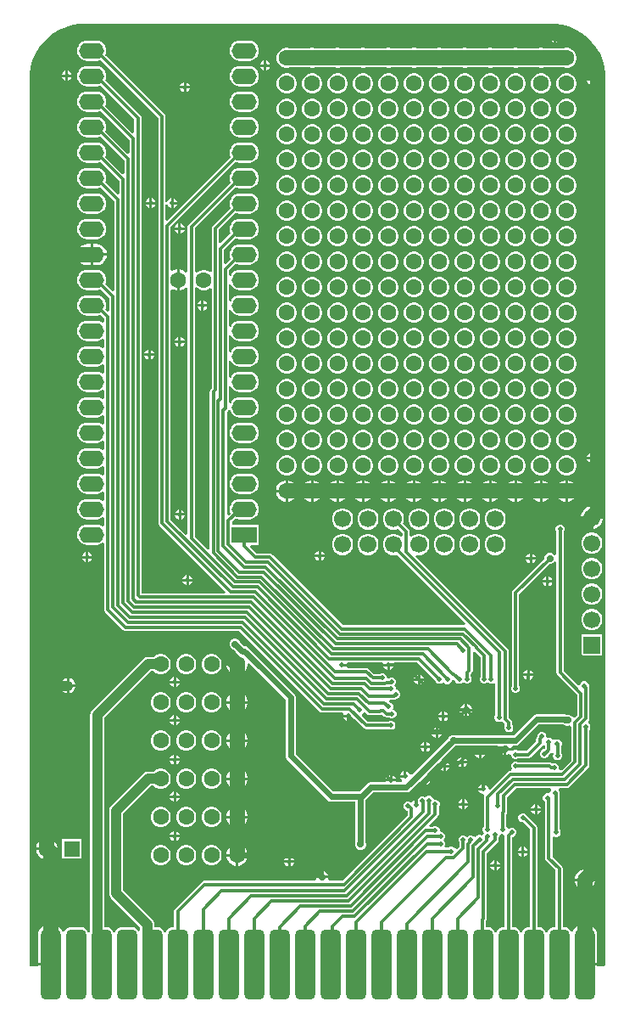
<source format=gbl>
G04*
G04 #@! TF.GenerationSoftware,Altium Limited,Altium Designer,21.1.1 (26)*
G04*
G04 Layer_Physical_Order=2*
G04 Layer_Color=16711680*
%FSLAX25Y25*%
%MOIN*%
G70*
G04*
G04 #@! TF.SameCoordinates,A5F47C6F-2453-4AC6-896B-71FEB3B9F667*
G04*
G04*
G04 #@! TF.FilePolarity,Positive*
G04*
G01*
G75*
%ADD13C,0.02362*%
G04:AMPARAMS|DCode=38|XSize=78.74mil|YSize=275.59mil|CornerRadius=19.68mil|HoleSize=0mil|Usage=FLASHONLY|Rotation=0.000|XOffset=0mil|YOffset=0mil|HoleType=Round|Shape=RoundedRectangle|*
%AMROUNDEDRECTD38*
21,1,0.07874,0.23622,0,0,0.0*
21,1,0.03937,0.27559,0,0,0.0*
1,1,0.03937,0.01968,-0.11811*
1,1,0.03937,-0.01968,-0.11811*
1,1,0.03937,-0.01968,0.11811*
1,1,0.03937,0.01968,0.11811*
%
%ADD38ROUNDEDRECTD38*%
%ADD39C,0.05906*%
%ADD40C,0.01181*%
%ADD41C,0.03937*%
%ADD42C,0.06693*%
%ADD43C,0.06299*%
%ADD44O,0.09843X0.06299*%
%ADD45R,0.09843X0.06299*%
%ADD46R,0.06299X0.06299*%
%ADD47R,0.06693X0.06693*%
%ADD48C,0.01968*%
%ADD49C,0.02756*%
%ADD50C,0.05906*%
%ADD51C,0.03937*%
G36*
X210381Y388421D02*
X213043Y387707D01*
X215590Y386652D01*
X217977Y385274D01*
X220164Y383596D01*
X222113Y381647D01*
X223791Y379460D01*
X225170Y377073D01*
X226224Y374526D01*
X226938Y371863D01*
X227298Y369130D01*
Y367752D01*
X227298Y367752D01*
X227298Y367752D01*
X227313Y112022D01*
X227257Y111987D01*
X226525Y111781D01*
X226124Y112182D01*
X225500Y112441D01*
Y110500D01*
Y108559D01*
X226124Y108818D01*
X226525Y109219D01*
X227256Y109014D01*
X227313Y108978D01*
X227318Y19560D01*
X226761Y19003D01*
X224132D01*
Y19200D01*
X219169D01*
Y19700D01*
X218669D01*
Y34505D01*
X217201D01*
X216426Y34403D01*
X215704Y34104D01*
X215084Y33628D01*
X214608Y33008D01*
X214480Y32700D01*
X213628D01*
X213545Y32901D01*
X213103Y33477D01*
X212528Y33918D01*
X211857Y34196D01*
X211138Y34291D01*
X210574D01*
Y57289D01*
X210467Y57827D01*
X210163Y58283D01*
X206504Y61941D01*
Y69377D01*
X207292Y69792D01*
X207648Y69644D01*
X208352D01*
X209004Y69914D01*
X209502Y70412D01*
X209772Y71063D01*
Y71768D01*
X209502Y72419D01*
X209405Y72516D01*
Y86500D01*
X209298Y87038D01*
X209272Y87077D01*
Y87352D01*
X209002Y88004D01*
X208921Y88084D01*
X209247Y88872D01*
X212212D01*
X212750Y88979D01*
X213206Y89283D01*
X220634Y96711D01*
X220938Y97167D01*
X221045Y97705D01*
Y111652D01*
X221142Y111749D01*
X221412Y112400D01*
Y113105D01*
X221142Y113756D01*
X220644Y114254D01*
X220502Y114968D01*
X220634Y115100D01*
X220938Y115555D01*
X221045Y116093D01*
Y128194D01*
X220938Y128732D01*
X220819Y128910D01*
Y129352D01*
X220549Y130004D01*
X220051Y130502D01*
X219400Y130772D01*
X218695D01*
X218044Y130502D01*
X217545Y130004D01*
X217318Y129454D01*
X216890Y129263D01*
X216488Y129170D01*
X210905Y134754D01*
Y189400D01*
X211002Y189496D01*
X211272Y190148D01*
Y190852D01*
X211002Y191504D01*
X210504Y192002D01*
X209852Y192272D01*
X209148D01*
X208496Y192002D01*
X207998Y191504D01*
X207728Y190852D01*
Y190148D01*
X207998Y189496D01*
X208095Y189400D01*
Y180451D01*
X207456Y180262D01*
X207308Y180255D01*
X206727Y180836D01*
X205931Y181165D01*
X205069D01*
X204273Y180836D01*
X203664Y180227D01*
X203335Y179431D01*
Y178822D01*
X191007Y166493D01*
X190702Y166038D01*
X190595Y165500D01*
Y129101D01*
X190498Y129004D01*
X190228Y128352D01*
Y127648D01*
X190498Y126996D01*
X190996Y126498D01*
X191648Y126228D01*
X192352D01*
X193004Y126498D01*
X193502Y126996D01*
X193772Y127648D01*
Y128352D01*
X193502Y129004D01*
X193405Y129101D01*
Y164918D01*
X205322Y176835D01*
X205931D01*
X206727Y177164D01*
X207308Y177745D01*
X207456Y177738D01*
X208095Y177549D01*
Y134172D01*
X208202Y133634D01*
X208507Y133178D01*
X216267Y125418D01*
Y117490D01*
X215322Y116545D01*
X214393Y116730D01*
X214381Y116758D01*
X213772Y117367D01*
X212976Y117697D01*
X212115D01*
X211915Y117614D01*
X211894D01*
X211283Y117735D01*
X200228D01*
X199460Y117583D01*
X198809Y117148D01*
X191169Y109507D01*
X168313D01*
X167931Y109665D01*
X167069D01*
X166273Y109336D01*
X165664Y108727D01*
X165506Y108344D01*
X151212Y94050D01*
X150326Y94278D01*
X150182Y94624D01*
X149624Y95182D01*
X149000Y95441D01*
Y93500D01*
X148500D01*
Y93000D01*
X146559D01*
X146818Y92376D01*
X147352Y91842D01*
X147347Y91713D01*
X147162Y91054D01*
X145352D01*
X145055Y91500D01*
X140945D01*
X140648Y91054D01*
X135047D01*
X134279Y90901D01*
X133628Y90466D01*
X130669Y87507D01*
X120331D01*
X105507Y102331D01*
Y124500D01*
X105354Y125268D01*
X104919Y125919D01*
X93336Y137502D01*
X93336Y137502D01*
X86801Y144037D01*
X86150Y144472D01*
X85382Y144625D01*
X85302D01*
X83575Y146351D01*
X83492Y146552D01*
X82883Y147161D01*
X82087Y147490D01*
X81226D01*
X80430Y147161D01*
X79821Y146552D01*
X79491Y145756D01*
Y144894D01*
X79821Y144098D01*
X80430Y143489D01*
X80994Y143256D01*
X81853Y142397D01*
X81585Y141551D01*
X80898Y141367D01*
X79952Y140821D01*
X79180Y140048D01*
X78633Y139102D01*
X78350Y138046D01*
Y138000D01*
X82500D01*
Y137500D01*
X83000D01*
Y133350D01*
X83046D01*
X84102Y133633D01*
X85048Y134179D01*
X85821Y134952D01*
X86367Y135898D01*
X86650Y136954D01*
Y137398D01*
X87437Y137725D01*
X90498Y134664D01*
X90498Y134664D01*
X101493Y123669D01*
Y101500D01*
X101646Y100732D01*
X102081Y100081D01*
X118081Y84081D01*
X118732Y83646D01*
X119500Y83493D01*
X128993D01*
Y67596D01*
X128835Y67214D01*
Y66353D01*
X129164Y65557D01*
X129773Y64948D01*
X130569Y64618D01*
X131431D01*
X132227Y64948D01*
X132836Y65557D01*
X133165Y66353D01*
Y67214D01*
X133007Y67596D01*
Y84169D01*
X135879Y87040D01*
X149047D01*
X149815Y87193D01*
X150467Y87628D01*
X153892Y91054D01*
X154818Y90876D01*
X155376Y90318D01*
X156000Y90059D01*
Y92000D01*
X156500D01*
Y92500D01*
X158441D01*
X158182Y93124D01*
X157624Y93682D01*
X157446Y94608D01*
X161468Y98629D01*
X162135Y98183D01*
X162059Y98000D01*
X163500D01*
Y99441D01*
X163317Y99365D01*
X162871Y100032D01*
X168331Y105493D01*
X185080D01*
X185606Y104706D01*
X185578Y104638D01*
X190311D01*
X190283Y104706D01*
X190809Y105493D01*
X192000D01*
X192768Y105646D01*
X193419Y106081D01*
X201060Y113721D01*
X210794D01*
X211405Y113600D01*
X211551D01*
X212115Y113366D01*
X212976D01*
X213117Y113424D01*
X213905Y112898D01*
Y99676D01*
X210199Y95970D01*
X209640Y96016D01*
X209019Y96450D01*
Y97154D01*
X208749Y97805D01*
X208251Y98304D01*
X207600Y98573D01*
X206895D01*
X206440Y98385D01*
X206331Y98493D01*
X205876Y98798D01*
X205338Y98905D01*
X193101D01*
X193004Y99002D01*
X192352Y99272D01*
X191648D01*
X190996Y99002D01*
X190498Y98504D01*
X190228Y97852D01*
Y97148D01*
X190498Y96496D01*
X190588Y96406D01*
X190262Y95619D01*
X190045D01*
X189508Y95512D01*
X189052Y95207D01*
X182083Y88238D01*
X181295Y88564D01*
Y88895D01*
X180993Y89624D01*
X180435Y90182D01*
X179811Y90441D01*
Y88500D01*
X179311D01*
Y88000D01*
X177370D01*
X177629Y87376D01*
X178187Y86818D01*
X178916Y86516D01*
X179296D01*
X179721Y85735D01*
X179702Y85706D01*
X179595Y85168D01*
Y73715D01*
X179384Y73504D01*
X179114Y72852D01*
Y72148D01*
X179384Y71496D01*
X179758Y71122D01*
X179384Y70748D01*
X179378Y70734D01*
X178850Y70190D01*
X178428Y70340D01*
X178182Y70442D01*
X177477D01*
X176826Y70172D01*
X176432Y69779D01*
X176170Y69680D01*
X175489Y69707D01*
X175196Y70000D01*
X174545Y70270D01*
X173840D01*
X173189Y70000D01*
X172829Y69639D01*
X172441Y70027D01*
X171789Y70297D01*
X171085D01*
X170433Y70027D01*
X169935Y69529D01*
X169665Y68878D01*
Y68173D01*
X169935Y67522D01*
X170024Y67433D01*
Y65879D01*
X169033Y64887D01*
X168164Y65133D01*
X167795Y65502D01*
X167144Y65772D01*
X166439D01*
X165788Y65502D01*
X165691Y65405D01*
X164502D01*
X164320Y65629D01*
X164074Y66192D01*
X164272Y66670D01*
Y67375D01*
X164002Y68026D01*
X163628Y68400D01*
X164002Y68774D01*
X164272Y69426D01*
Y70130D01*
X164002Y70782D01*
X163504Y71280D01*
X162852Y71550D01*
X162221Y71788D01*
X162221Y72493D01*
X161952Y73144D01*
X161453Y73642D01*
X160802Y73912D01*
X160097D01*
X159446Y73642D01*
X159349Y73545D01*
X158425D01*
X158124Y74273D01*
X161443Y77592D01*
X161748Y78048D01*
X161855Y78585D01*
Y81400D01*
X161952Y81496D01*
X162221Y82148D01*
Y82852D01*
X161952Y83504D01*
X161453Y84002D01*
X160802Y84272D01*
X160097D01*
X159606Y84921D01*
X159569Y85010D01*
X159071Y85509D01*
X158420Y85779D01*
X157715D01*
X157064Y85509D01*
X156329Y85226D01*
X155678Y85496D01*
X154973D01*
X154322Y85226D01*
X153824Y84728D01*
X153594Y84172D01*
X153479Y84220D01*
Y82279D01*
X152479D01*
Y84220D01*
X151855Y83961D01*
X151297Y83403D01*
X151258Y83308D01*
X150787Y83214D01*
X150136Y83484D01*
X149431D01*
X148780Y83214D01*
X148282Y82716D01*
X148012Y82065D01*
Y81360D01*
X148282Y80709D01*
X148780Y80211D01*
X149431Y79941D01*
X149561D01*
Y78035D01*
X123931Y52405D01*
X118765D01*
X118239Y53192D01*
X118367Y53500D01*
X113633D01*
X113761Y53192D01*
X113234Y52405D01*
X69500D01*
X68962Y52298D01*
X68507Y51993D01*
X58176Y41663D01*
X57871Y41207D01*
X57764Y40669D01*
Y34291D01*
X57201D01*
X56481Y34196D01*
X55811Y33918D01*
X55235Y33477D01*
X54794Y32901D01*
X54577Y32379D01*
X54246Y32313D01*
X54093D01*
X53761Y32379D01*
X53545Y32901D01*
X53103Y33477D01*
X52528Y33918D01*
X51857Y34196D01*
X51138Y34291D01*
X49981D01*
Y35299D01*
X49886Y36019D01*
X49608Y36689D01*
X49166Y37265D01*
X37780Y48651D01*
Y78849D01*
X48651Y89720D01*
X49712D01*
X50083Y89350D01*
X50980Y88831D01*
X51982Y88563D01*
X53018D01*
X54020Y88831D01*
X54917Y89350D01*
X55650Y90083D01*
X56169Y90980D01*
X56437Y91982D01*
Y93018D01*
X56169Y94020D01*
X55650Y94917D01*
X54917Y95650D01*
X54020Y96169D01*
X53018Y96437D01*
X51982D01*
X50980Y96169D01*
X50083Y95650D01*
X49712Y95280D01*
X47500D01*
X46781Y95185D01*
X46110Y94907D01*
X45535Y94466D01*
X33035Y81966D01*
X32593Y81390D01*
X32315Y80719D01*
X32220Y80000D01*
Y47500D01*
X32315Y46781D01*
X32593Y46110D01*
X33035Y45535D01*
X44421Y34148D01*
Y32844D01*
X43634Y32687D01*
X43545Y32901D01*
X43103Y33477D01*
X42528Y33918D01*
X41857Y34196D01*
X41138Y34291D01*
X37201D01*
X36481Y34196D01*
X35811Y33918D01*
X35235Y33477D01*
X34793Y32901D01*
X34577Y32379D01*
X34246Y32313D01*
X34093D01*
X33761Y32379D01*
X33545Y32901D01*
X33103Y33477D01*
X32528Y33918D01*
X31857Y34196D01*
X31138Y34291D01*
X30280D01*
Y116349D01*
X48651Y134720D01*
X49712D01*
X50083Y134350D01*
X50980Y133831D01*
X51982Y133563D01*
X53018D01*
X54020Y133831D01*
X54917Y134350D01*
X55650Y135083D01*
X56169Y135980D01*
X56437Y136982D01*
Y138018D01*
X56169Y139020D01*
X55650Y139917D01*
X54917Y140650D01*
X54020Y141169D01*
X53018Y141437D01*
X51982D01*
X50980Y141169D01*
X50083Y140650D01*
X49712Y140280D01*
X47500D01*
X46781Y140185D01*
X46110Y139907D01*
X45535Y139465D01*
X25534Y119465D01*
X25093Y118890D01*
X24815Y118219D01*
X24720Y117500D01*
Y32724D01*
X24577Y32379D01*
X24246Y32313D01*
X24093D01*
X23761Y32379D01*
X23545Y32901D01*
X23103Y33477D01*
X22528Y33918D01*
X21857Y34196D01*
X21138Y34291D01*
X17201D01*
X16481Y34196D01*
X15811Y33918D01*
X15235Y33477D01*
X14794Y32901D01*
X14710Y32700D01*
X13858D01*
X13731Y33008D01*
X13255Y33628D01*
X12635Y34104D01*
X11913Y34403D01*
X11138Y34505D01*
X9669D01*
Y19700D01*
X9169D01*
Y19200D01*
X4207D01*
Y19003D01*
X1020D01*
X1020Y367731D01*
Y369109D01*
X1379Y371842D01*
X2093Y374505D01*
X3148Y377051D01*
X4526Y379438D01*
X6204Y381626D01*
X8153Y383575D01*
X10340Y385253D01*
X12727Y386631D01*
X15274Y387686D01*
X17937Y388399D01*
X20670Y388759D01*
X206269D01*
X206277Y388761D01*
X206284Y388759D01*
X207655Y388779D01*
X210381Y388421D01*
D02*
G37*
G36*
X206079Y88084D02*
X205998Y88004D01*
X205728Y87352D01*
Y87291D01*
X204941Y86765D01*
X204874Y86793D01*
X204169D01*
X203518Y86523D01*
X203020Y86025D01*
X202750Y85374D01*
Y84669D01*
X203020Y84017D01*
X203518Y83519D01*
X203695Y83446D01*
Y61359D01*
X203801Y60821D01*
X204106Y60365D01*
X207764Y56707D01*
Y34291D01*
X207201D01*
X206481Y34196D01*
X205811Y33918D01*
X205235Y33477D01*
X204794Y32901D01*
X204577Y32379D01*
X204246Y32313D01*
X204093D01*
X203761Y32379D01*
X203545Y32901D01*
X203103Y33477D01*
X202528Y33918D01*
X201857Y34196D01*
X201138Y34291D01*
X200574D01*
Y73331D01*
X200467Y73868D01*
X200163Y74324D01*
X196363Y78124D01*
X196336Y78189D01*
X195838Y78687D01*
X195187Y78957D01*
X194482D01*
X193831Y78687D01*
X193332Y78189D01*
X193063Y77537D01*
Y76833D01*
X193332Y76182D01*
X193831Y75683D01*
X194482Y75413D01*
X195100D01*
X197764Y72749D01*
Y34291D01*
X197201D01*
X196481Y34196D01*
X195811Y33918D01*
X195235Y33477D01*
X194793Y32901D01*
X194577Y32379D01*
X194246Y32313D01*
X194093D01*
X193761Y32379D01*
X193545Y32901D01*
X193103Y33477D01*
X192528Y33918D01*
X191857Y34196D01*
X191138Y34291D01*
X190574D01*
Y69503D01*
X190715Y69644D01*
X190852D01*
X191504Y69914D01*
X192002Y70412D01*
X192272Y71063D01*
Y71768D01*
X192002Y72419D01*
X191504Y72918D01*
X190852Y73188D01*
X190148D01*
X189527Y72930D01*
X189473Y72925D01*
X188639Y73173D01*
X188502Y73504D01*
X188405Y73601D01*
Y78550D01*
X188660Y78932D01*
X188767Y79470D01*
Y85282D01*
X192357Y88872D01*
X205753D01*
X206079Y88084D01*
D02*
G37*
G36*
X186648Y70728D02*
X187090D01*
X187713Y70166D01*
X187764Y70085D01*
Y34291D01*
X187201D01*
X186481Y34196D01*
X185811Y33918D01*
X185235Y33477D01*
X184793Y32901D01*
X184577Y32379D01*
X184246Y32313D01*
X184093D01*
X183761Y32379D01*
X183545Y32901D01*
X183103Y33477D01*
X182528Y33918D01*
X181857Y34196D01*
X181138Y34291D01*
X180440D01*
Y36757D01*
X180601Y36998D01*
X180708Y37535D01*
Y63221D01*
X184994Y67507D01*
X185298Y67962D01*
X185405Y68500D01*
Y69399D01*
X185502Y69496D01*
X185772Y70148D01*
Y70239D01*
X186559Y70765D01*
X186648Y70728D01*
D02*
G37*
%LPC*%
G36*
X107000Y385941D02*
Y384500D01*
X108441D01*
X108182Y385124D01*
X107624Y385682D01*
X107000Y385941D01*
D02*
G37*
G36*
X106000D02*
X105376Y385682D01*
X104818Y385124D01*
X104559Y384500D01*
X106000D01*
Y385941D01*
D02*
G37*
G36*
X208000Y385441D02*
Y384000D01*
X209441D01*
X209182Y384624D01*
X208624Y385182D01*
X208000Y385441D01*
D02*
G37*
G36*
X207000D02*
X206376Y385182D01*
X205818Y384624D01*
X205559Y384000D01*
X207000D01*
Y385441D01*
D02*
G37*
G36*
X108441Y383500D02*
X107000D01*
Y382059D01*
X107624Y382318D01*
X108182Y382876D01*
X108441Y383500D01*
D02*
G37*
G36*
X106000D02*
X104559D01*
X104818Y382876D01*
X105376Y382318D01*
X106000Y382059D01*
Y383500D01*
D02*
G37*
G36*
X209441Y383000D02*
X208000D01*
Y381559D01*
X208624Y381818D01*
X209182Y382376D01*
X209441Y383000D01*
D02*
G37*
G36*
X207000D02*
X205559D01*
X205818Y382376D01*
X206376Y381818D01*
X207000Y381559D01*
Y383000D01*
D02*
G37*
G36*
X212518Y379437D02*
X211482D01*
X210868Y379272D01*
X203133D01*
X202518Y379437D01*
X201482D01*
X200868Y379272D01*
X193132D01*
X192518Y379437D01*
X191482D01*
X190867Y379272D01*
X183133D01*
X182518Y379437D01*
X181482D01*
X180868Y379272D01*
X173133D01*
X172518Y379437D01*
X171482D01*
X170868Y379272D01*
X163133D01*
X162518Y379437D01*
X161482D01*
X160868Y379272D01*
X153137D01*
X152522Y379437D01*
X151486D01*
X150871Y379272D01*
X143132D01*
X142518Y379437D01*
X141482D01*
X140867Y379272D01*
X133133D01*
X132518Y379437D01*
X131482D01*
X130868Y379272D01*
X123133D01*
X122518Y379437D01*
X121482D01*
X120868Y379272D01*
X113133D01*
X112518Y379437D01*
X111482D01*
X110868Y379272D01*
X103103D01*
X102518Y379429D01*
X101482D01*
X100480Y379161D01*
X99583Y378643D01*
X98850Y377909D01*
X98331Y377012D01*
X98063Y376010D01*
Y374974D01*
X98331Y373973D01*
X98850Y373075D01*
X99583Y372342D01*
X100480Y371823D01*
X101482Y371555D01*
X102518D01*
X103162Y371728D01*
X110868D01*
X111482Y371563D01*
X112518D01*
X113133Y371728D01*
X120868D01*
X121482Y371563D01*
X122518D01*
X123133Y371728D01*
X130868D01*
X131482Y371563D01*
X132518D01*
X133133Y371728D01*
X140867D01*
X141482Y371563D01*
X142518D01*
X143132Y371728D01*
X150871D01*
X151486Y371563D01*
X152522D01*
X153137Y371728D01*
X160868D01*
X161482Y371563D01*
X162518D01*
X163133Y371728D01*
X170868D01*
X171482Y371563D01*
X172518D01*
X173133Y371728D01*
X180868D01*
X181482Y371563D01*
X182518D01*
X183133Y371728D01*
X190867D01*
X191482Y371563D01*
X192518D01*
X193132Y371728D01*
X200868D01*
X201482Y371563D01*
X202518D01*
X203133Y371728D01*
X210868D01*
X211482Y371563D01*
X212518D01*
X213520Y371831D01*
X214417Y372350D01*
X215150Y373083D01*
X215669Y373980D01*
X215937Y374982D01*
Y376018D01*
X215669Y377020D01*
X215150Y377917D01*
X214417Y378650D01*
X213520Y379169D01*
X212518Y379437D01*
D02*
G37*
G36*
X87141Y382271D02*
X83598D01*
X82570Y382136D01*
X81612Y381739D01*
X80790Y381108D01*
X80159Y380286D01*
X79762Y379328D01*
X79627Y378300D01*
X79762Y377272D01*
X80159Y376314D01*
X80790Y375492D01*
X81612Y374861D01*
X82570Y374464D01*
X83598Y374329D01*
X87141D01*
X88169Y374464D01*
X89126Y374861D01*
X89949Y375492D01*
X90580Y376314D01*
X90977Y377272D01*
X91112Y378300D01*
X90977Y379328D01*
X90580Y380286D01*
X89949Y381108D01*
X89126Y381739D01*
X88169Y382136D01*
X87141Y382271D01*
D02*
G37*
G36*
X94000Y374441D02*
Y373000D01*
X95441D01*
X95182Y373624D01*
X94624Y374182D01*
X94000Y374441D01*
D02*
G37*
G36*
X93000D02*
X92376Y374182D01*
X91818Y373624D01*
X91559Y373000D01*
X93000D01*
Y374441D01*
D02*
G37*
G36*
X95441Y372000D02*
X94000D01*
Y370559D01*
X94624Y370818D01*
X95182Y371376D01*
X95441Y372000D01*
D02*
G37*
G36*
X93000D02*
X91559D01*
X91818Y371376D01*
X92376Y370818D01*
X93000Y370559D01*
Y372000D01*
D02*
G37*
G36*
X16000Y370441D02*
Y369000D01*
X17441D01*
X17182Y369624D01*
X16624Y370182D01*
X16000Y370441D01*
D02*
G37*
G36*
X15000D02*
X14376Y370182D01*
X13818Y369624D01*
X13559Y369000D01*
X15000D01*
Y370441D01*
D02*
G37*
G36*
X222500Y368941D02*
Y367500D01*
X223941D01*
X223682Y368124D01*
X223124Y368682D01*
X222500Y368941D01*
D02*
G37*
G36*
X221500D02*
X220876Y368682D01*
X220318Y368124D01*
X220059Y367500D01*
X221500D01*
Y368941D01*
D02*
G37*
G36*
X17441Y368000D02*
X16000D01*
Y366559D01*
X16624Y366818D01*
X17182Y367376D01*
X17441Y368000D01*
D02*
G37*
G36*
X15000D02*
X13559D01*
X13818Y367376D01*
X14376Y366818D01*
X15000Y366559D01*
Y368000D01*
D02*
G37*
G36*
X223941Y366500D02*
X222500D01*
Y365059D01*
X223124Y365318D01*
X223682Y365876D01*
X223941Y366500D01*
D02*
G37*
G36*
X221500D02*
X220059D01*
X220318Y365876D01*
X220876Y365318D01*
X221500Y365059D01*
Y366500D01*
D02*
G37*
G36*
X62500Y365941D02*
Y364500D01*
X63941D01*
X63682Y365124D01*
X63124Y365682D01*
X62500Y365941D01*
D02*
G37*
G36*
X61500D02*
X60876Y365682D01*
X60318Y365124D01*
X60059Y364500D01*
X61500D01*
Y365941D01*
D02*
G37*
G36*
X87141Y372271D02*
X83598D01*
X82570Y372136D01*
X81612Y371739D01*
X80790Y371108D01*
X80159Y370286D01*
X79762Y369328D01*
X79627Y368300D01*
X79762Y367272D01*
X80159Y366315D01*
X80790Y365492D01*
X81612Y364861D01*
X82570Y364464D01*
X83598Y364329D01*
X87141D01*
X88169Y364464D01*
X89126Y364861D01*
X89949Y365492D01*
X90580Y366315D01*
X90977Y367272D01*
X91112Y368300D01*
X90977Y369328D01*
X90580Y370286D01*
X89949Y371108D01*
X89126Y371739D01*
X88169Y372136D01*
X87141Y372271D01*
D02*
G37*
G36*
X63941Y363500D02*
X62500D01*
Y362059D01*
X63124Y362318D01*
X63682Y362876D01*
X63941Y363500D01*
D02*
G37*
G36*
X61500D02*
X60059D01*
X60318Y362876D01*
X60876Y362318D01*
X61500Y362059D01*
Y363500D01*
D02*
G37*
G36*
X212518Y369437D02*
X211482D01*
X210480Y369169D01*
X209583Y368650D01*
X208850Y367917D01*
X208331Y367020D01*
X208063Y366018D01*
Y364982D01*
X208331Y363980D01*
X208850Y363083D01*
X209583Y362350D01*
X210480Y361831D01*
X211482Y361563D01*
X212518D01*
X213520Y361831D01*
X214417Y362350D01*
X215150Y363083D01*
X215669Y363980D01*
X215937Y364982D01*
Y366018D01*
X215669Y367020D01*
X215150Y367917D01*
X214417Y368650D01*
X213520Y369169D01*
X212518Y369437D01*
D02*
G37*
G36*
X202518D02*
X201482D01*
X200480Y369169D01*
X199583Y368650D01*
X198850Y367917D01*
X198331Y367020D01*
X198063Y366018D01*
Y364982D01*
X198331Y363980D01*
X198850Y363083D01*
X199583Y362350D01*
X200480Y361831D01*
X201482Y361563D01*
X202518D01*
X203520Y361831D01*
X204417Y362350D01*
X205150Y363083D01*
X205669Y363980D01*
X205937Y364982D01*
Y366018D01*
X205669Y367020D01*
X205150Y367917D01*
X204417Y368650D01*
X203520Y369169D01*
X202518Y369437D01*
D02*
G37*
G36*
X192518D02*
X191482D01*
X190480Y369169D01*
X189583Y368650D01*
X188850Y367917D01*
X188331Y367020D01*
X188063Y366018D01*
Y364982D01*
X188331Y363980D01*
X188850Y363083D01*
X189583Y362350D01*
X190480Y361831D01*
X191482Y361563D01*
X192518D01*
X193520Y361831D01*
X194417Y362350D01*
X195150Y363083D01*
X195669Y363980D01*
X195937Y364982D01*
Y366018D01*
X195669Y367020D01*
X195150Y367917D01*
X194417Y368650D01*
X193520Y369169D01*
X192518Y369437D01*
D02*
G37*
G36*
X182518D02*
X181482D01*
X180480Y369169D01*
X179583Y368650D01*
X178850Y367917D01*
X178331Y367020D01*
X178063Y366018D01*
Y364982D01*
X178331Y363980D01*
X178850Y363083D01*
X179583Y362350D01*
X180480Y361831D01*
X181482Y361563D01*
X182518D01*
X183520Y361831D01*
X184417Y362350D01*
X185150Y363083D01*
X185669Y363980D01*
X185937Y364982D01*
Y366018D01*
X185669Y367020D01*
X185150Y367917D01*
X184417Y368650D01*
X183520Y369169D01*
X182518Y369437D01*
D02*
G37*
G36*
X172518D02*
X171482D01*
X170480Y369169D01*
X169583Y368650D01*
X168850Y367917D01*
X168331Y367020D01*
X168063Y366018D01*
Y364982D01*
X168331Y363980D01*
X168850Y363083D01*
X169583Y362350D01*
X170480Y361831D01*
X171482Y361563D01*
X172518D01*
X173520Y361831D01*
X174417Y362350D01*
X175150Y363083D01*
X175669Y363980D01*
X175937Y364982D01*
Y366018D01*
X175669Y367020D01*
X175150Y367917D01*
X174417Y368650D01*
X173520Y369169D01*
X172518Y369437D01*
D02*
G37*
G36*
X162518D02*
X161482D01*
X160480Y369169D01*
X159583Y368650D01*
X158850Y367917D01*
X158331Y367020D01*
X158063Y366018D01*
Y364982D01*
X158331Y363980D01*
X158850Y363083D01*
X159583Y362350D01*
X160480Y361831D01*
X161482Y361563D01*
X162518D01*
X163520Y361831D01*
X164417Y362350D01*
X165150Y363083D01*
X165669Y363980D01*
X165937Y364982D01*
Y366018D01*
X165669Y367020D01*
X165150Y367917D01*
X164417Y368650D01*
X163520Y369169D01*
X162518Y369437D01*
D02*
G37*
G36*
X152518D02*
X151482D01*
X150480Y369169D01*
X149583Y368650D01*
X148850Y367917D01*
X148331Y367020D01*
X148063Y366018D01*
Y364982D01*
X148331Y363980D01*
X148850Y363083D01*
X149583Y362350D01*
X150480Y361831D01*
X151482Y361563D01*
X152518D01*
X153520Y361831D01*
X154417Y362350D01*
X155150Y363083D01*
X155669Y363980D01*
X155937Y364982D01*
Y366018D01*
X155669Y367020D01*
X155150Y367917D01*
X154417Y368650D01*
X153520Y369169D01*
X152518Y369437D01*
D02*
G37*
G36*
X142518D02*
X141482D01*
X140480Y369169D01*
X139583Y368650D01*
X138850Y367917D01*
X138331Y367020D01*
X138063Y366018D01*
Y364982D01*
X138331Y363980D01*
X138850Y363083D01*
X139583Y362350D01*
X140480Y361831D01*
X141482Y361563D01*
X142518D01*
X143520Y361831D01*
X144417Y362350D01*
X145150Y363083D01*
X145669Y363980D01*
X145937Y364982D01*
Y366018D01*
X145669Y367020D01*
X145150Y367917D01*
X144417Y368650D01*
X143520Y369169D01*
X142518Y369437D01*
D02*
G37*
G36*
X132518D02*
X131482D01*
X130480Y369169D01*
X129583Y368650D01*
X128850Y367917D01*
X128331Y367020D01*
X128063Y366018D01*
Y364982D01*
X128331Y363980D01*
X128850Y363083D01*
X129583Y362350D01*
X130480Y361831D01*
X131482Y361563D01*
X132518D01*
X133520Y361831D01*
X134417Y362350D01*
X135150Y363083D01*
X135669Y363980D01*
X135937Y364982D01*
Y366018D01*
X135669Y367020D01*
X135150Y367917D01*
X134417Y368650D01*
X133520Y369169D01*
X132518Y369437D01*
D02*
G37*
G36*
X122518D02*
X121482D01*
X120480Y369169D01*
X119583Y368650D01*
X118850Y367917D01*
X118331Y367020D01*
X118063Y366018D01*
Y364982D01*
X118331Y363980D01*
X118850Y363083D01*
X119583Y362350D01*
X120480Y361831D01*
X121482Y361563D01*
X122518D01*
X123520Y361831D01*
X124417Y362350D01*
X125150Y363083D01*
X125669Y363980D01*
X125937Y364982D01*
Y366018D01*
X125669Y367020D01*
X125150Y367917D01*
X124417Y368650D01*
X123520Y369169D01*
X122518Y369437D01*
D02*
G37*
G36*
X112518D02*
X111482D01*
X110480Y369169D01*
X109583Y368650D01*
X108850Y367917D01*
X108331Y367020D01*
X108063Y366018D01*
Y364982D01*
X108331Y363980D01*
X108850Y363083D01*
X109583Y362350D01*
X110480Y361831D01*
X111482Y361563D01*
X112518D01*
X113520Y361831D01*
X114417Y362350D01*
X115150Y363083D01*
X115669Y363980D01*
X115937Y364982D01*
Y366018D01*
X115669Y367020D01*
X115150Y367917D01*
X114417Y368650D01*
X113520Y369169D01*
X112518Y369437D01*
D02*
G37*
G36*
X102518D02*
X101482D01*
X100480Y369169D01*
X99583Y368650D01*
X98850Y367917D01*
X98331Y367020D01*
X98063Y366018D01*
Y364982D01*
X98331Y363980D01*
X98850Y363083D01*
X99583Y362350D01*
X100480Y361831D01*
X101482Y361563D01*
X102518D01*
X103520Y361831D01*
X104417Y362350D01*
X105150Y363083D01*
X105669Y363980D01*
X105937Y364982D01*
Y366018D01*
X105669Y367020D01*
X105150Y367917D01*
X104417Y368650D01*
X103520Y369169D01*
X102518Y369437D01*
D02*
G37*
G36*
X87141Y362271D02*
X83598D01*
X82570Y362136D01*
X81612Y361739D01*
X80790Y361108D01*
X80159Y360285D01*
X79762Y359328D01*
X79627Y358300D01*
X79762Y357272D01*
X80159Y356314D01*
X80790Y355492D01*
X81612Y354861D01*
X82570Y354464D01*
X83598Y354329D01*
X87141D01*
X88169Y354464D01*
X89126Y354861D01*
X89949Y355492D01*
X90580Y356314D01*
X90977Y357272D01*
X91112Y358300D01*
X90977Y359328D01*
X90580Y360285D01*
X89949Y361108D01*
X89126Y361739D01*
X88169Y362136D01*
X87141Y362271D01*
D02*
G37*
G36*
X212518Y359437D02*
X211482D01*
X210480Y359169D01*
X209583Y358650D01*
X208850Y357917D01*
X208331Y357020D01*
X208063Y356018D01*
Y354982D01*
X208331Y353980D01*
X208850Y353083D01*
X209583Y352350D01*
X210480Y351831D01*
X211482Y351563D01*
X212518D01*
X213520Y351831D01*
X214417Y352350D01*
X215150Y353083D01*
X215669Y353980D01*
X215937Y354982D01*
Y356018D01*
X215669Y357020D01*
X215150Y357917D01*
X214417Y358650D01*
X213520Y359169D01*
X212518Y359437D01*
D02*
G37*
G36*
X202518D02*
X201482D01*
X200480Y359169D01*
X199583Y358650D01*
X198850Y357917D01*
X198331Y357020D01*
X198063Y356018D01*
Y354982D01*
X198331Y353980D01*
X198850Y353083D01*
X199583Y352350D01*
X200480Y351831D01*
X201482Y351563D01*
X202518D01*
X203520Y351831D01*
X204417Y352350D01*
X205150Y353083D01*
X205669Y353980D01*
X205937Y354982D01*
Y356018D01*
X205669Y357020D01*
X205150Y357917D01*
X204417Y358650D01*
X203520Y359169D01*
X202518Y359437D01*
D02*
G37*
G36*
X192518D02*
X191482D01*
X190480Y359169D01*
X189583Y358650D01*
X188850Y357917D01*
X188331Y357020D01*
X188063Y356018D01*
Y354982D01*
X188331Y353980D01*
X188850Y353083D01*
X189583Y352350D01*
X190480Y351831D01*
X191482Y351563D01*
X192518D01*
X193520Y351831D01*
X194417Y352350D01*
X195150Y353083D01*
X195669Y353980D01*
X195937Y354982D01*
Y356018D01*
X195669Y357020D01*
X195150Y357917D01*
X194417Y358650D01*
X193520Y359169D01*
X192518Y359437D01*
D02*
G37*
G36*
X182518D02*
X181482D01*
X180480Y359169D01*
X179583Y358650D01*
X178850Y357917D01*
X178331Y357020D01*
X178063Y356018D01*
Y354982D01*
X178331Y353980D01*
X178850Y353083D01*
X179583Y352350D01*
X180480Y351831D01*
X181482Y351563D01*
X182518D01*
X183520Y351831D01*
X184417Y352350D01*
X185150Y353083D01*
X185669Y353980D01*
X185937Y354982D01*
Y356018D01*
X185669Y357020D01*
X185150Y357917D01*
X184417Y358650D01*
X183520Y359169D01*
X182518Y359437D01*
D02*
G37*
G36*
X172518D02*
X171482D01*
X170480Y359169D01*
X169583Y358650D01*
X168850Y357917D01*
X168331Y357020D01*
X168063Y356018D01*
Y354982D01*
X168331Y353980D01*
X168850Y353083D01*
X169583Y352350D01*
X170480Y351831D01*
X171482Y351563D01*
X172518D01*
X173520Y351831D01*
X174417Y352350D01*
X175150Y353083D01*
X175669Y353980D01*
X175937Y354982D01*
Y356018D01*
X175669Y357020D01*
X175150Y357917D01*
X174417Y358650D01*
X173520Y359169D01*
X172518Y359437D01*
D02*
G37*
G36*
X162518D02*
X161482D01*
X160480Y359169D01*
X159583Y358650D01*
X158850Y357917D01*
X158331Y357020D01*
X158063Y356018D01*
Y354982D01*
X158331Y353980D01*
X158850Y353083D01*
X159583Y352350D01*
X160480Y351831D01*
X161482Y351563D01*
X162518D01*
X163520Y351831D01*
X164417Y352350D01*
X165150Y353083D01*
X165669Y353980D01*
X165937Y354982D01*
Y356018D01*
X165669Y357020D01*
X165150Y357917D01*
X164417Y358650D01*
X163520Y359169D01*
X162518Y359437D01*
D02*
G37*
G36*
X152518D02*
X151482D01*
X150480Y359169D01*
X149583Y358650D01*
X148850Y357917D01*
X148331Y357020D01*
X148063Y356018D01*
Y354982D01*
X148331Y353980D01*
X148850Y353083D01*
X149583Y352350D01*
X150480Y351831D01*
X151482Y351563D01*
X152518D01*
X153520Y351831D01*
X154417Y352350D01*
X155150Y353083D01*
X155669Y353980D01*
X155937Y354982D01*
Y356018D01*
X155669Y357020D01*
X155150Y357917D01*
X154417Y358650D01*
X153520Y359169D01*
X152518Y359437D01*
D02*
G37*
G36*
X142518D02*
X141482D01*
X140480Y359169D01*
X139583Y358650D01*
X138850Y357917D01*
X138331Y357020D01*
X138063Y356018D01*
Y354982D01*
X138331Y353980D01*
X138850Y353083D01*
X139583Y352350D01*
X140480Y351831D01*
X141482Y351563D01*
X142518D01*
X143520Y351831D01*
X144417Y352350D01*
X145150Y353083D01*
X145669Y353980D01*
X145937Y354982D01*
Y356018D01*
X145669Y357020D01*
X145150Y357917D01*
X144417Y358650D01*
X143520Y359169D01*
X142518Y359437D01*
D02*
G37*
G36*
X132518D02*
X131482D01*
X130480Y359169D01*
X129583Y358650D01*
X128850Y357917D01*
X128331Y357020D01*
X128063Y356018D01*
Y354982D01*
X128331Y353980D01*
X128850Y353083D01*
X129583Y352350D01*
X130480Y351831D01*
X131482Y351563D01*
X132518D01*
X133520Y351831D01*
X134417Y352350D01*
X135150Y353083D01*
X135669Y353980D01*
X135937Y354982D01*
Y356018D01*
X135669Y357020D01*
X135150Y357917D01*
X134417Y358650D01*
X133520Y359169D01*
X132518Y359437D01*
D02*
G37*
G36*
X122518D02*
X121482D01*
X120480Y359169D01*
X119583Y358650D01*
X118850Y357917D01*
X118331Y357020D01*
X118063Y356018D01*
Y354982D01*
X118331Y353980D01*
X118850Y353083D01*
X119583Y352350D01*
X120480Y351831D01*
X121482Y351563D01*
X122518D01*
X123520Y351831D01*
X124417Y352350D01*
X125150Y353083D01*
X125669Y353980D01*
X125937Y354982D01*
Y356018D01*
X125669Y357020D01*
X125150Y357917D01*
X124417Y358650D01*
X123520Y359169D01*
X122518Y359437D01*
D02*
G37*
G36*
X112518D02*
X111482D01*
X110480Y359169D01*
X109583Y358650D01*
X108850Y357917D01*
X108331Y357020D01*
X108063Y356018D01*
Y354982D01*
X108331Y353980D01*
X108850Y353083D01*
X109583Y352350D01*
X110480Y351831D01*
X111482Y351563D01*
X112518D01*
X113520Y351831D01*
X114417Y352350D01*
X115150Y353083D01*
X115669Y353980D01*
X115937Y354982D01*
Y356018D01*
X115669Y357020D01*
X115150Y357917D01*
X114417Y358650D01*
X113520Y359169D01*
X112518Y359437D01*
D02*
G37*
G36*
X102518D02*
X101482D01*
X100480Y359169D01*
X99583Y358650D01*
X98850Y357917D01*
X98331Y357020D01*
X98063Y356018D01*
Y354982D01*
X98331Y353980D01*
X98850Y353083D01*
X99583Y352350D01*
X100480Y351831D01*
X101482Y351563D01*
X102518D01*
X103520Y351831D01*
X104417Y352350D01*
X105150Y353083D01*
X105669Y353980D01*
X105937Y354982D01*
Y356018D01*
X105669Y357020D01*
X105150Y357917D01*
X104417Y358650D01*
X103520Y359169D01*
X102518Y359437D01*
D02*
G37*
G36*
X87141Y352271D02*
X83598D01*
X82570Y352136D01*
X81612Y351739D01*
X80790Y351108D01*
X80159Y350286D01*
X79762Y349328D01*
X79627Y348300D01*
X79762Y347272D01*
X80159Y346315D01*
X80790Y345492D01*
X81612Y344861D01*
X82570Y344464D01*
X83598Y344329D01*
X87141D01*
X88169Y344464D01*
X89126Y344861D01*
X89949Y345492D01*
X90580Y346315D01*
X90977Y347272D01*
X91112Y348300D01*
X90977Y349328D01*
X90580Y350286D01*
X89949Y351108D01*
X89126Y351739D01*
X88169Y352136D01*
X87141Y352271D01*
D02*
G37*
G36*
X212518Y349437D02*
X211482D01*
X210480Y349169D01*
X209583Y348650D01*
X208850Y347917D01*
X208331Y347020D01*
X208063Y346018D01*
Y344982D01*
X208331Y343980D01*
X208850Y343083D01*
X209583Y342350D01*
X210480Y341831D01*
X211482Y341563D01*
X212518D01*
X213520Y341831D01*
X214417Y342350D01*
X215150Y343083D01*
X215669Y343980D01*
X215937Y344982D01*
Y346018D01*
X215669Y347020D01*
X215150Y347917D01*
X214417Y348650D01*
X213520Y349169D01*
X212518Y349437D01*
D02*
G37*
G36*
X202518D02*
X201482D01*
X200480Y349169D01*
X199583Y348650D01*
X198850Y347917D01*
X198331Y347020D01*
X198063Y346018D01*
Y344982D01*
X198331Y343980D01*
X198850Y343083D01*
X199583Y342350D01*
X200480Y341831D01*
X201482Y341563D01*
X202518D01*
X203520Y341831D01*
X204417Y342350D01*
X205150Y343083D01*
X205669Y343980D01*
X205937Y344982D01*
Y346018D01*
X205669Y347020D01*
X205150Y347917D01*
X204417Y348650D01*
X203520Y349169D01*
X202518Y349437D01*
D02*
G37*
G36*
X192518D02*
X191482D01*
X190480Y349169D01*
X189583Y348650D01*
X188850Y347917D01*
X188331Y347020D01*
X188063Y346018D01*
Y344982D01*
X188331Y343980D01*
X188850Y343083D01*
X189583Y342350D01*
X190480Y341831D01*
X191482Y341563D01*
X192518D01*
X193520Y341831D01*
X194417Y342350D01*
X195150Y343083D01*
X195669Y343980D01*
X195937Y344982D01*
Y346018D01*
X195669Y347020D01*
X195150Y347917D01*
X194417Y348650D01*
X193520Y349169D01*
X192518Y349437D01*
D02*
G37*
G36*
X182518D02*
X181482D01*
X180480Y349169D01*
X179583Y348650D01*
X178850Y347917D01*
X178331Y347020D01*
X178063Y346018D01*
Y344982D01*
X178331Y343980D01*
X178850Y343083D01*
X179583Y342350D01*
X180480Y341831D01*
X181482Y341563D01*
X182518D01*
X183520Y341831D01*
X184417Y342350D01*
X185150Y343083D01*
X185669Y343980D01*
X185937Y344982D01*
Y346018D01*
X185669Y347020D01*
X185150Y347917D01*
X184417Y348650D01*
X183520Y349169D01*
X182518Y349437D01*
D02*
G37*
G36*
X172518D02*
X171482D01*
X170480Y349169D01*
X169583Y348650D01*
X168850Y347917D01*
X168331Y347020D01*
X168063Y346018D01*
Y344982D01*
X168331Y343980D01*
X168850Y343083D01*
X169583Y342350D01*
X170480Y341831D01*
X171482Y341563D01*
X172518D01*
X173520Y341831D01*
X174417Y342350D01*
X175150Y343083D01*
X175669Y343980D01*
X175937Y344982D01*
Y346018D01*
X175669Y347020D01*
X175150Y347917D01*
X174417Y348650D01*
X173520Y349169D01*
X172518Y349437D01*
D02*
G37*
G36*
X162518D02*
X161482D01*
X160480Y349169D01*
X159583Y348650D01*
X158850Y347917D01*
X158331Y347020D01*
X158063Y346018D01*
Y344982D01*
X158331Y343980D01*
X158850Y343083D01*
X159583Y342350D01*
X160480Y341831D01*
X161482Y341563D01*
X162518D01*
X163520Y341831D01*
X164417Y342350D01*
X165150Y343083D01*
X165669Y343980D01*
X165937Y344982D01*
Y346018D01*
X165669Y347020D01*
X165150Y347917D01*
X164417Y348650D01*
X163520Y349169D01*
X162518Y349437D01*
D02*
G37*
G36*
X152518D02*
X151482D01*
X150480Y349169D01*
X149583Y348650D01*
X148850Y347917D01*
X148331Y347020D01*
X148063Y346018D01*
Y344982D01*
X148331Y343980D01*
X148850Y343083D01*
X149583Y342350D01*
X150480Y341831D01*
X151482Y341563D01*
X152518D01*
X153520Y341831D01*
X154417Y342350D01*
X155150Y343083D01*
X155669Y343980D01*
X155937Y344982D01*
Y346018D01*
X155669Y347020D01*
X155150Y347917D01*
X154417Y348650D01*
X153520Y349169D01*
X152518Y349437D01*
D02*
G37*
G36*
X142518D02*
X141482D01*
X140480Y349169D01*
X139583Y348650D01*
X138850Y347917D01*
X138331Y347020D01*
X138063Y346018D01*
Y344982D01*
X138331Y343980D01*
X138850Y343083D01*
X139583Y342350D01*
X140480Y341831D01*
X141482Y341563D01*
X142518D01*
X143520Y341831D01*
X144417Y342350D01*
X145150Y343083D01*
X145669Y343980D01*
X145937Y344982D01*
Y346018D01*
X145669Y347020D01*
X145150Y347917D01*
X144417Y348650D01*
X143520Y349169D01*
X142518Y349437D01*
D02*
G37*
G36*
X132518D02*
X131482D01*
X130480Y349169D01*
X129583Y348650D01*
X128850Y347917D01*
X128331Y347020D01*
X128063Y346018D01*
Y344982D01*
X128331Y343980D01*
X128850Y343083D01*
X129583Y342350D01*
X130480Y341831D01*
X131482Y341563D01*
X132518D01*
X133520Y341831D01*
X134417Y342350D01*
X135150Y343083D01*
X135669Y343980D01*
X135937Y344982D01*
Y346018D01*
X135669Y347020D01*
X135150Y347917D01*
X134417Y348650D01*
X133520Y349169D01*
X132518Y349437D01*
D02*
G37*
G36*
X122518D02*
X121482D01*
X120480Y349169D01*
X119583Y348650D01*
X118850Y347917D01*
X118331Y347020D01*
X118063Y346018D01*
Y344982D01*
X118331Y343980D01*
X118850Y343083D01*
X119583Y342350D01*
X120480Y341831D01*
X121482Y341563D01*
X122518D01*
X123520Y341831D01*
X124417Y342350D01*
X125150Y343083D01*
X125669Y343980D01*
X125937Y344982D01*
Y346018D01*
X125669Y347020D01*
X125150Y347917D01*
X124417Y348650D01*
X123520Y349169D01*
X122518Y349437D01*
D02*
G37*
G36*
X112518D02*
X111482D01*
X110480Y349169D01*
X109583Y348650D01*
X108850Y347917D01*
X108331Y347020D01*
X108063Y346018D01*
Y344982D01*
X108331Y343980D01*
X108850Y343083D01*
X109583Y342350D01*
X110480Y341831D01*
X111482Y341563D01*
X112518D01*
X113520Y341831D01*
X114417Y342350D01*
X115150Y343083D01*
X115669Y343980D01*
X115937Y344982D01*
Y346018D01*
X115669Y347020D01*
X115150Y347917D01*
X114417Y348650D01*
X113520Y349169D01*
X112518Y349437D01*
D02*
G37*
G36*
X102518D02*
X101482D01*
X100480Y349169D01*
X99583Y348650D01*
X98850Y347917D01*
X98331Y347020D01*
X98063Y346018D01*
Y344982D01*
X98331Y343980D01*
X98850Y343083D01*
X99583Y342350D01*
X100480Y341831D01*
X101482Y341563D01*
X102518D01*
X103520Y341831D01*
X104417Y342350D01*
X105150Y343083D01*
X105669Y343980D01*
X105937Y344982D01*
Y346018D01*
X105669Y347020D01*
X105150Y347917D01*
X104417Y348650D01*
X103520Y349169D01*
X102518Y349437D01*
D02*
G37*
G36*
X212518Y339437D02*
X211482D01*
X210480Y339169D01*
X209583Y338650D01*
X208850Y337917D01*
X208331Y337020D01*
X208063Y336018D01*
Y334982D01*
X208331Y333980D01*
X208850Y333083D01*
X209583Y332350D01*
X210480Y331831D01*
X211482Y331563D01*
X212518D01*
X213520Y331831D01*
X214417Y332350D01*
X215150Y333083D01*
X215669Y333980D01*
X215937Y334982D01*
Y336018D01*
X215669Y337020D01*
X215150Y337917D01*
X214417Y338650D01*
X213520Y339169D01*
X212518Y339437D01*
D02*
G37*
G36*
X202518D02*
X201482D01*
X200480Y339169D01*
X199583Y338650D01*
X198850Y337917D01*
X198331Y337020D01*
X198063Y336018D01*
Y334982D01*
X198331Y333980D01*
X198850Y333083D01*
X199583Y332350D01*
X200480Y331831D01*
X201482Y331563D01*
X202518D01*
X203520Y331831D01*
X204417Y332350D01*
X205150Y333083D01*
X205669Y333980D01*
X205937Y334982D01*
Y336018D01*
X205669Y337020D01*
X205150Y337917D01*
X204417Y338650D01*
X203520Y339169D01*
X202518Y339437D01*
D02*
G37*
G36*
X192518D02*
X191482D01*
X190480Y339169D01*
X189583Y338650D01*
X188850Y337917D01*
X188331Y337020D01*
X188063Y336018D01*
Y334982D01*
X188331Y333980D01*
X188850Y333083D01*
X189583Y332350D01*
X190480Y331831D01*
X191482Y331563D01*
X192518D01*
X193520Y331831D01*
X194417Y332350D01*
X195150Y333083D01*
X195669Y333980D01*
X195937Y334982D01*
Y336018D01*
X195669Y337020D01*
X195150Y337917D01*
X194417Y338650D01*
X193520Y339169D01*
X192518Y339437D01*
D02*
G37*
G36*
X182518D02*
X181482D01*
X180480Y339169D01*
X179583Y338650D01*
X178850Y337917D01*
X178331Y337020D01*
X178063Y336018D01*
Y334982D01*
X178331Y333980D01*
X178850Y333083D01*
X179583Y332350D01*
X180480Y331831D01*
X181482Y331563D01*
X182518D01*
X183520Y331831D01*
X184417Y332350D01*
X185150Y333083D01*
X185669Y333980D01*
X185937Y334982D01*
Y336018D01*
X185669Y337020D01*
X185150Y337917D01*
X184417Y338650D01*
X183520Y339169D01*
X182518Y339437D01*
D02*
G37*
G36*
X172518D02*
X171482D01*
X170480Y339169D01*
X169583Y338650D01*
X168850Y337917D01*
X168331Y337020D01*
X168063Y336018D01*
Y334982D01*
X168331Y333980D01*
X168850Y333083D01*
X169583Y332350D01*
X170480Y331831D01*
X171482Y331563D01*
X172518D01*
X173520Y331831D01*
X174417Y332350D01*
X175150Y333083D01*
X175669Y333980D01*
X175937Y334982D01*
Y336018D01*
X175669Y337020D01*
X175150Y337917D01*
X174417Y338650D01*
X173520Y339169D01*
X172518Y339437D01*
D02*
G37*
G36*
X162518D02*
X161482D01*
X160480Y339169D01*
X159583Y338650D01*
X158850Y337917D01*
X158331Y337020D01*
X158063Y336018D01*
Y334982D01*
X158331Y333980D01*
X158850Y333083D01*
X159583Y332350D01*
X160480Y331831D01*
X161482Y331563D01*
X162518D01*
X163520Y331831D01*
X164417Y332350D01*
X165150Y333083D01*
X165669Y333980D01*
X165937Y334982D01*
Y336018D01*
X165669Y337020D01*
X165150Y337917D01*
X164417Y338650D01*
X163520Y339169D01*
X162518Y339437D01*
D02*
G37*
G36*
X152518D02*
X151482D01*
X150480Y339169D01*
X149583Y338650D01*
X148850Y337917D01*
X148331Y337020D01*
X148063Y336018D01*
Y334982D01*
X148331Y333980D01*
X148850Y333083D01*
X149583Y332350D01*
X150480Y331831D01*
X151482Y331563D01*
X152518D01*
X153520Y331831D01*
X154417Y332350D01*
X155150Y333083D01*
X155669Y333980D01*
X155937Y334982D01*
Y336018D01*
X155669Y337020D01*
X155150Y337917D01*
X154417Y338650D01*
X153520Y339169D01*
X152518Y339437D01*
D02*
G37*
G36*
X142518D02*
X141482D01*
X140480Y339169D01*
X139583Y338650D01*
X138850Y337917D01*
X138331Y337020D01*
X138063Y336018D01*
Y334982D01*
X138331Y333980D01*
X138850Y333083D01*
X139583Y332350D01*
X140480Y331831D01*
X141482Y331563D01*
X142518D01*
X143520Y331831D01*
X144417Y332350D01*
X145150Y333083D01*
X145669Y333980D01*
X145937Y334982D01*
Y336018D01*
X145669Y337020D01*
X145150Y337917D01*
X144417Y338650D01*
X143520Y339169D01*
X142518Y339437D01*
D02*
G37*
G36*
X132518D02*
X131482D01*
X130480Y339169D01*
X129583Y338650D01*
X128850Y337917D01*
X128331Y337020D01*
X128063Y336018D01*
Y334982D01*
X128331Y333980D01*
X128850Y333083D01*
X129583Y332350D01*
X130480Y331831D01*
X131482Y331563D01*
X132518D01*
X133520Y331831D01*
X134417Y332350D01*
X135150Y333083D01*
X135669Y333980D01*
X135937Y334982D01*
Y336018D01*
X135669Y337020D01*
X135150Y337917D01*
X134417Y338650D01*
X133520Y339169D01*
X132518Y339437D01*
D02*
G37*
G36*
X122518D02*
X121482D01*
X120480Y339169D01*
X119583Y338650D01*
X118850Y337917D01*
X118331Y337020D01*
X118063Y336018D01*
Y334982D01*
X118331Y333980D01*
X118850Y333083D01*
X119583Y332350D01*
X120480Y331831D01*
X121482Y331563D01*
X122518D01*
X123520Y331831D01*
X124417Y332350D01*
X125150Y333083D01*
X125669Y333980D01*
X125937Y334982D01*
Y336018D01*
X125669Y337020D01*
X125150Y337917D01*
X124417Y338650D01*
X123520Y339169D01*
X122518Y339437D01*
D02*
G37*
G36*
X112518D02*
X111482D01*
X110480Y339169D01*
X109583Y338650D01*
X108850Y337917D01*
X108331Y337020D01*
X108063Y336018D01*
Y334982D01*
X108331Y333980D01*
X108850Y333083D01*
X109583Y332350D01*
X110480Y331831D01*
X111482Y331563D01*
X112518D01*
X113520Y331831D01*
X114417Y332350D01*
X115150Y333083D01*
X115669Y333980D01*
X115937Y334982D01*
Y336018D01*
X115669Y337020D01*
X115150Y337917D01*
X114417Y338650D01*
X113520Y339169D01*
X112518Y339437D01*
D02*
G37*
G36*
X102518D02*
X101482D01*
X100480Y339169D01*
X99583Y338650D01*
X98850Y337917D01*
X98331Y337020D01*
X98063Y336018D01*
Y334982D01*
X98331Y333980D01*
X98850Y333083D01*
X99583Y332350D01*
X100480Y331831D01*
X101482Y331563D01*
X102518D01*
X103520Y331831D01*
X104417Y332350D01*
X105150Y333083D01*
X105669Y333980D01*
X105937Y334982D01*
Y336018D01*
X105669Y337020D01*
X105150Y337917D01*
X104417Y338650D01*
X103520Y339169D01*
X102518Y339437D01*
D02*
G37*
G36*
X212518Y329437D02*
X211482D01*
X210480Y329169D01*
X209583Y328650D01*
X208850Y327917D01*
X208331Y327020D01*
X208063Y326018D01*
Y324982D01*
X208331Y323980D01*
X208850Y323083D01*
X209583Y322350D01*
X210480Y321831D01*
X211482Y321563D01*
X212518D01*
X213520Y321831D01*
X214417Y322350D01*
X215150Y323083D01*
X215669Y323980D01*
X215937Y324982D01*
Y326018D01*
X215669Y327020D01*
X215150Y327917D01*
X214417Y328650D01*
X213520Y329169D01*
X212518Y329437D01*
D02*
G37*
G36*
X202518D02*
X201482D01*
X200480Y329169D01*
X199583Y328650D01*
X198850Y327917D01*
X198331Y327020D01*
X198063Y326018D01*
Y324982D01*
X198331Y323980D01*
X198850Y323083D01*
X199583Y322350D01*
X200480Y321831D01*
X201482Y321563D01*
X202518D01*
X203520Y321831D01*
X204417Y322350D01*
X205150Y323083D01*
X205669Y323980D01*
X205937Y324982D01*
Y326018D01*
X205669Y327020D01*
X205150Y327917D01*
X204417Y328650D01*
X203520Y329169D01*
X202518Y329437D01*
D02*
G37*
G36*
X192518D02*
X191482D01*
X190480Y329169D01*
X189583Y328650D01*
X188850Y327917D01*
X188331Y327020D01*
X188063Y326018D01*
Y324982D01*
X188331Y323980D01*
X188850Y323083D01*
X189583Y322350D01*
X190480Y321831D01*
X191482Y321563D01*
X192518D01*
X193520Y321831D01*
X194417Y322350D01*
X195150Y323083D01*
X195669Y323980D01*
X195937Y324982D01*
Y326018D01*
X195669Y327020D01*
X195150Y327917D01*
X194417Y328650D01*
X193520Y329169D01*
X192518Y329437D01*
D02*
G37*
G36*
X182518D02*
X181482D01*
X180480Y329169D01*
X179583Y328650D01*
X178850Y327917D01*
X178331Y327020D01*
X178063Y326018D01*
Y324982D01*
X178331Y323980D01*
X178850Y323083D01*
X179583Y322350D01*
X180480Y321831D01*
X181482Y321563D01*
X182518D01*
X183520Y321831D01*
X184417Y322350D01*
X185150Y323083D01*
X185669Y323980D01*
X185937Y324982D01*
Y326018D01*
X185669Y327020D01*
X185150Y327917D01*
X184417Y328650D01*
X183520Y329169D01*
X182518Y329437D01*
D02*
G37*
G36*
X172518D02*
X171482D01*
X170480Y329169D01*
X169583Y328650D01*
X168850Y327917D01*
X168331Y327020D01*
X168063Y326018D01*
Y324982D01*
X168331Y323980D01*
X168850Y323083D01*
X169583Y322350D01*
X170480Y321831D01*
X171482Y321563D01*
X172518D01*
X173520Y321831D01*
X174417Y322350D01*
X175150Y323083D01*
X175669Y323980D01*
X175937Y324982D01*
Y326018D01*
X175669Y327020D01*
X175150Y327917D01*
X174417Y328650D01*
X173520Y329169D01*
X172518Y329437D01*
D02*
G37*
G36*
X162518D02*
X161482D01*
X160480Y329169D01*
X159583Y328650D01*
X158850Y327917D01*
X158331Y327020D01*
X158063Y326018D01*
Y324982D01*
X158331Y323980D01*
X158850Y323083D01*
X159583Y322350D01*
X160480Y321831D01*
X161482Y321563D01*
X162518D01*
X163520Y321831D01*
X164417Y322350D01*
X165150Y323083D01*
X165669Y323980D01*
X165937Y324982D01*
Y326018D01*
X165669Y327020D01*
X165150Y327917D01*
X164417Y328650D01*
X163520Y329169D01*
X162518Y329437D01*
D02*
G37*
G36*
X152518D02*
X151482D01*
X150480Y329169D01*
X149583Y328650D01*
X148850Y327917D01*
X148331Y327020D01*
X148063Y326018D01*
Y324982D01*
X148331Y323980D01*
X148850Y323083D01*
X149583Y322350D01*
X150480Y321831D01*
X151482Y321563D01*
X152518D01*
X153520Y321831D01*
X154417Y322350D01*
X155150Y323083D01*
X155669Y323980D01*
X155937Y324982D01*
Y326018D01*
X155669Y327020D01*
X155150Y327917D01*
X154417Y328650D01*
X153520Y329169D01*
X152518Y329437D01*
D02*
G37*
G36*
X142518D02*
X141482D01*
X140480Y329169D01*
X139583Y328650D01*
X138850Y327917D01*
X138331Y327020D01*
X138063Y326018D01*
Y324982D01*
X138331Y323980D01*
X138850Y323083D01*
X139583Y322350D01*
X140480Y321831D01*
X141482Y321563D01*
X142518D01*
X143520Y321831D01*
X144417Y322350D01*
X145150Y323083D01*
X145669Y323980D01*
X145937Y324982D01*
Y326018D01*
X145669Y327020D01*
X145150Y327917D01*
X144417Y328650D01*
X143520Y329169D01*
X142518Y329437D01*
D02*
G37*
G36*
X132518D02*
X131482D01*
X130480Y329169D01*
X129583Y328650D01*
X128850Y327917D01*
X128331Y327020D01*
X128063Y326018D01*
Y324982D01*
X128331Y323980D01*
X128850Y323083D01*
X129583Y322350D01*
X130480Y321831D01*
X131482Y321563D01*
X132518D01*
X133520Y321831D01*
X134417Y322350D01*
X135150Y323083D01*
X135669Y323980D01*
X135937Y324982D01*
Y326018D01*
X135669Y327020D01*
X135150Y327917D01*
X134417Y328650D01*
X133520Y329169D01*
X132518Y329437D01*
D02*
G37*
G36*
X122518D02*
X121482D01*
X120480Y329169D01*
X119583Y328650D01*
X118850Y327917D01*
X118331Y327020D01*
X118063Y326018D01*
Y324982D01*
X118331Y323980D01*
X118850Y323083D01*
X119583Y322350D01*
X120480Y321831D01*
X121482Y321563D01*
X122518D01*
X123520Y321831D01*
X124417Y322350D01*
X125150Y323083D01*
X125669Y323980D01*
X125937Y324982D01*
Y326018D01*
X125669Y327020D01*
X125150Y327917D01*
X124417Y328650D01*
X123520Y329169D01*
X122518Y329437D01*
D02*
G37*
G36*
X112518D02*
X111482D01*
X110480Y329169D01*
X109583Y328650D01*
X108850Y327917D01*
X108331Y327020D01*
X108063Y326018D01*
Y324982D01*
X108331Y323980D01*
X108850Y323083D01*
X109583Y322350D01*
X110480Y321831D01*
X111482Y321563D01*
X112518D01*
X113520Y321831D01*
X114417Y322350D01*
X115150Y323083D01*
X115669Y323980D01*
X115937Y324982D01*
Y326018D01*
X115669Y327020D01*
X115150Y327917D01*
X114417Y328650D01*
X113520Y329169D01*
X112518Y329437D01*
D02*
G37*
G36*
X102518D02*
X101482D01*
X100480Y329169D01*
X99583Y328650D01*
X98850Y327917D01*
X98331Y327020D01*
X98063Y326018D01*
Y324982D01*
X98331Y323980D01*
X98850Y323083D01*
X99583Y322350D01*
X100480Y321831D01*
X101482Y321563D01*
X102518D01*
X103520Y321831D01*
X104417Y322350D01*
X105150Y323083D01*
X105669Y323980D01*
X105937Y324982D01*
Y326018D01*
X105669Y327020D01*
X105150Y327917D01*
X104417Y328650D01*
X103520Y329169D01*
X102518Y329437D01*
D02*
G37*
G36*
X57500Y320441D02*
Y319000D01*
X58941D01*
X58682Y319624D01*
X58124Y320182D01*
X57500Y320441D01*
D02*
G37*
G36*
X49000D02*
Y319000D01*
X50441D01*
X50182Y319624D01*
X49624Y320182D01*
X49000Y320441D01*
D02*
G37*
G36*
X48000D02*
X47376Y320182D01*
X46818Y319624D01*
X46559Y319000D01*
X48000D01*
Y320441D01*
D02*
G37*
G36*
X58941Y318000D02*
X57500D01*
Y316559D01*
X58124Y316818D01*
X58682Y317376D01*
X58941Y318000D01*
D02*
G37*
G36*
X50441D02*
X49000D01*
Y316559D01*
X49624Y316818D01*
X50182Y317376D01*
X50441Y318000D01*
D02*
G37*
G36*
X48000D02*
X46559D01*
X46818Y317376D01*
X47376Y316818D01*
X48000Y316559D01*
Y318000D01*
D02*
G37*
G36*
X27141Y322271D02*
X23598D01*
X22570Y322136D01*
X21612Y321739D01*
X20790Y321108D01*
X20159Y320286D01*
X19762Y319328D01*
X19627Y318300D01*
X19762Y317272D01*
X20159Y316315D01*
X20790Y315492D01*
X21612Y314861D01*
X22570Y314464D01*
X23598Y314329D01*
X27141D01*
X28169Y314464D01*
X29126Y314861D01*
X29949Y315492D01*
X30580Y316315D01*
X30977Y317272D01*
X31112Y318300D01*
X30977Y319328D01*
X30580Y320286D01*
X29949Y321108D01*
X29126Y321739D01*
X28169Y322136D01*
X27141Y322271D01*
D02*
G37*
G36*
X212518Y319437D02*
X211482D01*
X210480Y319169D01*
X209583Y318650D01*
X208850Y317917D01*
X208331Y317020D01*
X208063Y316018D01*
Y314982D01*
X208331Y313980D01*
X208850Y313083D01*
X209583Y312350D01*
X210480Y311831D01*
X211482Y311563D01*
X212518D01*
X213520Y311831D01*
X214417Y312350D01*
X215150Y313083D01*
X215669Y313980D01*
X215937Y314982D01*
Y316018D01*
X215669Y317020D01*
X215150Y317917D01*
X214417Y318650D01*
X213520Y319169D01*
X212518Y319437D01*
D02*
G37*
G36*
X202518D02*
X201482D01*
X200480Y319169D01*
X199583Y318650D01*
X198850Y317917D01*
X198331Y317020D01*
X198063Y316018D01*
Y314982D01*
X198331Y313980D01*
X198850Y313083D01*
X199583Y312350D01*
X200480Y311831D01*
X201482Y311563D01*
X202518D01*
X203520Y311831D01*
X204417Y312350D01*
X205150Y313083D01*
X205669Y313980D01*
X205937Y314982D01*
Y316018D01*
X205669Y317020D01*
X205150Y317917D01*
X204417Y318650D01*
X203520Y319169D01*
X202518Y319437D01*
D02*
G37*
G36*
X192518D02*
X191482D01*
X190480Y319169D01*
X189583Y318650D01*
X188850Y317917D01*
X188331Y317020D01*
X188063Y316018D01*
Y314982D01*
X188331Y313980D01*
X188850Y313083D01*
X189583Y312350D01*
X190480Y311831D01*
X191482Y311563D01*
X192518D01*
X193520Y311831D01*
X194417Y312350D01*
X195150Y313083D01*
X195669Y313980D01*
X195937Y314982D01*
Y316018D01*
X195669Y317020D01*
X195150Y317917D01*
X194417Y318650D01*
X193520Y319169D01*
X192518Y319437D01*
D02*
G37*
G36*
X182518D02*
X181482D01*
X180480Y319169D01*
X179583Y318650D01*
X178850Y317917D01*
X178331Y317020D01*
X178063Y316018D01*
Y314982D01*
X178331Y313980D01*
X178850Y313083D01*
X179583Y312350D01*
X180480Y311831D01*
X181482Y311563D01*
X182518D01*
X183520Y311831D01*
X184417Y312350D01*
X185150Y313083D01*
X185669Y313980D01*
X185937Y314982D01*
Y316018D01*
X185669Y317020D01*
X185150Y317917D01*
X184417Y318650D01*
X183520Y319169D01*
X182518Y319437D01*
D02*
G37*
G36*
X172518D02*
X171482D01*
X170480Y319169D01*
X169583Y318650D01*
X168850Y317917D01*
X168331Y317020D01*
X168063Y316018D01*
Y314982D01*
X168331Y313980D01*
X168850Y313083D01*
X169583Y312350D01*
X170480Y311831D01*
X171482Y311563D01*
X172518D01*
X173520Y311831D01*
X174417Y312350D01*
X175150Y313083D01*
X175669Y313980D01*
X175937Y314982D01*
Y316018D01*
X175669Y317020D01*
X175150Y317917D01*
X174417Y318650D01*
X173520Y319169D01*
X172518Y319437D01*
D02*
G37*
G36*
X162518D02*
X161482D01*
X160480Y319169D01*
X159583Y318650D01*
X158850Y317917D01*
X158331Y317020D01*
X158063Y316018D01*
Y314982D01*
X158331Y313980D01*
X158850Y313083D01*
X159583Y312350D01*
X160480Y311831D01*
X161482Y311563D01*
X162518D01*
X163520Y311831D01*
X164417Y312350D01*
X165150Y313083D01*
X165669Y313980D01*
X165937Y314982D01*
Y316018D01*
X165669Y317020D01*
X165150Y317917D01*
X164417Y318650D01*
X163520Y319169D01*
X162518Y319437D01*
D02*
G37*
G36*
X152518D02*
X151482D01*
X150480Y319169D01*
X149583Y318650D01*
X148850Y317917D01*
X148331Y317020D01*
X148063Y316018D01*
Y314982D01*
X148331Y313980D01*
X148850Y313083D01*
X149583Y312350D01*
X150480Y311831D01*
X151482Y311563D01*
X152518D01*
X153520Y311831D01*
X154417Y312350D01*
X155150Y313083D01*
X155669Y313980D01*
X155937Y314982D01*
Y316018D01*
X155669Y317020D01*
X155150Y317917D01*
X154417Y318650D01*
X153520Y319169D01*
X152518Y319437D01*
D02*
G37*
G36*
X142518D02*
X141482D01*
X140480Y319169D01*
X139583Y318650D01*
X138850Y317917D01*
X138331Y317020D01*
X138063Y316018D01*
Y314982D01*
X138331Y313980D01*
X138850Y313083D01*
X139583Y312350D01*
X140480Y311831D01*
X141482Y311563D01*
X142518D01*
X143520Y311831D01*
X144417Y312350D01*
X145150Y313083D01*
X145669Y313980D01*
X145937Y314982D01*
Y316018D01*
X145669Y317020D01*
X145150Y317917D01*
X144417Y318650D01*
X143520Y319169D01*
X142518Y319437D01*
D02*
G37*
G36*
X132518D02*
X131482D01*
X130480Y319169D01*
X129583Y318650D01*
X128850Y317917D01*
X128331Y317020D01*
X128063Y316018D01*
Y314982D01*
X128331Y313980D01*
X128850Y313083D01*
X129583Y312350D01*
X130480Y311831D01*
X131482Y311563D01*
X132518D01*
X133520Y311831D01*
X134417Y312350D01*
X135150Y313083D01*
X135669Y313980D01*
X135937Y314982D01*
Y316018D01*
X135669Y317020D01*
X135150Y317917D01*
X134417Y318650D01*
X133520Y319169D01*
X132518Y319437D01*
D02*
G37*
G36*
X122518D02*
X121482D01*
X120480Y319169D01*
X119583Y318650D01*
X118850Y317917D01*
X118331Y317020D01*
X118063Y316018D01*
Y314982D01*
X118331Y313980D01*
X118850Y313083D01*
X119583Y312350D01*
X120480Y311831D01*
X121482Y311563D01*
X122518D01*
X123520Y311831D01*
X124417Y312350D01*
X125150Y313083D01*
X125669Y313980D01*
X125937Y314982D01*
Y316018D01*
X125669Y317020D01*
X125150Y317917D01*
X124417Y318650D01*
X123520Y319169D01*
X122518Y319437D01*
D02*
G37*
G36*
X112518D02*
X111482D01*
X110480Y319169D01*
X109583Y318650D01*
X108850Y317917D01*
X108331Y317020D01*
X108063Y316018D01*
Y314982D01*
X108331Y313980D01*
X108850Y313083D01*
X109583Y312350D01*
X110480Y311831D01*
X111482Y311563D01*
X112518D01*
X113520Y311831D01*
X114417Y312350D01*
X115150Y313083D01*
X115669Y313980D01*
X115937Y314982D01*
Y316018D01*
X115669Y317020D01*
X115150Y317917D01*
X114417Y318650D01*
X113520Y319169D01*
X112518Y319437D01*
D02*
G37*
G36*
X102518D02*
X101482D01*
X100480Y319169D01*
X99583Y318650D01*
X98850Y317917D01*
X98331Y317020D01*
X98063Y316018D01*
Y314982D01*
X98331Y313980D01*
X98850Y313083D01*
X99583Y312350D01*
X100480Y311831D01*
X101482Y311563D01*
X102518D01*
X103520Y311831D01*
X104417Y312350D01*
X105150Y313083D01*
X105669Y313980D01*
X105937Y314982D01*
Y316018D01*
X105669Y317020D01*
X105150Y317917D01*
X104417Y318650D01*
X103520Y319169D01*
X102518Y319437D01*
D02*
G37*
G36*
X60416Y310441D02*
Y309000D01*
X61856D01*
X61598Y309624D01*
X61040Y310182D01*
X60416Y310441D01*
D02*
G37*
G36*
X59416D02*
X58792Y310182D01*
X58233Y309624D01*
X57975Y309000D01*
X59416D01*
Y310441D01*
D02*
G37*
G36*
X61856Y308000D02*
X60416D01*
Y306559D01*
X61040Y306818D01*
X61598Y307376D01*
X61856Y308000D01*
D02*
G37*
G36*
X59416D02*
X57975D01*
X58233Y307376D01*
X58792Y306818D01*
X59416Y306559D01*
Y308000D01*
D02*
G37*
G36*
X27141Y312271D02*
X23598D01*
X22570Y312136D01*
X21612Y311739D01*
X20790Y311108D01*
X20159Y310285D01*
X19762Y309328D01*
X19627Y308300D01*
X19762Y307272D01*
X20159Y306314D01*
X20790Y305492D01*
X21612Y304861D01*
X22570Y304464D01*
X23598Y304329D01*
X27141D01*
X28169Y304464D01*
X29126Y304861D01*
X29949Y305492D01*
X30580Y306314D01*
X30977Y307272D01*
X31112Y308300D01*
X30977Y309328D01*
X30580Y310285D01*
X29949Y311108D01*
X29126Y311739D01*
X28169Y312136D01*
X27141Y312271D01*
D02*
G37*
G36*
X212518Y309437D02*
X211482D01*
X210480Y309169D01*
X209583Y308650D01*
X208850Y307917D01*
X208331Y307020D01*
X208063Y306018D01*
Y304982D01*
X208331Y303980D01*
X208850Y303083D01*
X209583Y302350D01*
X210480Y301831D01*
X211482Y301563D01*
X212518D01*
X213520Y301831D01*
X214417Y302350D01*
X215150Y303083D01*
X215669Y303980D01*
X215937Y304982D01*
Y306018D01*
X215669Y307020D01*
X215150Y307917D01*
X214417Y308650D01*
X213520Y309169D01*
X212518Y309437D01*
D02*
G37*
G36*
X202518D02*
X201482D01*
X200480Y309169D01*
X199583Y308650D01*
X198850Y307917D01*
X198331Y307020D01*
X198063Y306018D01*
Y304982D01*
X198331Y303980D01*
X198850Y303083D01*
X199583Y302350D01*
X200480Y301831D01*
X201482Y301563D01*
X202518D01*
X203520Y301831D01*
X204417Y302350D01*
X205150Y303083D01*
X205669Y303980D01*
X205937Y304982D01*
Y306018D01*
X205669Y307020D01*
X205150Y307917D01*
X204417Y308650D01*
X203520Y309169D01*
X202518Y309437D01*
D02*
G37*
G36*
X192518D02*
X191482D01*
X190480Y309169D01*
X189583Y308650D01*
X188850Y307917D01*
X188331Y307020D01*
X188063Y306018D01*
Y304982D01*
X188331Y303980D01*
X188850Y303083D01*
X189583Y302350D01*
X190480Y301831D01*
X191482Y301563D01*
X192518D01*
X193520Y301831D01*
X194417Y302350D01*
X195150Y303083D01*
X195669Y303980D01*
X195937Y304982D01*
Y306018D01*
X195669Y307020D01*
X195150Y307917D01*
X194417Y308650D01*
X193520Y309169D01*
X192518Y309437D01*
D02*
G37*
G36*
X182518D02*
X181482D01*
X180480Y309169D01*
X179583Y308650D01*
X178850Y307917D01*
X178331Y307020D01*
X178063Y306018D01*
Y304982D01*
X178331Y303980D01*
X178850Y303083D01*
X179583Y302350D01*
X180480Y301831D01*
X181482Y301563D01*
X182518D01*
X183520Y301831D01*
X184417Y302350D01*
X185150Y303083D01*
X185669Y303980D01*
X185937Y304982D01*
Y306018D01*
X185669Y307020D01*
X185150Y307917D01*
X184417Y308650D01*
X183520Y309169D01*
X182518Y309437D01*
D02*
G37*
G36*
X172518D02*
X171482D01*
X170480Y309169D01*
X169583Y308650D01*
X168850Y307917D01*
X168331Y307020D01*
X168063Y306018D01*
Y304982D01*
X168331Y303980D01*
X168850Y303083D01*
X169583Y302350D01*
X170480Y301831D01*
X171482Y301563D01*
X172518D01*
X173520Y301831D01*
X174417Y302350D01*
X175150Y303083D01*
X175669Y303980D01*
X175937Y304982D01*
Y306018D01*
X175669Y307020D01*
X175150Y307917D01*
X174417Y308650D01*
X173520Y309169D01*
X172518Y309437D01*
D02*
G37*
G36*
X162518D02*
X161482D01*
X160480Y309169D01*
X159583Y308650D01*
X158850Y307917D01*
X158331Y307020D01*
X158063Y306018D01*
Y304982D01*
X158331Y303980D01*
X158850Y303083D01*
X159583Y302350D01*
X160480Y301831D01*
X161482Y301563D01*
X162518D01*
X163520Y301831D01*
X164417Y302350D01*
X165150Y303083D01*
X165669Y303980D01*
X165937Y304982D01*
Y306018D01*
X165669Y307020D01*
X165150Y307917D01*
X164417Y308650D01*
X163520Y309169D01*
X162518Y309437D01*
D02*
G37*
G36*
X152518D02*
X151482D01*
X150480Y309169D01*
X149583Y308650D01*
X148850Y307917D01*
X148331Y307020D01*
X148063Y306018D01*
Y304982D01*
X148331Y303980D01*
X148850Y303083D01*
X149583Y302350D01*
X150480Y301831D01*
X151482Y301563D01*
X152518D01*
X153520Y301831D01*
X154417Y302350D01*
X155150Y303083D01*
X155669Y303980D01*
X155937Y304982D01*
Y306018D01*
X155669Y307020D01*
X155150Y307917D01*
X154417Y308650D01*
X153520Y309169D01*
X152518Y309437D01*
D02*
G37*
G36*
X142518D02*
X141482D01*
X140480Y309169D01*
X139583Y308650D01*
X138850Y307917D01*
X138331Y307020D01*
X138063Y306018D01*
Y304982D01*
X138331Y303980D01*
X138850Y303083D01*
X139583Y302350D01*
X140480Y301831D01*
X141482Y301563D01*
X142518D01*
X143520Y301831D01*
X144417Y302350D01*
X145150Y303083D01*
X145669Y303980D01*
X145937Y304982D01*
Y306018D01*
X145669Y307020D01*
X145150Y307917D01*
X144417Y308650D01*
X143520Y309169D01*
X142518Y309437D01*
D02*
G37*
G36*
X132518D02*
X131482D01*
X130480Y309169D01*
X129583Y308650D01*
X128850Y307917D01*
X128331Y307020D01*
X128063Y306018D01*
Y304982D01*
X128331Y303980D01*
X128850Y303083D01*
X129583Y302350D01*
X130480Y301831D01*
X131482Y301563D01*
X132518D01*
X133520Y301831D01*
X134417Y302350D01*
X135150Y303083D01*
X135669Y303980D01*
X135937Y304982D01*
Y306018D01*
X135669Y307020D01*
X135150Y307917D01*
X134417Y308650D01*
X133520Y309169D01*
X132518Y309437D01*
D02*
G37*
G36*
X122518D02*
X121482D01*
X120480Y309169D01*
X119583Y308650D01*
X118850Y307917D01*
X118331Y307020D01*
X118063Y306018D01*
Y304982D01*
X118331Y303980D01*
X118850Y303083D01*
X119583Y302350D01*
X120480Y301831D01*
X121482Y301563D01*
X122518D01*
X123520Y301831D01*
X124417Y302350D01*
X125150Y303083D01*
X125669Y303980D01*
X125937Y304982D01*
Y306018D01*
X125669Y307020D01*
X125150Y307917D01*
X124417Y308650D01*
X123520Y309169D01*
X122518Y309437D01*
D02*
G37*
G36*
X112518D02*
X111482D01*
X110480Y309169D01*
X109583Y308650D01*
X108850Y307917D01*
X108331Y307020D01*
X108063Y306018D01*
Y304982D01*
X108331Y303980D01*
X108850Y303083D01*
X109583Y302350D01*
X110480Y301831D01*
X111482Y301563D01*
X112518D01*
X113520Y301831D01*
X114417Y302350D01*
X115150Y303083D01*
X115669Y303980D01*
X115937Y304982D01*
Y306018D01*
X115669Y307020D01*
X115150Y307917D01*
X114417Y308650D01*
X113520Y309169D01*
X112518Y309437D01*
D02*
G37*
G36*
X102518D02*
X101482D01*
X100480Y309169D01*
X99583Y308650D01*
X98850Y307917D01*
X98331Y307020D01*
X98063Y306018D01*
Y304982D01*
X98331Y303980D01*
X98850Y303083D01*
X99583Y302350D01*
X100480Y301831D01*
X101482Y301563D01*
X102518D01*
X103520Y301831D01*
X104417Y302350D01*
X105150Y303083D01*
X105669Y303980D01*
X105937Y304982D01*
Y306018D01*
X105669Y307020D01*
X105150Y307917D01*
X104417Y308650D01*
X103520Y309169D01*
X102518Y309437D01*
D02*
G37*
G36*
X27141Y302485D02*
X25869D01*
Y298800D01*
X31261D01*
X31184Y299383D01*
X30766Y300393D01*
X30101Y301259D01*
X29234Y301925D01*
X28224Y302343D01*
X27141Y302485D01*
D02*
G37*
G36*
X24869D02*
X23598D01*
X22514Y302343D01*
X21505Y301925D01*
X20638Y301259D01*
X19973Y300393D01*
X19555Y299383D01*
X19478Y298800D01*
X24869D01*
Y302485D01*
D02*
G37*
G36*
X31261Y297800D02*
X25869D01*
Y294115D01*
X27141D01*
X28224Y294257D01*
X29234Y294675D01*
X30101Y295340D01*
X30766Y296207D01*
X31184Y297217D01*
X31261Y297800D01*
D02*
G37*
G36*
X24869D02*
X19478D01*
X19555Y297217D01*
X19973Y296207D01*
X20638Y295340D01*
X21505Y294675D01*
X22514Y294257D01*
X23598Y294115D01*
X24869D01*
Y297800D01*
D02*
G37*
G36*
X212518Y299437D02*
X211482D01*
X210480Y299169D01*
X209583Y298650D01*
X208850Y297917D01*
X208331Y297020D01*
X208063Y296018D01*
Y294982D01*
X208331Y293980D01*
X208850Y293083D01*
X209583Y292350D01*
X210480Y291831D01*
X211482Y291563D01*
X212518D01*
X213520Y291831D01*
X214417Y292350D01*
X215150Y293083D01*
X215669Y293980D01*
X215937Y294982D01*
Y296018D01*
X215669Y297020D01*
X215150Y297917D01*
X214417Y298650D01*
X213520Y299169D01*
X212518Y299437D01*
D02*
G37*
G36*
X202518D02*
X201482D01*
X200480Y299169D01*
X199583Y298650D01*
X198850Y297917D01*
X198331Y297020D01*
X198063Y296018D01*
Y294982D01*
X198331Y293980D01*
X198850Y293083D01*
X199583Y292350D01*
X200480Y291831D01*
X201482Y291563D01*
X202518D01*
X203520Y291831D01*
X204417Y292350D01*
X205150Y293083D01*
X205669Y293980D01*
X205937Y294982D01*
Y296018D01*
X205669Y297020D01*
X205150Y297917D01*
X204417Y298650D01*
X203520Y299169D01*
X202518Y299437D01*
D02*
G37*
G36*
X192518D02*
X191482D01*
X190480Y299169D01*
X189583Y298650D01*
X188850Y297917D01*
X188331Y297020D01*
X188063Y296018D01*
Y294982D01*
X188331Y293980D01*
X188850Y293083D01*
X189583Y292350D01*
X190480Y291831D01*
X191482Y291563D01*
X192518D01*
X193520Y291831D01*
X194417Y292350D01*
X195150Y293083D01*
X195669Y293980D01*
X195937Y294982D01*
Y296018D01*
X195669Y297020D01*
X195150Y297917D01*
X194417Y298650D01*
X193520Y299169D01*
X192518Y299437D01*
D02*
G37*
G36*
X182518D02*
X181482D01*
X180480Y299169D01*
X179583Y298650D01*
X178850Y297917D01*
X178331Y297020D01*
X178063Y296018D01*
Y294982D01*
X178331Y293980D01*
X178850Y293083D01*
X179583Y292350D01*
X180480Y291831D01*
X181482Y291563D01*
X182518D01*
X183520Y291831D01*
X184417Y292350D01*
X185150Y293083D01*
X185669Y293980D01*
X185937Y294982D01*
Y296018D01*
X185669Y297020D01*
X185150Y297917D01*
X184417Y298650D01*
X183520Y299169D01*
X182518Y299437D01*
D02*
G37*
G36*
X172518D02*
X171482D01*
X170480Y299169D01*
X169583Y298650D01*
X168850Y297917D01*
X168331Y297020D01*
X168063Y296018D01*
Y294982D01*
X168331Y293980D01*
X168850Y293083D01*
X169583Y292350D01*
X170480Y291831D01*
X171482Y291563D01*
X172518D01*
X173520Y291831D01*
X174417Y292350D01*
X175150Y293083D01*
X175669Y293980D01*
X175937Y294982D01*
Y296018D01*
X175669Y297020D01*
X175150Y297917D01*
X174417Y298650D01*
X173520Y299169D01*
X172518Y299437D01*
D02*
G37*
G36*
X162518D02*
X161482D01*
X160480Y299169D01*
X159583Y298650D01*
X158850Y297917D01*
X158331Y297020D01*
X158063Y296018D01*
Y294982D01*
X158331Y293980D01*
X158850Y293083D01*
X159583Y292350D01*
X160480Y291831D01*
X161482Y291563D01*
X162518D01*
X163520Y291831D01*
X164417Y292350D01*
X165150Y293083D01*
X165669Y293980D01*
X165937Y294982D01*
Y296018D01*
X165669Y297020D01*
X165150Y297917D01*
X164417Y298650D01*
X163520Y299169D01*
X162518Y299437D01*
D02*
G37*
G36*
X152518D02*
X151482D01*
X150480Y299169D01*
X149583Y298650D01*
X148850Y297917D01*
X148331Y297020D01*
X148063Y296018D01*
Y294982D01*
X148331Y293980D01*
X148850Y293083D01*
X149583Y292350D01*
X150480Y291831D01*
X151482Y291563D01*
X152518D01*
X153520Y291831D01*
X154417Y292350D01*
X155150Y293083D01*
X155669Y293980D01*
X155937Y294982D01*
Y296018D01*
X155669Y297020D01*
X155150Y297917D01*
X154417Y298650D01*
X153520Y299169D01*
X152518Y299437D01*
D02*
G37*
G36*
X142518D02*
X141482D01*
X140480Y299169D01*
X139583Y298650D01*
X138850Y297917D01*
X138331Y297020D01*
X138063Y296018D01*
Y294982D01*
X138331Y293980D01*
X138850Y293083D01*
X139583Y292350D01*
X140480Y291831D01*
X141482Y291563D01*
X142518D01*
X143520Y291831D01*
X144417Y292350D01*
X145150Y293083D01*
X145669Y293980D01*
X145937Y294982D01*
Y296018D01*
X145669Y297020D01*
X145150Y297917D01*
X144417Y298650D01*
X143520Y299169D01*
X142518Y299437D01*
D02*
G37*
G36*
X132518D02*
X131482D01*
X130480Y299169D01*
X129583Y298650D01*
X128850Y297917D01*
X128331Y297020D01*
X128063Y296018D01*
Y294982D01*
X128331Y293980D01*
X128850Y293083D01*
X129583Y292350D01*
X130480Y291831D01*
X131482Y291563D01*
X132518D01*
X133520Y291831D01*
X134417Y292350D01*
X135150Y293083D01*
X135669Y293980D01*
X135937Y294982D01*
Y296018D01*
X135669Y297020D01*
X135150Y297917D01*
X134417Y298650D01*
X133520Y299169D01*
X132518Y299437D01*
D02*
G37*
G36*
X122518D02*
X121482D01*
X120480Y299169D01*
X119583Y298650D01*
X118850Y297917D01*
X118331Y297020D01*
X118063Y296018D01*
Y294982D01*
X118331Y293980D01*
X118850Y293083D01*
X119583Y292350D01*
X120480Y291831D01*
X121482Y291563D01*
X122518D01*
X123520Y291831D01*
X124417Y292350D01*
X125150Y293083D01*
X125669Y293980D01*
X125937Y294982D01*
Y296018D01*
X125669Y297020D01*
X125150Y297917D01*
X124417Y298650D01*
X123520Y299169D01*
X122518Y299437D01*
D02*
G37*
G36*
X112518D02*
X111482D01*
X110480Y299169D01*
X109583Y298650D01*
X108850Y297917D01*
X108331Y297020D01*
X108063Y296018D01*
Y294982D01*
X108331Y293980D01*
X108850Y293083D01*
X109583Y292350D01*
X110480Y291831D01*
X111482Y291563D01*
X112518D01*
X113520Y291831D01*
X114417Y292350D01*
X115150Y293083D01*
X115669Y293980D01*
X115937Y294982D01*
Y296018D01*
X115669Y297020D01*
X115150Y297917D01*
X114417Y298650D01*
X113520Y299169D01*
X112518Y299437D01*
D02*
G37*
G36*
X102518D02*
X101482D01*
X100480Y299169D01*
X99583Y298650D01*
X98850Y297917D01*
X98331Y297020D01*
X98063Y296018D01*
Y294982D01*
X98331Y293980D01*
X98850Y293083D01*
X99583Y292350D01*
X100480Y291831D01*
X101482Y291563D01*
X102518D01*
X103520Y291831D01*
X104417Y292350D01*
X105150Y293083D01*
X105669Y293980D01*
X105937Y294982D01*
Y296018D01*
X105669Y297020D01*
X105150Y297917D01*
X104417Y298650D01*
X103520Y299169D01*
X102518Y299437D01*
D02*
G37*
G36*
X212518Y289437D02*
X211482D01*
X210480Y289169D01*
X209583Y288650D01*
X208850Y287917D01*
X208331Y287020D01*
X208063Y286018D01*
Y284982D01*
X208331Y283980D01*
X208850Y283083D01*
X209583Y282350D01*
X210480Y281831D01*
X211482Y281563D01*
X212518D01*
X213520Y281831D01*
X214417Y282350D01*
X215150Y283083D01*
X215669Y283980D01*
X215937Y284982D01*
Y286018D01*
X215669Y287020D01*
X215150Y287917D01*
X214417Y288650D01*
X213520Y289169D01*
X212518Y289437D01*
D02*
G37*
G36*
X202518D02*
X201482D01*
X200480Y289169D01*
X199583Y288650D01*
X198850Y287917D01*
X198331Y287020D01*
X198063Y286018D01*
Y284982D01*
X198331Y283980D01*
X198850Y283083D01*
X199583Y282350D01*
X200480Y281831D01*
X201482Y281563D01*
X202518D01*
X203520Y281831D01*
X204417Y282350D01*
X205150Y283083D01*
X205669Y283980D01*
X205937Y284982D01*
Y286018D01*
X205669Y287020D01*
X205150Y287917D01*
X204417Y288650D01*
X203520Y289169D01*
X202518Y289437D01*
D02*
G37*
G36*
X192518D02*
X191482D01*
X190480Y289169D01*
X189583Y288650D01*
X188850Y287917D01*
X188331Y287020D01*
X188063Y286018D01*
Y284982D01*
X188331Y283980D01*
X188850Y283083D01*
X189583Y282350D01*
X190480Y281831D01*
X191482Y281563D01*
X192518D01*
X193520Y281831D01*
X194417Y282350D01*
X195150Y283083D01*
X195669Y283980D01*
X195937Y284982D01*
Y286018D01*
X195669Y287020D01*
X195150Y287917D01*
X194417Y288650D01*
X193520Y289169D01*
X192518Y289437D01*
D02*
G37*
G36*
X182518D02*
X181482D01*
X180480Y289169D01*
X179583Y288650D01*
X178850Y287917D01*
X178331Y287020D01*
X178063Y286018D01*
Y284982D01*
X178331Y283980D01*
X178850Y283083D01*
X179583Y282350D01*
X180480Y281831D01*
X181482Y281563D01*
X182518D01*
X183520Y281831D01*
X184417Y282350D01*
X185150Y283083D01*
X185669Y283980D01*
X185937Y284982D01*
Y286018D01*
X185669Y287020D01*
X185150Y287917D01*
X184417Y288650D01*
X183520Y289169D01*
X182518Y289437D01*
D02*
G37*
G36*
X172518D02*
X171482D01*
X170480Y289169D01*
X169583Y288650D01*
X168850Y287917D01*
X168331Y287020D01*
X168063Y286018D01*
Y284982D01*
X168331Y283980D01*
X168850Y283083D01*
X169583Y282350D01*
X170480Y281831D01*
X171482Y281563D01*
X172518D01*
X173520Y281831D01*
X174417Y282350D01*
X175150Y283083D01*
X175669Y283980D01*
X175937Y284982D01*
Y286018D01*
X175669Y287020D01*
X175150Y287917D01*
X174417Y288650D01*
X173520Y289169D01*
X172518Y289437D01*
D02*
G37*
G36*
X162518D02*
X161482D01*
X160480Y289169D01*
X159583Y288650D01*
X158850Y287917D01*
X158331Y287020D01*
X158063Y286018D01*
Y284982D01*
X158331Y283980D01*
X158850Y283083D01*
X159583Y282350D01*
X160480Y281831D01*
X161482Y281563D01*
X162518D01*
X163520Y281831D01*
X164417Y282350D01*
X165150Y283083D01*
X165669Y283980D01*
X165937Y284982D01*
Y286018D01*
X165669Y287020D01*
X165150Y287917D01*
X164417Y288650D01*
X163520Y289169D01*
X162518Y289437D01*
D02*
G37*
G36*
X152518D02*
X151482D01*
X150480Y289169D01*
X149583Y288650D01*
X148850Y287917D01*
X148331Y287020D01*
X148063Y286018D01*
Y284982D01*
X148331Y283980D01*
X148850Y283083D01*
X149583Y282350D01*
X150480Y281831D01*
X151482Y281563D01*
X152518D01*
X153520Y281831D01*
X154417Y282350D01*
X155150Y283083D01*
X155669Y283980D01*
X155937Y284982D01*
Y286018D01*
X155669Y287020D01*
X155150Y287917D01*
X154417Y288650D01*
X153520Y289169D01*
X152518Y289437D01*
D02*
G37*
G36*
X142518D02*
X141482D01*
X140480Y289169D01*
X139583Y288650D01*
X138850Y287917D01*
X138331Y287020D01*
X138063Y286018D01*
Y284982D01*
X138331Y283980D01*
X138850Y283083D01*
X139583Y282350D01*
X140480Y281831D01*
X141482Y281563D01*
X142518D01*
X143520Y281831D01*
X144417Y282350D01*
X145150Y283083D01*
X145669Y283980D01*
X145937Y284982D01*
Y286018D01*
X145669Y287020D01*
X145150Y287917D01*
X144417Y288650D01*
X143520Y289169D01*
X142518Y289437D01*
D02*
G37*
G36*
X132518D02*
X131482D01*
X130480Y289169D01*
X129583Y288650D01*
X128850Y287917D01*
X128331Y287020D01*
X128063Y286018D01*
Y284982D01*
X128331Y283980D01*
X128850Y283083D01*
X129583Y282350D01*
X130480Y281831D01*
X131482Y281563D01*
X132518D01*
X133520Y281831D01*
X134417Y282350D01*
X135150Y283083D01*
X135669Y283980D01*
X135937Y284982D01*
Y286018D01*
X135669Y287020D01*
X135150Y287917D01*
X134417Y288650D01*
X133520Y289169D01*
X132518Y289437D01*
D02*
G37*
G36*
X122518D02*
X121482D01*
X120480Y289169D01*
X119583Y288650D01*
X118850Y287917D01*
X118331Y287020D01*
X118063Y286018D01*
Y284982D01*
X118331Y283980D01*
X118850Y283083D01*
X119583Y282350D01*
X120480Y281831D01*
X121482Y281563D01*
X122518D01*
X123520Y281831D01*
X124417Y282350D01*
X125150Y283083D01*
X125669Y283980D01*
X125937Y284982D01*
Y286018D01*
X125669Y287020D01*
X125150Y287917D01*
X124417Y288650D01*
X123520Y289169D01*
X122518Y289437D01*
D02*
G37*
G36*
X112518D02*
X111482D01*
X110480Y289169D01*
X109583Y288650D01*
X108850Y287917D01*
X108331Y287020D01*
X108063Y286018D01*
Y284982D01*
X108331Y283980D01*
X108850Y283083D01*
X109583Y282350D01*
X110480Y281831D01*
X111482Y281563D01*
X112518D01*
X113520Y281831D01*
X114417Y282350D01*
X115150Y283083D01*
X115669Y283980D01*
X115937Y284982D01*
Y286018D01*
X115669Y287020D01*
X115150Y287917D01*
X114417Y288650D01*
X113520Y289169D01*
X112518Y289437D01*
D02*
G37*
G36*
X102518D02*
X101482D01*
X100480Y289169D01*
X99583Y288650D01*
X98850Y287917D01*
X98331Y287020D01*
X98063Y286018D01*
Y284982D01*
X98331Y283980D01*
X98850Y283083D01*
X99583Y282350D01*
X100480Y281831D01*
X101482Y281563D01*
X102518D01*
X103520Y281831D01*
X104417Y282350D01*
X105150Y283083D01*
X105669Y283980D01*
X105937Y284982D01*
Y286018D01*
X105669Y287020D01*
X105150Y287917D01*
X104417Y288650D01*
X103520Y289169D01*
X102518Y289437D01*
D02*
G37*
G36*
X212518Y279437D02*
X211482D01*
X210480Y279169D01*
X209583Y278650D01*
X208850Y277917D01*
X208331Y277020D01*
X208063Y276018D01*
Y274982D01*
X208331Y273980D01*
X208850Y273083D01*
X209583Y272350D01*
X210480Y271831D01*
X211482Y271563D01*
X212518D01*
X213520Y271831D01*
X214417Y272350D01*
X215150Y273083D01*
X215669Y273980D01*
X215937Y274982D01*
Y276018D01*
X215669Y277020D01*
X215150Y277917D01*
X214417Y278650D01*
X213520Y279169D01*
X212518Y279437D01*
D02*
G37*
G36*
X202518D02*
X201482D01*
X200480Y279169D01*
X199583Y278650D01*
X198850Y277917D01*
X198331Y277020D01*
X198063Y276018D01*
Y274982D01*
X198331Y273980D01*
X198850Y273083D01*
X199583Y272350D01*
X200480Y271831D01*
X201482Y271563D01*
X202518D01*
X203520Y271831D01*
X204417Y272350D01*
X205150Y273083D01*
X205669Y273980D01*
X205937Y274982D01*
Y276018D01*
X205669Y277020D01*
X205150Y277917D01*
X204417Y278650D01*
X203520Y279169D01*
X202518Y279437D01*
D02*
G37*
G36*
X192518D02*
X191482D01*
X190480Y279169D01*
X189583Y278650D01*
X188850Y277917D01*
X188331Y277020D01*
X188063Y276018D01*
Y274982D01*
X188331Y273980D01*
X188850Y273083D01*
X189583Y272350D01*
X190480Y271831D01*
X191482Y271563D01*
X192518D01*
X193520Y271831D01*
X194417Y272350D01*
X195150Y273083D01*
X195669Y273980D01*
X195937Y274982D01*
Y276018D01*
X195669Y277020D01*
X195150Y277917D01*
X194417Y278650D01*
X193520Y279169D01*
X192518Y279437D01*
D02*
G37*
G36*
X182518D02*
X181482D01*
X180480Y279169D01*
X179583Y278650D01*
X178850Y277917D01*
X178331Y277020D01*
X178063Y276018D01*
Y274982D01*
X178331Y273980D01*
X178850Y273083D01*
X179583Y272350D01*
X180480Y271831D01*
X181482Y271563D01*
X182518D01*
X183520Y271831D01*
X184417Y272350D01*
X185150Y273083D01*
X185669Y273980D01*
X185937Y274982D01*
Y276018D01*
X185669Y277020D01*
X185150Y277917D01*
X184417Y278650D01*
X183520Y279169D01*
X182518Y279437D01*
D02*
G37*
G36*
X172518D02*
X171482D01*
X170480Y279169D01*
X169583Y278650D01*
X168850Y277917D01*
X168331Y277020D01*
X168063Y276018D01*
Y274982D01*
X168331Y273980D01*
X168850Y273083D01*
X169583Y272350D01*
X170480Y271831D01*
X171482Y271563D01*
X172518D01*
X173520Y271831D01*
X174417Y272350D01*
X175150Y273083D01*
X175669Y273980D01*
X175937Y274982D01*
Y276018D01*
X175669Y277020D01*
X175150Y277917D01*
X174417Y278650D01*
X173520Y279169D01*
X172518Y279437D01*
D02*
G37*
G36*
X162518D02*
X161482D01*
X160480Y279169D01*
X159583Y278650D01*
X158850Y277917D01*
X158331Y277020D01*
X158063Y276018D01*
Y274982D01*
X158331Y273980D01*
X158850Y273083D01*
X159583Y272350D01*
X160480Y271831D01*
X161482Y271563D01*
X162518D01*
X163520Y271831D01*
X164417Y272350D01*
X165150Y273083D01*
X165669Y273980D01*
X165937Y274982D01*
Y276018D01*
X165669Y277020D01*
X165150Y277917D01*
X164417Y278650D01*
X163520Y279169D01*
X162518Y279437D01*
D02*
G37*
G36*
X152518D02*
X151482D01*
X150480Y279169D01*
X149583Y278650D01*
X148850Y277917D01*
X148331Y277020D01*
X148063Y276018D01*
Y274982D01*
X148331Y273980D01*
X148850Y273083D01*
X149583Y272350D01*
X150480Y271831D01*
X151482Y271563D01*
X152518D01*
X153520Y271831D01*
X154417Y272350D01*
X155150Y273083D01*
X155669Y273980D01*
X155937Y274982D01*
Y276018D01*
X155669Y277020D01*
X155150Y277917D01*
X154417Y278650D01*
X153520Y279169D01*
X152518Y279437D01*
D02*
G37*
G36*
X142518D02*
X141482D01*
X140480Y279169D01*
X139583Y278650D01*
X138850Y277917D01*
X138331Y277020D01*
X138063Y276018D01*
Y274982D01*
X138331Y273980D01*
X138850Y273083D01*
X139583Y272350D01*
X140480Y271831D01*
X141482Y271563D01*
X142518D01*
X143520Y271831D01*
X144417Y272350D01*
X145150Y273083D01*
X145669Y273980D01*
X145937Y274982D01*
Y276018D01*
X145669Y277020D01*
X145150Y277917D01*
X144417Y278650D01*
X143520Y279169D01*
X142518Y279437D01*
D02*
G37*
G36*
X132518D02*
X131482D01*
X130480Y279169D01*
X129583Y278650D01*
X128850Y277917D01*
X128331Y277020D01*
X128063Y276018D01*
Y274982D01*
X128331Y273980D01*
X128850Y273083D01*
X129583Y272350D01*
X130480Y271831D01*
X131482Y271563D01*
X132518D01*
X133520Y271831D01*
X134417Y272350D01*
X135150Y273083D01*
X135669Y273980D01*
X135937Y274982D01*
Y276018D01*
X135669Y277020D01*
X135150Y277917D01*
X134417Y278650D01*
X133520Y279169D01*
X132518Y279437D01*
D02*
G37*
G36*
X122518D02*
X121482D01*
X120480Y279169D01*
X119583Y278650D01*
X118850Y277917D01*
X118331Y277020D01*
X118063Y276018D01*
Y274982D01*
X118331Y273980D01*
X118850Y273083D01*
X119583Y272350D01*
X120480Y271831D01*
X121482Y271563D01*
X122518D01*
X123520Y271831D01*
X124417Y272350D01*
X125150Y273083D01*
X125669Y273980D01*
X125937Y274982D01*
Y276018D01*
X125669Y277020D01*
X125150Y277917D01*
X124417Y278650D01*
X123520Y279169D01*
X122518Y279437D01*
D02*
G37*
G36*
X112518D02*
X111482D01*
X110480Y279169D01*
X109583Y278650D01*
X108850Y277917D01*
X108331Y277020D01*
X108063Y276018D01*
Y274982D01*
X108331Y273980D01*
X108850Y273083D01*
X109583Y272350D01*
X110480Y271831D01*
X111482Y271563D01*
X112518D01*
X113520Y271831D01*
X114417Y272350D01*
X115150Y273083D01*
X115669Y273980D01*
X115937Y274982D01*
Y276018D01*
X115669Y277020D01*
X115150Y277917D01*
X114417Y278650D01*
X113520Y279169D01*
X112518Y279437D01*
D02*
G37*
G36*
X102518D02*
X101482D01*
X100480Y279169D01*
X99583Y278650D01*
X98850Y277917D01*
X98331Y277020D01*
X98063Y276018D01*
Y274982D01*
X98331Y273980D01*
X98850Y273083D01*
X99583Y272350D01*
X100480Y271831D01*
X101482Y271563D01*
X102518D01*
X103520Y271831D01*
X104417Y272350D01*
X105150Y273083D01*
X105669Y273980D01*
X105937Y274982D01*
Y276018D01*
X105669Y277020D01*
X105150Y277917D01*
X104417Y278650D01*
X103520Y279169D01*
X102518Y279437D01*
D02*
G37*
G36*
X60416Y265941D02*
Y264500D01*
X61856D01*
X61598Y265124D01*
X61040Y265682D01*
X60416Y265941D01*
D02*
G37*
G36*
X59416D02*
X58792Y265682D01*
X58233Y265124D01*
X57975Y264500D01*
X59416D01*
Y265941D01*
D02*
G37*
G36*
X61856Y263500D02*
X60416D01*
Y262059D01*
X61040Y262318D01*
X61598Y262876D01*
X61856Y263500D01*
D02*
G37*
G36*
X59416D02*
X57975D01*
X58233Y262876D01*
X58792Y262318D01*
X59416Y262059D01*
Y263500D01*
D02*
G37*
G36*
X212518Y269437D02*
X211482D01*
X210480Y269169D01*
X209583Y268650D01*
X208850Y267917D01*
X208331Y267020D01*
X208063Y266018D01*
Y264982D01*
X208331Y263980D01*
X208850Y263083D01*
X209583Y262350D01*
X210480Y261831D01*
X211482Y261563D01*
X212518D01*
X213520Y261831D01*
X214417Y262350D01*
X215150Y263083D01*
X215669Y263980D01*
X215937Y264982D01*
Y266018D01*
X215669Y267020D01*
X215150Y267917D01*
X214417Y268650D01*
X213520Y269169D01*
X212518Y269437D01*
D02*
G37*
G36*
X202518D02*
X201482D01*
X200480Y269169D01*
X199583Y268650D01*
X198850Y267917D01*
X198331Y267020D01*
X198063Y266018D01*
Y264982D01*
X198331Y263980D01*
X198850Y263083D01*
X199583Y262350D01*
X200480Y261831D01*
X201482Y261563D01*
X202518D01*
X203520Y261831D01*
X204417Y262350D01*
X205150Y263083D01*
X205669Y263980D01*
X205937Y264982D01*
Y266018D01*
X205669Y267020D01*
X205150Y267917D01*
X204417Y268650D01*
X203520Y269169D01*
X202518Y269437D01*
D02*
G37*
G36*
X192518D02*
X191482D01*
X190480Y269169D01*
X189583Y268650D01*
X188850Y267917D01*
X188331Y267020D01*
X188063Y266018D01*
Y264982D01*
X188331Y263980D01*
X188850Y263083D01*
X189583Y262350D01*
X190480Y261831D01*
X191482Y261563D01*
X192518D01*
X193520Y261831D01*
X194417Y262350D01*
X195150Y263083D01*
X195669Y263980D01*
X195937Y264982D01*
Y266018D01*
X195669Y267020D01*
X195150Y267917D01*
X194417Y268650D01*
X193520Y269169D01*
X192518Y269437D01*
D02*
G37*
G36*
X182518D02*
X181482D01*
X180480Y269169D01*
X179583Y268650D01*
X178850Y267917D01*
X178331Y267020D01*
X178063Y266018D01*
Y264982D01*
X178331Y263980D01*
X178850Y263083D01*
X179583Y262350D01*
X180480Y261831D01*
X181482Y261563D01*
X182518D01*
X183520Y261831D01*
X184417Y262350D01*
X185150Y263083D01*
X185669Y263980D01*
X185937Y264982D01*
Y266018D01*
X185669Y267020D01*
X185150Y267917D01*
X184417Y268650D01*
X183520Y269169D01*
X182518Y269437D01*
D02*
G37*
G36*
X172518D02*
X171482D01*
X170480Y269169D01*
X169583Y268650D01*
X168850Y267917D01*
X168331Y267020D01*
X168063Y266018D01*
Y264982D01*
X168331Y263980D01*
X168850Y263083D01*
X169583Y262350D01*
X170480Y261831D01*
X171482Y261563D01*
X172518D01*
X173520Y261831D01*
X174417Y262350D01*
X175150Y263083D01*
X175669Y263980D01*
X175937Y264982D01*
Y266018D01*
X175669Y267020D01*
X175150Y267917D01*
X174417Y268650D01*
X173520Y269169D01*
X172518Y269437D01*
D02*
G37*
G36*
X162518D02*
X161482D01*
X160480Y269169D01*
X159583Y268650D01*
X158850Y267917D01*
X158331Y267020D01*
X158063Y266018D01*
Y264982D01*
X158331Y263980D01*
X158850Y263083D01*
X159583Y262350D01*
X160480Y261831D01*
X161482Y261563D01*
X162518D01*
X163520Y261831D01*
X164417Y262350D01*
X165150Y263083D01*
X165669Y263980D01*
X165937Y264982D01*
Y266018D01*
X165669Y267020D01*
X165150Y267917D01*
X164417Y268650D01*
X163520Y269169D01*
X162518Y269437D01*
D02*
G37*
G36*
X152518D02*
X151482D01*
X150480Y269169D01*
X149583Y268650D01*
X148850Y267917D01*
X148331Y267020D01*
X148063Y266018D01*
Y264982D01*
X148331Y263980D01*
X148850Y263083D01*
X149583Y262350D01*
X150480Y261831D01*
X151482Y261563D01*
X152518D01*
X153520Y261831D01*
X154417Y262350D01*
X155150Y263083D01*
X155669Y263980D01*
X155937Y264982D01*
Y266018D01*
X155669Y267020D01*
X155150Y267917D01*
X154417Y268650D01*
X153520Y269169D01*
X152518Y269437D01*
D02*
G37*
G36*
X142518D02*
X141482D01*
X140480Y269169D01*
X139583Y268650D01*
X138850Y267917D01*
X138331Y267020D01*
X138063Y266018D01*
Y264982D01*
X138331Y263980D01*
X138850Y263083D01*
X139583Y262350D01*
X140480Y261831D01*
X141482Y261563D01*
X142518D01*
X143520Y261831D01*
X144417Y262350D01*
X145150Y263083D01*
X145669Y263980D01*
X145937Y264982D01*
Y266018D01*
X145669Y267020D01*
X145150Y267917D01*
X144417Y268650D01*
X143520Y269169D01*
X142518Y269437D01*
D02*
G37*
G36*
X132518D02*
X131482D01*
X130480Y269169D01*
X129583Y268650D01*
X128850Y267917D01*
X128331Y267020D01*
X128063Y266018D01*
Y264982D01*
X128331Y263980D01*
X128850Y263083D01*
X129583Y262350D01*
X130480Y261831D01*
X131482Y261563D01*
X132518D01*
X133520Y261831D01*
X134417Y262350D01*
X135150Y263083D01*
X135669Y263980D01*
X135937Y264982D01*
Y266018D01*
X135669Y267020D01*
X135150Y267917D01*
X134417Y268650D01*
X133520Y269169D01*
X132518Y269437D01*
D02*
G37*
G36*
X122518D02*
X121482D01*
X120480Y269169D01*
X119583Y268650D01*
X118850Y267917D01*
X118331Y267020D01*
X118063Y266018D01*
Y264982D01*
X118331Y263980D01*
X118850Y263083D01*
X119583Y262350D01*
X120480Y261831D01*
X121482Y261563D01*
X122518D01*
X123520Y261831D01*
X124417Y262350D01*
X125150Y263083D01*
X125669Y263980D01*
X125937Y264982D01*
Y266018D01*
X125669Y267020D01*
X125150Y267917D01*
X124417Y268650D01*
X123520Y269169D01*
X122518Y269437D01*
D02*
G37*
G36*
X112518D02*
X111482D01*
X110480Y269169D01*
X109583Y268650D01*
X108850Y267917D01*
X108331Y267020D01*
X108063Y266018D01*
Y264982D01*
X108331Y263980D01*
X108850Y263083D01*
X109583Y262350D01*
X110480Y261831D01*
X111482Y261563D01*
X112518D01*
X113520Y261831D01*
X114417Y262350D01*
X115150Y263083D01*
X115669Y263980D01*
X115937Y264982D01*
Y266018D01*
X115669Y267020D01*
X115150Y267917D01*
X114417Y268650D01*
X113520Y269169D01*
X112518Y269437D01*
D02*
G37*
G36*
X102518D02*
X101482D01*
X100480Y269169D01*
X99583Y268650D01*
X98850Y267917D01*
X98331Y267020D01*
X98063Y266018D01*
Y264982D01*
X98331Y263980D01*
X98850Y263083D01*
X99583Y262350D01*
X100480Y261831D01*
X101482Y261563D01*
X102518D01*
X103520Y261831D01*
X104417Y262350D01*
X105150Y263083D01*
X105669Y263980D01*
X105937Y264982D01*
Y266018D01*
X105669Y267020D01*
X105150Y267917D01*
X104417Y268650D01*
X103520Y269169D01*
X102518Y269437D01*
D02*
G37*
G36*
X48500Y260941D02*
Y259500D01*
X49941D01*
X49682Y260124D01*
X49124Y260682D01*
X48500Y260941D01*
D02*
G37*
G36*
X47500D02*
X46876Y260682D01*
X46318Y260124D01*
X46059Y259500D01*
X47500D01*
Y260941D01*
D02*
G37*
G36*
X49941Y258500D02*
X48500D01*
Y257059D01*
X49124Y257318D01*
X49682Y257876D01*
X49941Y258500D01*
D02*
G37*
G36*
X47500D02*
X46059D01*
X46318Y257876D01*
X46876Y257318D01*
X47500Y257059D01*
Y258500D01*
D02*
G37*
G36*
X212518Y259437D02*
X211482D01*
X210480Y259169D01*
X209583Y258650D01*
X208850Y257917D01*
X208331Y257020D01*
X208063Y256018D01*
Y254982D01*
X208331Y253980D01*
X208850Y253083D01*
X209583Y252350D01*
X210480Y251831D01*
X211482Y251563D01*
X212518D01*
X213520Y251831D01*
X214417Y252350D01*
X215150Y253083D01*
X215669Y253980D01*
X215937Y254982D01*
Y256018D01*
X215669Y257020D01*
X215150Y257917D01*
X214417Y258650D01*
X213520Y259169D01*
X212518Y259437D01*
D02*
G37*
G36*
X202518D02*
X201482D01*
X200480Y259169D01*
X199583Y258650D01*
X198850Y257917D01*
X198331Y257020D01*
X198063Y256018D01*
Y254982D01*
X198331Y253980D01*
X198850Y253083D01*
X199583Y252350D01*
X200480Y251831D01*
X201482Y251563D01*
X202518D01*
X203520Y251831D01*
X204417Y252350D01*
X205150Y253083D01*
X205669Y253980D01*
X205937Y254982D01*
Y256018D01*
X205669Y257020D01*
X205150Y257917D01*
X204417Y258650D01*
X203520Y259169D01*
X202518Y259437D01*
D02*
G37*
G36*
X192518D02*
X191482D01*
X190480Y259169D01*
X189583Y258650D01*
X188850Y257917D01*
X188331Y257020D01*
X188063Y256018D01*
Y254982D01*
X188331Y253980D01*
X188850Y253083D01*
X189583Y252350D01*
X190480Y251831D01*
X191482Y251563D01*
X192518D01*
X193520Y251831D01*
X194417Y252350D01*
X195150Y253083D01*
X195669Y253980D01*
X195937Y254982D01*
Y256018D01*
X195669Y257020D01*
X195150Y257917D01*
X194417Y258650D01*
X193520Y259169D01*
X192518Y259437D01*
D02*
G37*
G36*
X182518D02*
X181482D01*
X180480Y259169D01*
X179583Y258650D01*
X178850Y257917D01*
X178331Y257020D01*
X178063Y256018D01*
Y254982D01*
X178331Y253980D01*
X178850Y253083D01*
X179583Y252350D01*
X180480Y251831D01*
X181482Y251563D01*
X182518D01*
X183520Y251831D01*
X184417Y252350D01*
X185150Y253083D01*
X185669Y253980D01*
X185937Y254982D01*
Y256018D01*
X185669Y257020D01*
X185150Y257917D01*
X184417Y258650D01*
X183520Y259169D01*
X182518Y259437D01*
D02*
G37*
G36*
X172518D02*
X171482D01*
X170480Y259169D01*
X169583Y258650D01*
X168850Y257917D01*
X168331Y257020D01*
X168063Y256018D01*
Y254982D01*
X168331Y253980D01*
X168850Y253083D01*
X169583Y252350D01*
X170480Y251831D01*
X171482Y251563D01*
X172518D01*
X173520Y251831D01*
X174417Y252350D01*
X175150Y253083D01*
X175669Y253980D01*
X175937Y254982D01*
Y256018D01*
X175669Y257020D01*
X175150Y257917D01*
X174417Y258650D01*
X173520Y259169D01*
X172518Y259437D01*
D02*
G37*
G36*
X162518D02*
X161482D01*
X160480Y259169D01*
X159583Y258650D01*
X158850Y257917D01*
X158331Y257020D01*
X158063Y256018D01*
Y254982D01*
X158331Y253980D01*
X158850Y253083D01*
X159583Y252350D01*
X160480Y251831D01*
X161482Y251563D01*
X162518D01*
X163520Y251831D01*
X164417Y252350D01*
X165150Y253083D01*
X165669Y253980D01*
X165937Y254982D01*
Y256018D01*
X165669Y257020D01*
X165150Y257917D01*
X164417Y258650D01*
X163520Y259169D01*
X162518Y259437D01*
D02*
G37*
G36*
X152518D02*
X151482D01*
X150480Y259169D01*
X149583Y258650D01*
X148850Y257917D01*
X148331Y257020D01*
X148063Y256018D01*
Y254982D01*
X148331Y253980D01*
X148850Y253083D01*
X149583Y252350D01*
X150480Y251831D01*
X151482Y251563D01*
X152518D01*
X153520Y251831D01*
X154417Y252350D01*
X155150Y253083D01*
X155669Y253980D01*
X155937Y254982D01*
Y256018D01*
X155669Y257020D01*
X155150Y257917D01*
X154417Y258650D01*
X153520Y259169D01*
X152518Y259437D01*
D02*
G37*
G36*
X142518D02*
X141482D01*
X140480Y259169D01*
X139583Y258650D01*
X138850Y257917D01*
X138331Y257020D01*
X138063Y256018D01*
Y254982D01*
X138331Y253980D01*
X138850Y253083D01*
X139583Y252350D01*
X140480Y251831D01*
X141482Y251563D01*
X142518D01*
X143520Y251831D01*
X144417Y252350D01*
X145150Y253083D01*
X145669Y253980D01*
X145937Y254982D01*
Y256018D01*
X145669Y257020D01*
X145150Y257917D01*
X144417Y258650D01*
X143520Y259169D01*
X142518Y259437D01*
D02*
G37*
G36*
X132518D02*
X131482D01*
X130480Y259169D01*
X129583Y258650D01*
X128850Y257917D01*
X128331Y257020D01*
X128063Y256018D01*
Y254982D01*
X128331Y253980D01*
X128850Y253083D01*
X129583Y252350D01*
X130480Y251831D01*
X131482Y251563D01*
X132518D01*
X133520Y251831D01*
X134417Y252350D01*
X135150Y253083D01*
X135669Y253980D01*
X135937Y254982D01*
Y256018D01*
X135669Y257020D01*
X135150Y257917D01*
X134417Y258650D01*
X133520Y259169D01*
X132518Y259437D01*
D02*
G37*
G36*
X122518D02*
X121482D01*
X120480Y259169D01*
X119583Y258650D01*
X118850Y257917D01*
X118331Y257020D01*
X118063Y256018D01*
Y254982D01*
X118331Y253980D01*
X118850Y253083D01*
X119583Y252350D01*
X120480Y251831D01*
X121482Y251563D01*
X122518D01*
X123520Y251831D01*
X124417Y252350D01*
X125150Y253083D01*
X125669Y253980D01*
X125937Y254982D01*
Y256018D01*
X125669Y257020D01*
X125150Y257917D01*
X124417Y258650D01*
X123520Y259169D01*
X122518Y259437D01*
D02*
G37*
G36*
X112518D02*
X111482D01*
X110480Y259169D01*
X109583Y258650D01*
X108850Y257917D01*
X108331Y257020D01*
X108063Y256018D01*
Y254982D01*
X108331Y253980D01*
X108850Y253083D01*
X109583Y252350D01*
X110480Y251831D01*
X111482Y251563D01*
X112518D01*
X113520Y251831D01*
X114417Y252350D01*
X115150Y253083D01*
X115669Y253980D01*
X115937Y254982D01*
Y256018D01*
X115669Y257020D01*
X115150Y257917D01*
X114417Y258650D01*
X113520Y259169D01*
X112518Y259437D01*
D02*
G37*
G36*
X102518D02*
X101482D01*
X100480Y259169D01*
X99583Y258650D01*
X98850Y257917D01*
X98331Y257020D01*
X98063Y256018D01*
Y254982D01*
X98331Y253980D01*
X98850Y253083D01*
X99583Y252350D01*
X100480Y251831D01*
X101482Y251563D01*
X102518D01*
X103520Y251831D01*
X104417Y252350D01*
X105150Y253083D01*
X105669Y253980D01*
X105937Y254982D01*
Y256018D01*
X105669Y257020D01*
X105150Y257917D01*
X104417Y258650D01*
X103520Y259169D01*
X102518Y259437D01*
D02*
G37*
G36*
X212518Y249437D02*
X211482D01*
X210480Y249169D01*
X209583Y248650D01*
X208850Y247917D01*
X208331Y247020D01*
X208063Y246018D01*
Y244982D01*
X208331Y243980D01*
X208850Y243083D01*
X209583Y242350D01*
X210480Y241831D01*
X211482Y241563D01*
X212518D01*
X213520Y241831D01*
X214417Y242350D01*
X215150Y243083D01*
X215669Y243980D01*
X215937Y244982D01*
Y246018D01*
X215669Y247020D01*
X215150Y247917D01*
X214417Y248650D01*
X213520Y249169D01*
X212518Y249437D01*
D02*
G37*
G36*
X202518D02*
X201482D01*
X200480Y249169D01*
X199583Y248650D01*
X198850Y247917D01*
X198331Y247020D01*
X198063Y246018D01*
Y244982D01*
X198331Y243980D01*
X198850Y243083D01*
X199583Y242350D01*
X200480Y241831D01*
X201482Y241563D01*
X202518D01*
X203520Y241831D01*
X204417Y242350D01*
X205150Y243083D01*
X205669Y243980D01*
X205937Y244982D01*
Y246018D01*
X205669Y247020D01*
X205150Y247917D01*
X204417Y248650D01*
X203520Y249169D01*
X202518Y249437D01*
D02*
G37*
G36*
X192518D02*
X191482D01*
X190480Y249169D01*
X189583Y248650D01*
X188850Y247917D01*
X188331Y247020D01*
X188063Y246018D01*
Y244982D01*
X188331Y243980D01*
X188850Y243083D01*
X189583Y242350D01*
X190480Y241831D01*
X191482Y241563D01*
X192518D01*
X193520Y241831D01*
X194417Y242350D01*
X195150Y243083D01*
X195669Y243980D01*
X195937Y244982D01*
Y246018D01*
X195669Y247020D01*
X195150Y247917D01*
X194417Y248650D01*
X193520Y249169D01*
X192518Y249437D01*
D02*
G37*
G36*
X182518D02*
X181482D01*
X180480Y249169D01*
X179583Y248650D01*
X178850Y247917D01*
X178331Y247020D01*
X178063Y246018D01*
Y244982D01*
X178331Y243980D01*
X178850Y243083D01*
X179583Y242350D01*
X180480Y241831D01*
X181482Y241563D01*
X182518D01*
X183520Y241831D01*
X184417Y242350D01*
X185150Y243083D01*
X185669Y243980D01*
X185937Y244982D01*
Y246018D01*
X185669Y247020D01*
X185150Y247917D01*
X184417Y248650D01*
X183520Y249169D01*
X182518Y249437D01*
D02*
G37*
G36*
X172518D02*
X171482D01*
X170480Y249169D01*
X169583Y248650D01*
X168850Y247917D01*
X168331Y247020D01*
X168063Y246018D01*
Y244982D01*
X168331Y243980D01*
X168850Y243083D01*
X169583Y242350D01*
X170480Y241831D01*
X171482Y241563D01*
X172518D01*
X173520Y241831D01*
X174417Y242350D01*
X175150Y243083D01*
X175669Y243980D01*
X175937Y244982D01*
Y246018D01*
X175669Y247020D01*
X175150Y247917D01*
X174417Y248650D01*
X173520Y249169D01*
X172518Y249437D01*
D02*
G37*
G36*
X162518D02*
X161482D01*
X160480Y249169D01*
X159583Y248650D01*
X158850Y247917D01*
X158331Y247020D01*
X158063Y246018D01*
Y244982D01*
X158331Y243980D01*
X158850Y243083D01*
X159583Y242350D01*
X160480Y241831D01*
X161482Y241563D01*
X162518D01*
X163520Y241831D01*
X164417Y242350D01*
X165150Y243083D01*
X165669Y243980D01*
X165937Y244982D01*
Y246018D01*
X165669Y247020D01*
X165150Y247917D01*
X164417Y248650D01*
X163520Y249169D01*
X162518Y249437D01*
D02*
G37*
G36*
X152518D02*
X151482D01*
X150480Y249169D01*
X149583Y248650D01*
X148850Y247917D01*
X148331Y247020D01*
X148063Y246018D01*
Y244982D01*
X148331Y243980D01*
X148850Y243083D01*
X149583Y242350D01*
X150480Y241831D01*
X151482Y241563D01*
X152518D01*
X153520Y241831D01*
X154417Y242350D01*
X155150Y243083D01*
X155669Y243980D01*
X155937Y244982D01*
Y246018D01*
X155669Y247020D01*
X155150Y247917D01*
X154417Y248650D01*
X153520Y249169D01*
X152518Y249437D01*
D02*
G37*
G36*
X142518D02*
X141482D01*
X140480Y249169D01*
X139583Y248650D01*
X138850Y247917D01*
X138331Y247020D01*
X138063Y246018D01*
Y244982D01*
X138331Y243980D01*
X138850Y243083D01*
X139583Y242350D01*
X140480Y241831D01*
X141482Y241563D01*
X142518D01*
X143520Y241831D01*
X144417Y242350D01*
X145150Y243083D01*
X145669Y243980D01*
X145937Y244982D01*
Y246018D01*
X145669Y247020D01*
X145150Y247917D01*
X144417Y248650D01*
X143520Y249169D01*
X142518Y249437D01*
D02*
G37*
G36*
X132518D02*
X131482D01*
X130480Y249169D01*
X129583Y248650D01*
X128850Y247917D01*
X128331Y247020D01*
X128063Y246018D01*
Y244982D01*
X128331Y243980D01*
X128850Y243083D01*
X129583Y242350D01*
X130480Y241831D01*
X131482Y241563D01*
X132518D01*
X133520Y241831D01*
X134417Y242350D01*
X135150Y243083D01*
X135669Y243980D01*
X135937Y244982D01*
Y246018D01*
X135669Y247020D01*
X135150Y247917D01*
X134417Y248650D01*
X133520Y249169D01*
X132518Y249437D01*
D02*
G37*
G36*
X122518D02*
X121482D01*
X120480Y249169D01*
X119583Y248650D01*
X118850Y247917D01*
X118331Y247020D01*
X118063Y246018D01*
Y244982D01*
X118331Y243980D01*
X118850Y243083D01*
X119583Y242350D01*
X120480Y241831D01*
X121482Y241563D01*
X122518D01*
X123520Y241831D01*
X124417Y242350D01*
X125150Y243083D01*
X125669Y243980D01*
X125937Y244982D01*
Y246018D01*
X125669Y247020D01*
X125150Y247917D01*
X124417Y248650D01*
X123520Y249169D01*
X122518Y249437D01*
D02*
G37*
G36*
X112518D02*
X111482D01*
X110480Y249169D01*
X109583Y248650D01*
X108850Y247917D01*
X108331Y247020D01*
X108063Y246018D01*
Y244982D01*
X108331Y243980D01*
X108850Y243083D01*
X109583Y242350D01*
X110480Y241831D01*
X111482Y241563D01*
X112518D01*
X113520Y241831D01*
X114417Y242350D01*
X115150Y243083D01*
X115669Y243980D01*
X115937Y244982D01*
Y246018D01*
X115669Y247020D01*
X115150Y247917D01*
X114417Y248650D01*
X113520Y249169D01*
X112518Y249437D01*
D02*
G37*
G36*
X102518D02*
X101482D01*
X100480Y249169D01*
X99583Y248650D01*
X98850Y247917D01*
X98331Y247020D01*
X98063Y246018D01*
Y244982D01*
X98331Y243980D01*
X98850Y243083D01*
X99583Y242350D01*
X100480Y241831D01*
X101482Y241563D01*
X102518D01*
X103520Y241831D01*
X104417Y242350D01*
X105150Y243083D01*
X105669Y243980D01*
X105937Y244982D01*
Y246018D01*
X105669Y247020D01*
X105150Y247917D01*
X104417Y248650D01*
X103520Y249169D01*
X102518Y249437D01*
D02*
G37*
G36*
X212518Y239437D02*
X211482D01*
X210480Y239169D01*
X209583Y238650D01*
X208850Y237917D01*
X208331Y237020D01*
X208063Y236018D01*
Y234982D01*
X208331Y233980D01*
X208850Y233083D01*
X209583Y232350D01*
X210480Y231831D01*
X211482Y231563D01*
X212518D01*
X213520Y231831D01*
X214417Y232350D01*
X215150Y233083D01*
X215669Y233980D01*
X215937Y234982D01*
Y236018D01*
X215669Y237020D01*
X215150Y237917D01*
X214417Y238650D01*
X213520Y239169D01*
X212518Y239437D01*
D02*
G37*
G36*
X202518D02*
X201482D01*
X200480Y239169D01*
X199583Y238650D01*
X198850Y237917D01*
X198331Y237020D01*
X198063Y236018D01*
Y234982D01*
X198331Y233980D01*
X198850Y233083D01*
X199583Y232350D01*
X200480Y231831D01*
X201482Y231563D01*
X202518D01*
X203520Y231831D01*
X204417Y232350D01*
X205150Y233083D01*
X205669Y233980D01*
X205937Y234982D01*
Y236018D01*
X205669Y237020D01*
X205150Y237917D01*
X204417Y238650D01*
X203520Y239169D01*
X202518Y239437D01*
D02*
G37*
G36*
X192518D02*
X191482D01*
X190480Y239169D01*
X189583Y238650D01*
X188850Y237917D01*
X188331Y237020D01*
X188063Y236018D01*
Y234982D01*
X188331Y233980D01*
X188850Y233083D01*
X189583Y232350D01*
X190480Y231831D01*
X191482Y231563D01*
X192518D01*
X193520Y231831D01*
X194417Y232350D01*
X195150Y233083D01*
X195669Y233980D01*
X195937Y234982D01*
Y236018D01*
X195669Y237020D01*
X195150Y237917D01*
X194417Y238650D01*
X193520Y239169D01*
X192518Y239437D01*
D02*
G37*
G36*
X182518D02*
X181482D01*
X180480Y239169D01*
X179583Y238650D01*
X178850Y237917D01*
X178331Y237020D01*
X178063Y236018D01*
Y234982D01*
X178331Y233980D01*
X178850Y233083D01*
X179583Y232350D01*
X180480Y231831D01*
X181482Y231563D01*
X182518D01*
X183520Y231831D01*
X184417Y232350D01*
X185150Y233083D01*
X185669Y233980D01*
X185937Y234982D01*
Y236018D01*
X185669Y237020D01*
X185150Y237917D01*
X184417Y238650D01*
X183520Y239169D01*
X182518Y239437D01*
D02*
G37*
G36*
X172518D02*
X171482D01*
X170480Y239169D01*
X169583Y238650D01*
X168850Y237917D01*
X168331Y237020D01*
X168063Y236018D01*
Y234982D01*
X168331Y233980D01*
X168850Y233083D01*
X169583Y232350D01*
X170480Y231831D01*
X171482Y231563D01*
X172518D01*
X173520Y231831D01*
X174417Y232350D01*
X175150Y233083D01*
X175669Y233980D01*
X175937Y234982D01*
Y236018D01*
X175669Y237020D01*
X175150Y237917D01*
X174417Y238650D01*
X173520Y239169D01*
X172518Y239437D01*
D02*
G37*
G36*
X162518D02*
X161482D01*
X160480Y239169D01*
X159583Y238650D01*
X158850Y237917D01*
X158331Y237020D01*
X158063Y236018D01*
Y234982D01*
X158331Y233980D01*
X158850Y233083D01*
X159583Y232350D01*
X160480Y231831D01*
X161482Y231563D01*
X162518D01*
X163520Y231831D01*
X164417Y232350D01*
X165150Y233083D01*
X165669Y233980D01*
X165937Y234982D01*
Y236018D01*
X165669Y237020D01*
X165150Y237917D01*
X164417Y238650D01*
X163520Y239169D01*
X162518Y239437D01*
D02*
G37*
G36*
X152518D02*
X151482D01*
X150480Y239169D01*
X149583Y238650D01*
X148850Y237917D01*
X148331Y237020D01*
X148063Y236018D01*
Y234982D01*
X148331Y233980D01*
X148850Y233083D01*
X149583Y232350D01*
X150480Y231831D01*
X151482Y231563D01*
X152518D01*
X153520Y231831D01*
X154417Y232350D01*
X155150Y233083D01*
X155669Y233980D01*
X155937Y234982D01*
Y236018D01*
X155669Y237020D01*
X155150Y237917D01*
X154417Y238650D01*
X153520Y239169D01*
X152518Y239437D01*
D02*
G37*
G36*
X142518D02*
X141482D01*
X140480Y239169D01*
X139583Y238650D01*
X138850Y237917D01*
X138331Y237020D01*
X138063Y236018D01*
Y234982D01*
X138331Y233980D01*
X138850Y233083D01*
X139583Y232350D01*
X140480Y231831D01*
X141482Y231563D01*
X142518D01*
X143520Y231831D01*
X144417Y232350D01*
X145150Y233083D01*
X145669Y233980D01*
X145937Y234982D01*
Y236018D01*
X145669Y237020D01*
X145150Y237917D01*
X144417Y238650D01*
X143520Y239169D01*
X142518Y239437D01*
D02*
G37*
G36*
X132518D02*
X131482D01*
X130480Y239169D01*
X129583Y238650D01*
X128850Y237917D01*
X128331Y237020D01*
X128063Y236018D01*
Y234982D01*
X128331Y233980D01*
X128850Y233083D01*
X129583Y232350D01*
X130480Y231831D01*
X131482Y231563D01*
X132518D01*
X133520Y231831D01*
X134417Y232350D01*
X135150Y233083D01*
X135669Y233980D01*
X135937Y234982D01*
Y236018D01*
X135669Y237020D01*
X135150Y237917D01*
X134417Y238650D01*
X133520Y239169D01*
X132518Y239437D01*
D02*
G37*
G36*
X122518D02*
X121482D01*
X120480Y239169D01*
X119583Y238650D01*
X118850Y237917D01*
X118331Y237020D01*
X118063Y236018D01*
Y234982D01*
X118331Y233980D01*
X118850Y233083D01*
X119583Y232350D01*
X120480Y231831D01*
X121482Y231563D01*
X122518D01*
X123520Y231831D01*
X124417Y232350D01*
X125150Y233083D01*
X125669Y233980D01*
X125937Y234982D01*
Y236018D01*
X125669Y237020D01*
X125150Y237917D01*
X124417Y238650D01*
X123520Y239169D01*
X122518Y239437D01*
D02*
G37*
G36*
X112518D02*
X111482D01*
X110480Y239169D01*
X109583Y238650D01*
X108850Y237917D01*
X108331Y237020D01*
X108063Y236018D01*
Y234982D01*
X108331Y233980D01*
X108850Y233083D01*
X109583Y232350D01*
X110480Y231831D01*
X111482Y231563D01*
X112518D01*
X113520Y231831D01*
X114417Y232350D01*
X115150Y233083D01*
X115669Y233980D01*
X115937Y234982D01*
Y236018D01*
X115669Y237020D01*
X115150Y237917D01*
X114417Y238650D01*
X113520Y239169D01*
X112518Y239437D01*
D02*
G37*
G36*
X102518D02*
X101482D01*
X100480Y239169D01*
X99583Y238650D01*
X98850Y237917D01*
X98331Y237020D01*
X98063Y236018D01*
Y234982D01*
X98331Y233980D01*
X98850Y233083D01*
X99583Y232350D01*
X100480Y231831D01*
X101482Y231563D01*
X102518D01*
X103520Y231831D01*
X104417Y232350D01*
X105150Y233083D01*
X105669Y233980D01*
X105937Y234982D01*
Y236018D01*
X105669Y237020D01*
X105150Y237917D01*
X104417Y238650D01*
X103520Y239169D01*
X102518Y239437D01*
D02*
G37*
G36*
X87141Y232271D02*
X83598D01*
X82570Y232136D01*
X81612Y231739D01*
X80790Y231108D01*
X80159Y230286D01*
X79762Y229328D01*
X79627Y228300D01*
X79762Y227272D01*
X80159Y226314D01*
X80790Y225492D01*
X81612Y224861D01*
X82570Y224464D01*
X83598Y224329D01*
X87141D01*
X88169Y224464D01*
X89126Y224861D01*
X89949Y225492D01*
X90580Y226314D01*
X90977Y227272D01*
X91112Y228300D01*
X90977Y229328D01*
X90580Y230286D01*
X89949Y231108D01*
X89126Y231739D01*
X88169Y232136D01*
X87141Y232271D01*
D02*
G37*
G36*
X212518Y229437D02*
X211482D01*
X210480Y229169D01*
X209583Y228650D01*
X208850Y227917D01*
X208331Y227020D01*
X208063Y226018D01*
Y224982D01*
X208331Y223980D01*
X208850Y223083D01*
X209583Y222350D01*
X210480Y221831D01*
X211482Y221563D01*
X212518D01*
X213520Y221831D01*
X214417Y222350D01*
X215150Y223083D01*
X215669Y223980D01*
X215937Y224982D01*
Y226018D01*
X215669Y227020D01*
X215150Y227917D01*
X214417Y228650D01*
X213520Y229169D01*
X212518Y229437D01*
D02*
G37*
G36*
X202518D02*
X201482D01*
X200480Y229169D01*
X199583Y228650D01*
X198850Y227917D01*
X198331Y227020D01*
X198063Y226018D01*
Y224982D01*
X198331Y223980D01*
X198850Y223083D01*
X199583Y222350D01*
X200480Y221831D01*
X201482Y221563D01*
X202518D01*
X203520Y221831D01*
X204417Y222350D01*
X205150Y223083D01*
X205669Y223980D01*
X205937Y224982D01*
Y226018D01*
X205669Y227020D01*
X205150Y227917D01*
X204417Y228650D01*
X203520Y229169D01*
X202518Y229437D01*
D02*
G37*
G36*
X192518D02*
X191482D01*
X190480Y229169D01*
X189583Y228650D01*
X188850Y227917D01*
X188331Y227020D01*
X188063Y226018D01*
Y224982D01*
X188331Y223980D01*
X188850Y223083D01*
X189583Y222350D01*
X190480Y221831D01*
X191482Y221563D01*
X192518D01*
X193520Y221831D01*
X194417Y222350D01*
X195150Y223083D01*
X195669Y223980D01*
X195937Y224982D01*
Y226018D01*
X195669Y227020D01*
X195150Y227917D01*
X194417Y228650D01*
X193520Y229169D01*
X192518Y229437D01*
D02*
G37*
G36*
X182518D02*
X181482D01*
X180480Y229169D01*
X179583Y228650D01*
X178850Y227917D01*
X178331Y227020D01*
X178063Y226018D01*
Y224982D01*
X178331Y223980D01*
X178850Y223083D01*
X179583Y222350D01*
X180480Y221831D01*
X181482Y221563D01*
X182518D01*
X183520Y221831D01*
X184417Y222350D01*
X185150Y223083D01*
X185669Y223980D01*
X185937Y224982D01*
Y226018D01*
X185669Y227020D01*
X185150Y227917D01*
X184417Y228650D01*
X183520Y229169D01*
X182518Y229437D01*
D02*
G37*
G36*
X172518D02*
X171482D01*
X170480Y229169D01*
X169583Y228650D01*
X168850Y227917D01*
X168331Y227020D01*
X168063Y226018D01*
Y224982D01*
X168331Y223980D01*
X168850Y223083D01*
X169583Y222350D01*
X170480Y221831D01*
X171482Y221563D01*
X172518D01*
X173520Y221831D01*
X174417Y222350D01*
X175150Y223083D01*
X175669Y223980D01*
X175937Y224982D01*
Y226018D01*
X175669Y227020D01*
X175150Y227917D01*
X174417Y228650D01*
X173520Y229169D01*
X172518Y229437D01*
D02*
G37*
G36*
X162518D02*
X161482D01*
X160480Y229169D01*
X159583Y228650D01*
X158850Y227917D01*
X158331Y227020D01*
X158063Y226018D01*
Y224982D01*
X158331Y223980D01*
X158850Y223083D01*
X159583Y222350D01*
X160480Y221831D01*
X161482Y221563D01*
X162518D01*
X163520Y221831D01*
X164417Y222350D01*
X165150Y223083D01*
X165669Y223980D01*
X165937Y224982D01*
Y226018D01*
X165669Y227020D01*
X165150Y227917D01*
X164417Y228650D01*
X163520Y229169D01*
X162518Y229437D01*
D02*
G37*
G36*
X152518D02*
X151482D01*
X150480Y229169D01*
X149583Y228650D01*
X148850Y227917D01*
X148331Y227020D01*
X148063Y226018D01*
Y224982D01*
X148331Y223980D01*
X148850Y223083D01*
X149583Y222350D01*
X150480Y221831D01*
X151482Y221563D01*
X152518D01*
X153520Y221831D01*
X154417Y222350D01*
X155150Y223083D01*
X155669Y223980D01*
X155937Y224982D01*
Y226018D01*
X155669Y227020D01*
X155150Y227917D01*
X154417Y228650D01*
X153520Y229169D01*
X152518Y229437D01*
D02*
G37*
G36*
X142518D02*
X141482D01*
X140480Y229169D01*
X139583Y228650D01*
X138850Y227917D01*
X138331Y227020D01*
X138063Y226018D01*
Y224982D01*
X138331Y223980D01*
X138850Y223083D01*
X139583Y222350D01*
X140480Y221831D01*
X141482Y221563D01*
X142518D01*
X143520Y221831D01*
X144417Y222350D01*
X145150Y223083D01*
X145669Y223980D01*
X145937Y224982D01*
Y226018D01*
X145669Y227020D01*
X145150Y227917D01*
X144417Y228650D01*
X143520Y229169D01*
X142518Y229437D01*
D02*
G37*
G36*
X132518D02*
X131482D01*
X130480Y229169D01*
X129583Y228650D01*
X128850Y227917D01*
X128331Y227020D01*
X128063Y226018D01*
Y224982D01*
X128331Y223980D01*
X128850Y223083D01*
X129583Y222350D01*
X130480Y221831D01*
X131482Y221563D01*
X132518D01*
X133520Y221831D01*
X134417Y222350D01*
X135150Y223083D01*
X135669Y223980D01*
X135937Y224982D01*
Y226018D01*
X135669Y227020D01*
X135150Y227917D01*
X134417Y228650D01*
X133520Y229169D01*
X132518Y229437D01*
D02*
G37*
G36*
X122518D02*
X121482D01*
X120480Y229169D01*
X119583Y228650D01*
X118850Y227917D01*
X118331Y227020D01*
X118063Y226018D01*
Y224982D01*
X118331Y223980D01*
X118850Y223083D01*
X119583Y222350D01*
X120480Y221831D01*
X121482Y221563D01*
X122518D01*
X123520Y221831D01*
X124417Y222350D01*
X125150Y223083D01*
X125669Y223980D01*
X125937Y224982D01*
Y226018D01*
X125669Y227020D01*
X125150Y227917D01*
X124417Y228650D01*
X123520Y229169D01*
X122518Y229437D01*
D02*
G37*
G36*
X112518D02*
X111482D01*
X110480Y229169D01*
X109583Y228650D01*
X108850Y227917D01*
X108331Y227020D01*
X108063Y226018D01*
Y224982D01*
X108331Y223980D01*
X108850Y223083D01*
X109583Y222350D01*
X110480Y221831D01*
X111482Y221563D01*
X112518D01*
X113520Y221831D01*
X114417Y222350D01*
X115150Y223083D01*
X115669Y223980D01*
X115937Y224982D01*
Y226018D01*
X115669Y227020D01*
X115150Y227917D01*
X114417Y228650D01*
X113520Y229169D01*
X112518Y229437D01*
D02*
G37*
G36*
X102518D02*
X101482D01*
X100480Y229169D01*
X99583Y228650D01*
X98850Y227917D01*
X98331Y227020D01*
X98063Y226018D01*
Y224982D01*
X98331Y223980D01*
X98850Y223083D01*
X99583Y222350D01*
X100480Y221831D01*
X101482Y221563D01*
X102518D01*
X103520Y221831D01*
X104417Y222350D01*
X105150Y223083D01*
X105669Y223980D01*
X105937Y224982D01*
Y226018D01*
X105669Y227020D01*
X105150Y227917D01*
X104417Y228650D01*
X103520Y229169D01*
X102518Y229437D01*
D02*
G37*
G36*
X222500Y220441D02*
Y219000D01*
X223941D01*
X223682Y219624D01*
X223124Y220182D01*
X222500Y220441D01*
D02*
G37*
G36*
X221500D02*
X220876Y220182D01*
X220318Y219624D01*
X220059Y219000D01*
X221500D01*
Y220441D01*
D02*
G37*
G36*
X223941Y218000D02*
X222500D01*
Y216559D01*
X223124Y216818D01*
X223682Y217376D01*
X223941Y218000D01*
D02*
G37*
G36*
X221500D02*
X220059D01*
X220318Y217376D01*
X220876Y216818D01*
X221500Y216559D01*
Y218000D01*
D02*
G37*
G36*
X87141Y222271D02*
X83598D01*
X82570Y222136D01*
X81612Y221739D01*
X80790Y221108D01*
X80159Y220286D01*
X79762Y219328D01*
X79627Y218300D01*
X79762Y217272D01*
X80159Y216315D01*
X80790Y215492D01*
X81612Y214861D01*
X82570Y214464D01*
X83598Y214329D01*
X87141D01*
X88169Y214464D01*
X89126Y214861D01*
X89949Y215492D01*
X90580Y216315D01*
X90977Y217272D01*
X91112Y218300D01*
X90977Y219328D01*
X90580Y220286D01*
X89949Y221108D01*
X89126Y221739D01*
X88169Y222136D01*
X87141Y222271D01*
D02*
G37*
G36*
X212518Y219437D02*
X211482D01*
X210480Y219169D01*
X209583Y218650D01*
X208850Y217917D01*
X208331Y217020D01*
X208063Y216018D01*
Y214982D01*
X208331Y213980D01*
X208850Y213083D01*
X209583Y212350D01*
X210480Y211831D01*
X211482Y211563D01*
X212518D01*
X213520Y211831D01*
X214417Y212350D01*
X215150Y213083D01*
X215669Y213980D01*
X215937Y214982D01*
Y216018D01*
X215669Y217020D01*
X215150Y217917D01*
X214417Y218650D01*
X213520Y219169D01*
X212518Y219437D01*
D02*
G37*
G36*
X202518D02*
X201482D01*
X200480Y219169D01*
X199583Y218650D01*
X198850Y217917D01*
X198331Y217020D01*
X198063Y216018D01*
Y214982D01*
X198331Y213980D01*
X198850Y213083D01*
X199583Y212350D01*
X200480Y211831D01*
X201482Y211563D01*
X202518D01*
X203520Y211831D01*
X204417Y212350D01*
X205150Y213083D01*
X205669Y213980D01*
X205937Y214982D01*
Y216018D01*
X205669Y217020D01*
X205150Y217917D01*
X204417Y218650D01*
X203520Y219169D01*
X202518Y219437D01*
D02*
G37*
G36*
X192518D02*
X191482D01*
X190480Y219169D01*
X189583Y218650D01*
X188850Y217917D01*
X188331Y217020D01*
X188063Y216018D01*
Y214982D01*
X188331Y213980D01*
X188850Y213083D01*
X189583Y212350D01*
X190480Y211831D01*
X191482Y211563D01*
X192518D01*
X193520Y211831D01*
X194417Y212350D01*
X195150Y213083D01*
X195669Y213980D01*
X195937Y214982D01*
Y216018D01*
X195669Y217020D01*
X195150Y217917D01*
X194417Y218650D01*
X193520Y219169D01*
X192518Y219437D01*
D02*
G37*
G36*
X182518D02*
X181482D01*
X180480Y219169D01*
X179583Y218650D01*
X178850Y217917D01*
X178331Y217020D01*
X178063Y216018D01*
Y214982D01*
X178331Y213980D01*
X178850Y213083D01*
X179583Y212350D01*
X180480Y211831D01*
X181482Y211563D01*
X182518D01*
X183520Y211831D01*
X184417Y212350D01*
X185150Y213083D01*
X185669Y213980D01*
X185937Y214982D01*
Y216018D01*
X185669Y217020D01*
X185150Y217917D01*
X184417Y218650D01*
X183520Y219169D01*
X182518Y219437D01*
D02*
G37*
G36*
X172518D02*
X171482D01*
X170480Y219169D01*
X169583Y218650D01*
X168850Y217917D01*
X168331Y217020D01*
X168063Y216018D01*
Y214982D01*
X168331Y213980D01*
X168850Y213083D01*
X169583Y212350D01*
X170480Y211831D01*
X171482Y211563D01*
X172518D01*
X173520Y211831D01*
X174417Y212350D01*
X175150Y213083D01*
X175669Y213980D01*
X175937Y214982D01*
Y216018D01*
X175669Y217020D01*
X175150Y217917D01*
X174417Y218650D01*
X173520Y219169D01*
X172518Y219437D01*
D02*
G37*
G36*
X162518D02*
X161482D01*
X160480Y219169D01*
X159583Y218650D01*
X158850Y217917D01*
X158331Y217020D01*
X158063Y216018D01*
Y214982D01*
X158331Y213980D01*
X158850Y213083D01*
X159583Y212350D01*
X160480Y211831D01*
X161482Y211563D01*
X162518D01*
X163520Y211831D01*
X164417Y212350D01*
X165150Y213083D01*
X165669Y213980D01*
X165937Y214982D01*
Y216018D01*
X165669Y217020D01*
X165150Y217917D01*
X164417Y218650D01*
X163520Y219169D01*
X162518Y219437D01*
D02*
G37*
G36*
X152518D02*
X151482D01*
X150480Y219169D01*
X149583Y218650D01*
X148850Y217917D01*
X148331Y217020D01*
X148063Y216018D01*
Y214982D01*
X148331Y213980D01*
X148850Y213083D01*
X149583Y212350D01*
X150480Y211831D01*
X151482Y211563D01*
X152518D01*
X153520Y211831D01*
X154417Y212350D01*
X155150Y213083D01*
X155669Y213980D01*
X155937Y214982D01*
Y216018D01*
X155669Y217020D01*
X155150Y217917D01*
X154417Y218650D01*
X153520Y219169D01*
X152518Y219437D01*
D02*
G37*
G36*
X142518D02*
X141482D01*
X140480Y219169D01*
X139583Y218650D01*
X138850Y217917D01*
X138331Y217020D01*
X138063Y216018D01*
Y214982D01*
X138331Y213980D01*
X138850Y213083D01*
X139583Y212350D01*
X140480Y211831D01*
X141482Y211563D01*
X142518D01*
X143520Y211831D01*
X144417Y212350D01*
X145150Y213083D01*
X145669Y213980D01*
X145937Y214982D01*
Y216018D01*
X145669Y217020D01*
X145150Y217917D01*
X144417Y218650D01*
X143520Y219169D01*
X142518Y219437D01*
D02*
G37*
G36*
X132518D02*
X131482D01*
X130480Y219169D01*
X129583Y218650D01*
X128850Y217917D01*
X128331Y217020D01*
X128063Y216018D01*
Y214982D01*
X128331Y213980D01*
X128850Y213083D01*
X129583Y212350D01*
X130480Y211831D01*
X131482Y211563D01*
X132518D01*
X133520Y211831D01*
X134417Y212350D01*
X135150Y213083D01*
X135669Y213980D01*
X135937Y214982D01*
Y216018D01*
X135669Y217020D01*
X135150Y217917D01*
X134417Y218650D01*
X133520Y219169D01*
X132518Y219437D01*
D02*
G37*
G36*
X122518D02*
X121482D01*
X120480Y219169D01*
X119583Y218650D01*
X118850Y217917D01*
X118331Y217020D01*
X118063Y216018D01*
Y214982D01*
X118331Y213980D01*
X118850Y213083D01*
X119583Y212350D01*
X120480Y211831D01*
X121482Y211563D01*
X122518D01*
X123520Y211831D01*
X124417Y212350D01*
X125150Y213083D01*
X125669Y213980D01*
X125937Y214982D01*
Y216018D01*
X125669Y217020D01*
X125150Y217917D01*
X124417Y218650D01*
X123520Y219169D01*
X122518Y219437D01*
D02*
G37*
G36*
X112518D02*
X111482D01*
X110480Y219169D01*
X109583Y218650D01*
X108850Y217917D01*
X108331Y217020D01*
X108063Y216018D01*
Y214982D01*
X108331Y213980D01*
X108850Y213083D01*
X109583Y212350D01*
X110480Y211831D01*
X111482Y211563D01*
X112518D01*
X113520Y211831D01*
X114417Y212350D01*
X115150Y213083D01*
X115669Y213980D01*
X115937Y214982D01*
Y216018D01*
X115669Y217020D01*
X115150Y217917D01*
X114417Y218650D01*
X113520Y219169D01*
X112518Y219437D01*
D02*
G37*
G36*
X102518D02*
X101482D01*
X100480Y219169D01*
X99583Y218650D01*
X98850Y217917D01*
X98331Y217020D01*
X98063Y216018D01*
Y214982D01*
X98331Y213980D01*
X98850Y213083D01*
X99583Y212350D01*
X100480Y211831D01*
X101482Y211563D01*
X102518D01*
X103520Y211831D01*
X104417Y212350D01*
X105150Y213083D01*
X105669Y213980D01*
X105937Y214982D01*
Y216018D01*
X105669Y217020D01*
X105150Y217917D01*
X104417Y218650D01*
X103520Y219169D01*
X102518Y219437D01*
D02*
G37*
G36*
X212546Y209650D02*
X212500D01*
Y206000D01*
X216150D01*
Y206046D01*
X215867Y207102D01*
X215320Y208048D01*
X214548Y208821D01*
X213602Y209367D01*
X212546Y209650D01*
D02*
G37*
G36*
X211500D02*
X211454D01*
X210398Y209367D01*
X209452Y208821D01*
X208680Y208048D01*
X208133Y207102D01*
X207850Y206046D01*
Y206000D01*
X211500D01*
Y209650D01*
D02*
G37*
G36*
X202546D02*
X202500D01*
Y206000D01*
X206150D01*
Y206046D01*
X205867Y207102D01*
X205321Y208048D01*
X204548Y208821D01*
X203602Y209367D01*
X202546Y209650D01*
D02*
G37*
G36*
X201500D02*
X201454D01*
X200398Y209367D01*
X199452Y208821D01*
X198679Y208048D01*
X198133Y207102D01*
X197850Y206046D01*
Y206000D01*
X201500D01*
Y209650D01*
D02*
G37*
G36*
X192546D02*
X192500D01*
Y206000D01*
X196150D01*
Y206046D01*
X195867Y207102D01*
X195320Y208048D01*
X194548Y208821D01*
X193602Y209367D01*
X192546Y209650D01*
D02*
G37*
G36*
X191500D02*
X191454D01*
X190398Y209367D01*
X189452Y208821D01*
X188680Y208048D01*
X188133Y207102D01*
X187850Y206046D01*
Y206000D01*
X191500D01*
Y209650D01*
D02*
G37*
G36*
X182546D02*
X182500D01*
Y206000D01*
X186150D01*
Y206046D01*
X185867Y207102D01*
X185320Y208048D01*
X184548Y208821D01*
X183602Y209367D01*
X182546Y209650D01*
D02*
G37*
G36*
X181500D02*
X181454D01*
X180398Y209367D01*
X179452Y208821D01*
X178680Y208048D01*
X178133Y207102D01*
X177850Y206046D01*
Y206000D01*
X181500D01*
Y209650D01*
D02*
G37*
G36*
X172546D02*
X172500D01*
Y206000D01*
X176150D01*
Y206046D01*
X175867Y207102D01*
X175320Y208048D01*
X174548Y208821D01*
X173602Y209367D01*
X172546Y209650D01*
D02*
G37*
G36*
X171500D02*
X171454D01*
X170398Y209367D01*
X169452Y208821D01*
X168679Y208048D01*
X168133Y207102D01*
X167850Y206046D01*
Y206000D01*
X171500D01*
Y209650D01*
D02*
G37*
G36*
X162546D02*
X162500D01*
Y206000D01*
X166150D01*
Y206046D01*
X165867Y207102D01*
X165321Y208048D01*
X164548Y208821D01*
X163602Y209367D01*
X162546Y209650D01*
D02*
G37*
G36*
X161500D02*
X161454D01*
X160398Y209367D01*
X159452Y208821D01*
X158679Y208048D01*
X158133Y207102D01*
X157850Y206046D01*
Y206000D01*
X161500D01*
Y209650D01*
D02*
G37*
G36*
X152546D02*
X152500D01*
Y206000D01*
X156150D01*
Y206046D01*
X155867Y207102D01*
X155321Y208048D01*
X154548Y208821D01*
X153602Y209367D01*
X152546Y209650D01*
D02*
G37*
G36*
X151500D02*
X151454D01*
X150398Y209367D01*
X149452Y208821D01*
X148679Y208048D01*
X148133Y207102D01*
X147850Y206046D01*
Y206000D01*
X151500D01*
Y209650D01*
D02*
G37*
G36*
X142546D02*
X142500D01*
Y206000D01*
X146150D01*
Y206046D01*
X145867Y207102D01*
X145320Y208048D01*
X144548Y208821D01*
X143602Y209367D01*
X142546Y209650D01*
D02*
G37*
G36*
X141500D02*
X141454D01*
X140398Y209367D01*
X139452Y208821D01*
X138680Y208048D01*
X138133Y207102D01*
X137850Y206046D01*
Y206000D01*
X141500D01*
Y209650D01*
D02*
G37*
G36*
X132546D02*
X132500D01*
Y206000D01*
X136150D01*
Y206046D01*
X135867Y207102D01*
X135320Y208048D01*
X134548Y208821D01*
X133602Y209367D01*
X132546Y209650D01*
D02*
G37*
G36*
X131500D02*
X131454D01*
X130398Y209367D01*
X129452Y208821D01*
X128680Y208048D01*
X128133Y207102D01*
X127850Y206046D01*
Y206000D01*
X131500D01*
Y209650D01*
D02*
G37*
G36*
X122546D02*
X122500D01*
Y206000D01*
X126150D01*
Y206046D01*
X125867Y207102D01*
X125320Y208048D01*
X124548Y208821D01*
X123602Y209367D01*
X122546Y209650D01*
D02*
G37*
G36*
X121500D02*
X121454D01*
X120398Y209367D01*
X119452Y208821D01*
X118679Y208048D01*
X118133Y207102D01*
X117850Y206046D01*
Y206000D01*
X121500D01*
Y209650D01*
D02*
G37*
G36*
X112546D02*
X112500D01*
Y206000D01*
X116150D01*
Y206046D01*
X115867Y207102D01*
X115321Y208048D01*
X114548Y208821D01*
X113602Y209367D01*
X112546Y209650D01*
D02*
G37*
G36*
X111500D02*
X111454D01*
X110398Y209367D01*
X109452Y208821D01*
X108679Y208048D01*
X108133Y207102D01*
X107850Y206046D01*
Y206000D01*
X111500D01*
Y209650D01*
D02*
G37*
G36*
X102546D02*
X102500D01*
Y206000D01*
X106150D01*
Y206046D01*
X105867Y207102D01*
X105321Y208048D01*
X104548Y208821D01*
X103602Y209367D01*
X102546Y209650D01*
D02*
G37*
G36*
X101500D02*
X101454D01*
X100398Y209367D01*
X99452Y208821D01*
X98680Y208048D01*
X98133Y207102D01*
X97850Y206046D01*
Y206000D01*
X101500D01*
Y209650D01*
D02*
G37*
G36*
X87141Y212271D02*
X83598D01*
X82570Y212136D01*
X81612Y211739D01*
X80790Y211108D01*
X80159Y210285D01*
X79762Y209328D01*
X79627Y208300D01*
X79762Y207272D01*
X80159Y206314D01*
X80790Y205492D01*
X81612Y204861D01*
X82570Y204464D01*
X83598Y204329D01*
X87141D01*
X88169Y204464D01*
X89126Y204861D01*
X89949Y205492D01*
X90580Y206314D01*
X90977Y207272D01*
X91112Y208300D01*
X90977Y209328D01*
X90580Y210285D01*
X89949Y211108D01*
X89126Y211739D01*
X88169Y212136D01*
X87141Y212271D01*
D02*
G37*
G36*
X216150Y205000D02*
X212500D01*
Y201350D01*
X212546D01*
X213602Y201633D01*
X214548Y202180D01*
X215320Y202952D01*
X215867Y203898D01*
X216150Y204954D01*
Y205000D01*
D02*
G37*
G36*
X211500D02*
X207850D01*
Y204954D01*
X208133Y203898D01*
X208680Y202952D01*
X209452Y202180D01*
X210398Y201633D01*
X211454Y201350D01*
X211500D01*
Y205000D01*
D02*
G37*
G36*
X206150D02*
X202500D01*
Y201350D01*
X202546D01*
X203602Y201633D01*
X204548Y202180D01*
X205321Y202952D01*
X205867Y203898D01*
X206150Y204954D01*
Y205000D01*
D02*
G37*
G36*
X201500D02*
X197850D01*
Y204954D01*
X198133Y203898D01*
X198679Y202952D01*
X199452Y202180D01*
X200398Y201633D01*
X201454Y201350D01*
X201500D01*
Y205000D01*
D02*
G37*
G36*
X196150D02*
X192500D01*
Y201350D01*
X192546D01*
X193602Y201633D01*
X194548Y202180D01*
X195320Y202952D01*
X195867Y203898D01*
X196150Y204954D01*
Y205000D01*
D02*
G37*
G36*
X191500D02*
X187850D01*
Y204954D01*
X188133Y203898D01*
X188680Y202952D01*
X189452Y202180D01*
X190398Y201633D01*
X191454Y201350D01*
X191500D01*
Y205000D01*
D02*
G37*
G36*
X186150D02*
X182500D01*
Y201350D01*
X182546D01*
X183602Y201633D01*
X184548Y202180D01*
X185320Y202952D01*
X185867Y203898D01*
X186150Y204954D01*
Y205000D01*
D02*
G37*
G36*
X181500D02*
X177850D01*
Y204954D01*
X178133Y203898D01*
X178680Y202952D01*
X179452Y202180D01*
X180398Y201633D01*
X181454Y201350D01*
X181500D01*
Y205000D01*
D02*
G37*
G36*
X176150D02*
X172500D01*
Y201350D01*
X172546D01*
X173602Y201633D01*
X174548Y202180D01*
X175320Y202952D01*
X175867Y203898D01*
X176150Y204954D01*
Y205000D01*
D02*
G37*
G36*
X171500D02*
X167850D01*
Y204954D01*
X168133Y203898D01*
X168679Y202952D01*
X169452Y202180D01*
X170398Y201633D01*
X171454Y201350D01*
X171500D01*
Y205000D01*
D02*
G37*
G36*
X166150D02*
X162500D01*
Y201350D01*
X162546D01*
X163602Y201633D01*
X164548Y202180D01*
X165321Y202952D01*
X165867Y203898D01*
X166150Y204954D01*
Y205000D01*
D02*
G37*
G36*
X161500D02*
X157850D01*
Y204954D01*
X158133Y203898D01*
X158679Y202952D01*
X159452Y202180D01*
X160398Y201633D01*
X161454Y201350D01*
X161500D01*
Y205000D01*
D02*
G37*
G36*
X156150D02*
X152500D01*
Y201350D01*
X152546D01*
X153602Y201633D01*
X154548Y202180D01*
X155321Y202952D01*
X155867Y203898D01*
X156150Y204954D01*
Y205000D01*
D02*
G37*
G36*
X151500D02*
X147850D01*
Y204954D01*
X148133Y203898D01*
X148679Y202952D01*
X149452Y202180D01*
X150398Y201633D01*
X151454Y201350D01*
X151500D01*
Y205000D01*
D02*
G37*
G36*
X146150D02*
X142500D01*
Y201350D01*
X142546D01*
X143602Y201633D01*
X144548Y202180D01*
X145320Y202952D01*
X145867Y203898D01*
X146150Y204954D01*
Y205000D01*
D02*
G37*
G36*
X141500D02*
X137850D01*
Y204954D01*
X138133Y203898D01*
X138680Y202952D01*
X139452Y202180D01*
X140398Y201633D01*
X141454Y201350D01*
X141500D01*
Y205000D01*
D02*
G37*
G36*
X136150D02*
X132500D01*
Y201350D01*
X132546D01*
X133602Y201633D01*
X134548Y202180D01*
X135320Y202952D01*
X135867Y203898D01*
X136150Y204954D01*
Y205000D01*
D02*
G37*
G36*
X131500D02*
X127850D01*
Y204954D01*
X128133Y203898D01*
X128680Y202952D01*
X129452Y202180D01*
X130398Y201633D01*
X131454Y201350D01*
X131500D01*
Y205000D01*
D02*
G37*
G36*
X126150D02*
X122500D01*
Y201350D01*
X122546D01*
X123602Y201633D01*
X124548Y202180D01*
X125320Y202952D01*
X125867Y203898D01*
X126150Y204954D01*
Y205000D01*
D02*
G37*
G36*
X121500D02*
X117850D01*
Y204954D01*
X118133Y203898D01*
X118679Y202952D01*
X119452Y202180D01*
X120398Y201633D01*
X121454Y201350D01*
X121500D01*
Y205000D01*
D02*
G37*
G36*
X116150D02*
X112500D01*
Y201350D01*
X112546D01*
X113602Y201633D01*
X114548Y202180D01*
X115321Y202952D01*
X115867Y203898D01*
X116150Y204954D01*
Y205000D01*
D02*
G37*
G36*
X111500D02*
X107850D01*
Y204954D01*
X108133Y203898D01*
X108679Y202952D01*
X109452Y202180D01*
X110398Y201633D01*
X111454Y201350D01*
X111500D01*
Y205000D01*
D02*
G37*
G36*
X106150D02*
X102500D01*
Y201350D01*
X102546D01*
X103602Y201633D01*
X104548Y202180D01*
X105321Y202952D01*
X105867Y203898D01*
X106150Y204954D01*
Y205000D01*
D02*
G37*
G36*
X101500D02*
X97850D01*
Y204954D01*
X98133Y203898D01*
X98680Y202952D01*
X99452Y202180D01*
X100398Y201633D01*
X101454Y201350D01*
X101500D01*
Y205000D01*
D02*
G37*
G36*
X60500Y198165D02*
Y196725D01*
X61941D01*
X61682Y197349D01*
X61124Y197907D01*
X60500Y198165D01*
D02*
G37*
G36*
X59500D02*
X58876Y197907D01*
X58318Y197349D01*
X58059Y196725D01*
X59500D01*
Y198165D01*
D02*
G37*
G36*
X222572Y199346D02*
X222500D01*
Y195500D01*
X226346D01*
Y195572D01*
X226050Y196678D01*
X225478Y197669D01*
X224669Y198478D01*
X223678Y199050D01*
X222572Y199346D01*
D02*
G37*
G36*
X221500D02*
X221428D01*
X220322Y199050D01*
X219331Y198478D01*
X218522Y197669D01*
X217950Y196678D01*
X217653Y195572D01*
Y195500D01*
X221500D01*
Y199346D01*
D02*
G37*
G36*
X61941Y195725D02*
X60500D01*
Y194284D01*
X61124Y194542D01*
X61682Y195101D01*
X61941Y195725D01*
D02*
G37*
G36*
X59500D02*
X58059D01*
X58318Y195101D01*
X58876Y194542D01*
X59500Y194284D01*
Y195725D01*
D02*
G37*
G36*
X226346Y194500D02*
X222500D01*
Y190654D01*
X222572D01*
X223678Y190950D01*
X224669Y191522D01*
X225478Y192331D01*
X226050Y193322D01*
X226346Y194428D01*
Y194500D01*
D02*
G37*
G36*
X221500D02*
X217653D01*
Y194428D01*
X217950Y193322D01*
X218522Y192331D01*
X219331Y191522D01*
X220322Y190950D01*
X221428Y190654D01*
X221500D01*
Y194500D01*
D02*
G37*
G36*
X184544Y198634D02*
X183456D01*
X182404Y198352D01*
X181462Y197808D01*
X180692Y197038D01*
X180148Y196096D01*
X179866Y195044D01*
Y193956D01*
X180148Y192904D01*
X180692Y191962D01*
X181462Y191192D01*
X182404Y190648D01*
X183456Y190366D01*
X184544D01*
X185596Y190648D01*
X186538Y191192D01*
X187308Y191962D01*
X187852Y192904D01*
X188134Y193956D01*
Y195044D01*
X187852Y196096D01*
X187308Y197038D01*
X186538Y197808D01*
X185596Y198352D01*
X184544Y198634D01*
D02*
G37*
G36*
X174544D02*
X173456D01*
X172404Y198352D01*
X171462Y197808D01*
X170692Y197038D01*
X170148Y196096D01*
X169866Y195044D01*
Y193956D01*
X170148Y192904D01*
X170692Y191962D01*
X171462Y191192D01*
X172404Y190648D01*
X173456Y190366D01*
X174544D01*
X175596Y190648D01*
X176538Y191192D01*
X177308Y191962D01*
X177852Y192904D01*
X178134Y193956D01*
Y195044D01*
X177852Y196096D01*
X177308Y197038D01*
X176538Y197808D01*
X175596Y198352D01*
X174544Y198634D01*
D02*
G37*
G36*
X164544D02*
X163456D01*
X162404Y198352D01*
X161462Y197808D01*
X160692Y197038D01*
X160148Y196096D01*
X159866Y195044D01*
Y193956D01*
X160148Y192904D01*
X160692Y191962D01*
X161462Y191192D01*
X162404Y190648D01*
X163456Y190366D01*
X164544D01*
X165596Y190648D01*
X166538Y191192D01*
X167308Y191962D01*
X167852Y192904D01*
X168134Y193956D01*
Y195044D01*
X167852Y196096D01*
X167308Y197038D01*
X166538Y197808D01*
X165596Y198352D01*
X164544Y198634D01*
D02*
G37*
G36*
X154544D02*
X153456D01*
X152404Y198352D01*
X151462Y197808D01*
X150692Y197038D01*
X150148Y196096D01*
X149866Y195044D01*
Y193956D01*
X150148Y192904D01*
X150692Y191962D01*
X151462Y191192D01*
X152404Y190648D01*
X153456Y190366D01*
X154544D01*
X155596Y190648D01*
X156538Y191192D01*
X157308Y191962D01*
X157852Y192904D01*
X158134Y193956D01*
Y195044D01*
X157852Y196096D01*
X157308Y197038D01*
X156538Y197808D01*
X155596Y198352D01*
X154544Y198634D01*
D02*
G37*
G36*
X134544D02*
X133456D01*
X132404Y198352D01*
X131462Y197808D01*
X130692Y197038D01*
X130148Y196096D01*
X129866Y195044D01*
Y193956D01*
X130148Y192904D01*
X130692Y191962D01*
X131462Y191192D01*
X132404Y190648D01*
X133456Y190366D01*
X134544D01*
X135596Y190648D01*
X136538Y191192D01*
X137308Y191962D01*
X137852Y192904D01*
X138134Y193956D01*
Y195044D01*
X137852Y196096D01*
X137308Y197038D01*
X136538Y197808D01*
X135596Y198352D01*
X134544Y198634D01*
D02*
G37*
G36*
X124544D02*
X123456D01*
X122404Y198352D01*
X121462Y197808D01*
X120692Y197038D01*
X120148Y196096D01*
X119866Y195044D01*
Y193956D01*
X120148Y192904D01*
X120692Y191962D01*
X121462Y191192D01*
X122404Y190648D01*
X123456Y190366D01*
X124544D01*
X125596Y190648D01*
X126538Y191192D01*
X127308Y191962D01*
X127852Y192904D01*
X128134Y193956D01*
Y195044D01*
X127852Y196096D01*
X127308Y197038D01*
X126538Y197808D01*
X125596Y198352D01*
X124544Y198634D01*
D02*
G37*
G36*
X222544Y189134D02*
X221456D01*
X220404Y188852D01*
X219462Y188308D01*
X218692Y187538D01*
X218148Y186596D01*
X217866Y185544D01*
Y184456D01*
X218148Y183404D01*
X218692Y182462D01*
X219462Y181692D01*
X220404Y181148D01*
X221456Y180866D01*
X222544D01*
X223596Y181148D01*
X224538Y181692D01*
X225308Y182462D01*
X225852Y183404D01*
X226134Y184456D01*
Y185544D01*
X225852Y186596D01*
X225308Y187538D01*
X224538Y188308D01*
X223596Y188852D01*
X222544Y189134D01*
D02*
G37*
G36*
X115500Y181941D02*
Y180500D01*
X116941D01*
X116682Y181124D01*
X116124Y181682D01*
X115500Y181941D01*
D02*
G37*
G36*
X114500D02*
X113876Y181682D01*
X113318Y181124D01*
X113059Y180500D01*
X114500D01*
Y181941D01*
D02*
G37*
G36*
X184544Y188634D02*
X183456D01*
X182404Y188352D01*
X181462Y187808D01*
X180692Y187038D01*
X180148Y186096D01*
X179866Y185044D01*
Y183956D01*
X180148Y182904D01*
X180692Y181962D01*
X181462Y181192D01*
X182404Y180648D01*
X183456Y180366D01*
X184544D01*
X185596Y180648D01*
X186538Y181192D01*
X187308Y181962D01*
X187852Y182904D01*
X188134Y183956D01*
Y185044D01*
X187852Y186096D01*
X187308Y187038D01*
X186538Y187808D01*
X185596Y188352D01*
X184544Y188634D01*
D02*
G37*
G36*
X174544D02*
X173456D01*
X172404Y188352D01*
X171462Y187808D01*
X170692Y187038D01*
X170148Y186096D01*
X169866Y185044D01*
Y183956D01*
X170148Y182904D01*
X170692Y181962D01*
X171462Y181192D01*
X172404Y180648D01*
X173456Y180366D01*
X174544D01*
X175596Y180648D01*
X176538Y181192D01*
X177308Y181962D01*
X177852Y182904D01*
X178134Y183956D01*
Y185044D01*
X177852Y186096D01*
X177308Y187038D01*
X176538Y187808D01*
X175596Y188352D01*
X174544Y188634D01*
D02*
G37*
G36*
X164544D02*
X163456D01*
X162404Y188352D01*
X161462Y187808D01*
X160692Y187038D01*
X160148Y186096D01*
X159866Y185044D01*
Y183956D01*
X160148Y182904D01*
X160692Y181962D01*
X161462Y181192D01*
X162404Y180648D01*
X163456Y180366D01*
X164544D01*
X165596Y180648D01*
X166538Y181192D01*
X167308Y181962D01*
X167852Y182904D01*
X168134Y183956D01*
Y185044D01*
X167852Y186096D01*
X167308Y187038D01*
X166538Y187808D01*
X165596Y188352D01*
X164544Y188634D01*
D02*
G37*
G36*
X134544D02*
X133456D01*
X132404Y188352D01*
X131462Y187808D01*
X130692Y187038D01*
X130148Y186096D01*
X129866Y185044D01*
Y183956D01*
X130148Y182904D01*
X130692Y181962D01*
X131462Y181192D01*
X132404Y180648D01*
X133456Y180366D01*
X134544D01*
X135596Y180648D01*
X136538Y181192D01*
X137308Y181962D01*
X137852Y182904D01*
X138134Y183956D01*
Y185044D01*
X137852Y186096D01*
X137308Y187038D01*
X136538Y187808D01*
X135596Y188352D01*
X134544Y188634D01*
D02*
G37*
G36*
X124544D02*
X123456D01*
X122404Y188352D01*
X121462Y187808D01*
X120692Y187038D01*
X120148Y186096D01*
X119866Y185044D01*
Y183956D01*
X120148Y182904D01*
X120692Y181962D01*
X121462Y181192D01*
X122404Y180648D01*
X123456Y180366D01*
X124544D01*
X125596Y180648D01*
X126538Y181192D01*
X127308Y181962D01*
X127852Y182904D01*
X128134Y183956D01*
Y185044D01*
X127852Y186096D01*
X127308Y187038D01*
X126538Y187808D01*
X125596Y188352D01*
X124544Y188634D01*
D02*
G37*
G36*
X24000Y181441D02*
Y180000D01*
X25441D01*
X25182Y180624D01*
X24624Y181182D01*
X24000Y181441D01*
D02*
G37*
G36*
X23000D02*
X22376Y181182D01*
X21818Y180624D01*
X21559Y180000D01*
X23000D01*
Y181441D01*
D02*
G37*
G36*
X198500Y180941D02*
Y179500D01*
X199941D01*
X199682Y180124D01*
X199124Y180682D01*
X198500Y180941D01*
D02*
G37*
G36*
X197500D02*
X196876Y180682D01*
X196318Y180124D01*
X196059Y179500D01*
X197500D01*
Y180941D01*
D02*
G37*
G36*
X116941Y179500D02*
X115500D01*
Y178059D01*
X116124Y178318D01*
X116682Y178876D01*
X116941Y179500D01*
D02*
G37*
G36*
X114500D02*
X113059D01*
X113318Y178876D01*
X113876Y178318D01*
X114500Y178059D01*
Y179500D01*
D02*
G37*
G36*
X25441Y179000D02*
X24000D01*
Y177559D01*
X24624Y177818D01*
X25182Y178376D01*
X25441Y179000D01*
D02*
G37*
G36*
X23000D02*
X21559D01*
X21818Y178376D01*
X22376Y177818D01*
X23000Y177559D01*
Y179000D01*
D02*
G37*
G36*
X199941Y178500D02*
X198500D01*
Y177059D01*
X199124Y177318D01*
X199682Y177876D01*
X199941Y178500D01*
D02*
G37*
G36*
X197500D02*
X196059D01*
X196318Y177876D01*
X196876Y177318D01*
X197500Y177059D01*
Y178500D01*
D02*
G37*
G36*
X63500Y172441D02*
Y171000D01*
X64941D01*
X64682Y171624D01*
X64124Y172182D01*
X63500Y172441D01*
D02*
G37*
G36*
X62500D02*
X61876Y172182D01*
X61318Y171624D01*
X61059Y171000D01*
X62500D01*
Y172441D01*
D02*
G37*
G36*
X222544Y179134D02*
X221456D01*
X220404Y178852D01*
X219462Y178308D01*
X218692Y177538D01*
X218148Y176596D01*
X217866Y175544D01*
Y174456D01*
X218148Y173404D01*
X218692Y172462D01*
X219462Y171692D01*
X220404Y171148D01*
X221456Y170866D01*
X222544D01*
X223596Y171148D01*
X224538Y171692D01*
X225308Y172462D01*
X225852Y173404D01*
X226134Y174456D01*
Y175544D01*
X225852Y176596D01*
X225308Y177538D01*
X224538Y178308D01*
X223596Y178852D01*
X222544Y179134D01*
D02*
G37*
G36*
X205000Y171941D02*
Y170500D01*
X206441D01*
X206182Y171124D01*
X205624Y171682D01*
X205000Y171941D01*
D02*
G37*
G36*
X204000D02*
X203376Y171682D01*
X202818Y171124D01*
X202559Y170500D01*
X204000D01*
Y171941D01*
D02*
G37*
G36*
X64941Y170000D02*
X63500D01*
Y168559D01*
X64124Y168818D01*
X64682Y169376D01*
X64941Y170000D01*
D02*
G37*
G36*
X62500D02*
X61059D01*
X61318Y169376D01*
X61876Y168818D01*
X62500Y168559D01*
Y170000D01*
D02*
G37*
G36*
X206441Y169500D02*
X205000D01*
Y168059D01*
X205624Y168318D01*
X206182Y168876D01*
X206441Y169500D01*
D02*
G37*
G36*
X204000D02*
X202559D01*
X202818Y168876D01*
X203376Y168318D01*
X204000Y168059D01*
Y169500D01*
D02*
G37*
G36*
X27141Y382271D02*
X23598D01*
X22570Y382136D01*
X21612Y381739D01*
X20790Y381108D01*
X20159Y380286D01*
X19762Y379328D01*
X19627Y378300D01*
X19762Y377272D01*
X20159Y376314D01*
X20790Y375492D01*
X21612Y374861D01*
X22570Y374464D01*
X23598Y374329D01*
X27141D01*
X28169Y374464D01*
X28749Y374705D01*
X51468Y351986D01*
Y193006D01*
X51575Y192468D01*
X51880Y192012D01*
X77949Y165943D01*
X77647Y165216D01*
X44936D01*
Y351909D01*
X44829Y352447D01*
X44525Y352903D01*
X30736Y366692D01*
X30977Y367272D01*
X31112Y368300D01*
X30977Y369328D01*
X30580Y370286D01*
X29949Y371108D01*
X29126Y371739D01*
X28169Y372136D01*
X27141Y372271D01*
X23598D01*
X22570Y372136D01*
X21612Y371739D01*
X20790Y371108D01*
X20159Y370286D01*
X19762Y369328D01*
X19627Y368300D01*
X19762Y367272D01*
X20159Y366315D01*
X20790Y365492D01*
X21612Y364861D01*
X22570Y364464D01*
X23598Y364329D01*
X27141D01*
X28169Y364464D01*
X28749Y364705D01*
X42127Y351327D01*
Y346330D01*
X41399Y346029D01*
X30736Y356692D01*
X30977Y357272D01*
X31112Y358300D01*
X30977Y359328D01*
X30580Y360285D01*
X29949Y361108D01*
X29126Y361739D01*
X28169Y362136D01*
X27141Y362271D01*
X23598D01*
X22570Y362136D01*
X21612Y361739D01*
X20790Y361108D01*
X20159Y360285D01*
X19762Y359328D01*
X19627Y358300D01*
X19762Y357272D01*
X20159Y356314D01*
X20790Y355492D01*
X21612Y354861D01*
X22570Y354464D01*
X23598Y354329D01*
X27141D01*
X28169Y354464D01*
X28749Y354705D01*
X40158Y343296D01*
Y338299D01*
X39431Y337997D01*
X30736Y346692D01*
X30977Y347272D01*
X31112Y348300D01*
X30977Y349328D01*
X30580Y350286D01*
X29949Y351108D01*
X29126Y351739D01*
X28169Y352136D01*
X27141Y352271D01*
X23598D01*
X22570Y352136D01*
X21612Y351739D01*
X20790Y351108D01*
X20159Y350286D01*
X19762Y349328D01*
X19627Y348300D01*
X19762Y347272D01*
X20159Y346315D01*
X20790Y345492D01*
X21612Y344861D01*
X22570Y344464D01*
X23598Y344329D01*
X27141D01*
X28169Y344464D01*
X28749Y344705D01*
X38190Y335264D01*
Y330267D01*
X37462Y329966D01*
X30736Y336692D01*
X30977Y337272D01*
X31112Y338300D01*
X30977Y339328D01*
X30580Y340285D01*
X29949Y341108D01*
X29126Y341739D01*
X28169Y342136D01*
X27141Y342271D01*
X23598D01*
X22570Y342136D01*
X21612Y341739D01*
X20790Y341108D01*
X20159Y340285D01*
X19762Y339328D01*
X19627Y338300D01*
X19762Y337272D01*
X20159Y336315D01*
X20790Y335492D01*
X21612Y334861D01*
X22570Y334464D01*
X23598Y334329D01*
X27141D01*
X28169Y334464D01*
X28749Y334705D01*
X36221Y327233D01*
Y322236D01*
X35494Y321934D01*
X30736Y326692D01*
X30977Y327272D01*
X31112Y328300D01*
X30977Y329328D01*
X30580Y330286D01*
X29949Y331108D01*
X29126Y331739D01*
X28169Y332136D01*
X27141Y332271D01*
X23598D01*
X22570Y332136D01*
X21612Y331739D01*
X20790Y331108D01*
X20159Y330286D01*
X19762Y329328D01*
X19627Y328300D01*
X19762Y327272D01*
X20159Y326314D01*
X20790Y325492D01*
X21612Y324861D01*
X22570Y324464D01*
X23598Y324329D01*
X27141D01*
X28169Y324464D01*
X28749Y324705D01*
X34253Y319201D01*
Y284204D01*
X33525Y283903D01*
X30736Y286692D01*
X30977Y287272D01*
X31112Y288300D01*
X30977Y289328D01*
X30580Y290285D01*
X29949Y291108D01*
X29126Y291739D01*
X28169Y292136D01*
X27141Y292271D01*
X23598D01*
X22570Y292136D01*
X21612Y291739D01*
X20790Y291108D01*
X20159Y290285D01*
X19762Y289328D01*
X19627Y288300D01*
X19762Y287272D01*
X20159Y286315D01*
X20790Y285492D01*
X21612Y284861D01*
X22570Y284464D01*
X23598Y284329D01*
X27141D01*
X28169Y284464D01*
X28749Y284705D01*
X32284Y281170D01*
Y276173D01*
X31557Y275871D01*
X30736Y276692D01*
X30977Y277272D01*
X31112Y278300D01*
X30977Y279328D01*
X30580Y280286D01*
X29949Y281108D01*
X29126Y281739D01*
X28169Y282136D01*
X27141Y282271D01*
X23598D01*
X22570Y282136D01*
X21612Y281739D01*
X20790Y281108D01*
X20159Y280286D01*
X19762Y279328D01*
X19627Y278300D01*
X19762Y277272D01*
X20159Y276314D01*
X20790Y275492D01*
X21612Y274861D01*
X22570Y274464D01*
X23598Y274329D01*
X27141D01*
X28169Y274464D01*
X28749Y274705D01*
X30316Y273138D01*
Y271819D01*
X29528Y271431D01*
X29126Y271739D01*
X28169Y272136D01*
X27141Y272271D01*
X23598D01*
X22570Y272136D01*
X21612Y271739D01*
X20790Y271108D01*
X20159Y270286D01*
X19762Y269328D01*
X19627Y268300D01*
X19762Y267272D01*
X20159Y266315D01*
X20790Y265492D01*
X21612Y264861D01*
X22570Y264464D01*
X23598Y264329D01*
X27141D01*
X28169Y264464D01*
X29126Y264861D01*
X29528Y265169D01*
X30316Y264781D01*
Y261819D01*
X29528Y261431D01*
X29126Y261739D01*
X28169Y262136D01*
X27141Y262271D01*
X23598D01*
X22570Y262136D01*
X21612Y261739D01*
X20790Y261108D01*
X20159Y260285D01*
X19762Y259328D01*
X19627Y258300D01*
X19762Y257272D01*
X20159Y256314D01*
X20790Y255492D01*
X21612Y254861D01*
X22570Y254464D01*
X23598Y254329D01*
X27141D01*
X28169Y254464D01*
X29126Y254861D01*
X29528Y255169D01*
X30316Y254781D01*
Y251819D01*
X29528Y251431D01*
X29126Y251739D01*
X28169Y252136D01*
X27141Y252271D01*
X23598D01*
X22570Y252136D01*
X21612Y251739D01*
X20790Y251108D01*
X20159Y250286D01*
X19762Y249328D01*
X19627Y248300D01*
X19762Y247272D01*
X20159Y246315D01*
X20790Y245492D01*
X21612Y244861D01*
X22570Y244464D01*
X23598Y244329D01*
X27141D01*
X28169Y244464D01*
X29126Y244861D01*
X29528Y245169D01*
X30316Y244781D01*
Y241819D01*
X29528Y241431D01*
X29126Y241739D01*
X28169Y242136D01*
X27141Y242271D01*
X23598D01*
X22570Y242136D01*
X21612Y241739D01*
X20790Y241108D01*
X20159Y240285D01*
X19762Y239328D01*
X19627Y238300D01*
X19762Y237272D01*
X20159Y236315D01*
X20790Y235492D01*
X21612Y234861D01*
X22570Y234464D01*
X23598Y234329D01*
X27141D01*
X28169Y234464D01*
X29126Y234861D01*
X29528Y235169D01*
X30316Y234781D01*
Y231819D01*
X29528Y231431D01*
X29126Y231739D01*
X28169Y232136D01*
X27141Y232271D01*
X23598D01*
X22570Y232136D01*
X21612Y231739D01*
X20790Y231108D01*
X20159Y230286D01*
X19762Y229328D01*
X19627Y228300D01*
X19762Y227272D01*
X20159Y226314D01*
X20790Y225492D01*
X21612Y224861D01*
X22570Y224464D01*
X23598Y224329D01*
X27141D01*
X28169Y224464D01*
X29126Y224861D01*
X29528Y225169D01*
X30316Y224781D01*
Y221819D01*
X29528Y221431D01*
X29126Y221739D01*
X28169Y222136D01*
X27141Y222271D01*
X23598D01*
X22570Y222136D01*
X21612Y221739D01*
X20790Y221108D01*
X20159Y220286D01*
X19762Y219328D01*
X19627Y218300D01*
X19762Y217272D01*
X20159Y216315D01*
X20790Y215492D01*
X21612Y214861D01*
X22570Y214464D01*
X23598Y214329D01*
X27141D01*
X28169Y214464D01*
X29126Y214861D01*
X29528Y215169D01*
X30316Y214781D01*
Y211819D01*
X29528Y211431D01*
X29126Y211739D01*
X28169Y212136D01*
X27141Y212271D01*
X23598D01*
X22570Y212136D01*
X21612Y211739D01*
X20790Y211108D01*
X20159Y210285D01*
X19762Y209328D01*
X19627Y208300D01*
X19762Y207272D01*
X20159Y206314D01*
X20790Y205492D01*
X21612Y204861D01*
X22570Y204464D01*
X23598Y204329D01*
X27141D01*
X28169Y204464D01*
X29126Y204861D01*
X29528Y205169D01*
X30316Y204781D01*
Y201819D01*
X29528Y201431D01*
X29126Y201739D01*
X28169Y202136D01*
X27141Y202271D01*
X23598D01*
X22570Y202136D01*
X21612Y201739D01*
X20790Y201108D01*
X20159Y200286D01*
X19762Y199328D01*
X19627Y198300D01*
X19762Y197272D01*
X20159Y196315D01*
X20790Y195492D01*
X21612Y194861D01*
X22570Y194464D01*
X23598Y194329D01*
X27141D01*
X28169Y194464D01*
X29126Y194861D01*
X29528Y195169D01*
X30316Y194781D01*
Y191819D01*
X29528Y191431D01*
X29126Y191739D01*
X28169Y192136D01*
X27141Y192271D01*
X23598D01*
X22570Y192136D01*
X21612Y191739D01*
X20790Y191108D01*
X20159Y190286D01*
X19762Y189328D01*
X19627Y188300D01*
X19762Y187272D01*
X20159Y186314D01*
X20790Y185492D01*
X21612Y184861D01*
X22570Y184464D01*
X23598Y184329D01*
X27141D01*
X28169Y184464D01*
X29126Y184861D01*
X29528Y185169D01*
X30316Y184781D01*
Y158984D01*
X30422Y158447D01*
X30727Y157991D01*
X37711Y151006D01*
X38167Y150702D01*
X38705Y150595D01*
X83398D01*
X114997Y118996D01*
X115453Y118691D01*
X115991Y118584D01*
X123907D01*
X124404Y117797D01*
X124326Y117609D01*
X126267D01*
Y117109D01*
X126767D01*
Y115168D01*
X127391Y115427D01*
X127949Y115985D01*
X128612Y116117D01*
X132317Y112412D01*
X132773Y112108D01*
X133311Y112001D01*
X141900D01*
X141996Y111904D01*
X142648Y111634D01*
X143352D01*
X144004Y111904D01*
X144502Y112402D01*
X144772Y113053D01*
Y113758D01*
X144502Y114409D01*
X144004Y114908D01*
X143352Y115177D01*
X142648D01*
X141996Y114908D01*
X141900Y114811D01*
X133893D01*
X131617Y117086D01*
X131692Y117969D01*
X132190Y118468D01*
X132904Y118609D01*
X133507Y118007D01*
X133962Y117702D01*
X134500Y117595D01*
X138622D01*
X139160Y117702D01*
X139390Y117856D01*
X140214Y117032D01*
X140670Y116728D01*
X141207Y116621D01*
X142132D01*
X142380Y116373D01*
X143031Y116103D01*
X143736D01*
X144387Y116373D01*
X144886Y116871D01*
X145155Y117523D01*
Y118227D01*
X144886Y118878D01*
X144387Y119377D01*
X144269Y119426D01*
X143738Y119656D01*
X143871Y120366D01*
Y121070D01*
X143601Y121721D01*
X143103Y122220D01*
X142452Y122490D01*
X142233Y122808D01*
X142647Y123595D01*
X144153D01*
X144691Y123702D01*
X144885Y123831D01*
X145290D01*
X145941Y124101D01*
X146440Y124599D01*
X146710Y125250D01*
Y125955D01*
X146440Y126607D01*
X145941Y127105D01*
X145290Y127374D01*
X144901D01*
X144875Y127412D01*
Y128117D01*
X144606Y128768D01*
X144264Y129110D01*
X144669Y129516D01*
X144939Y130167D01*
Y130872D01*
X144669Y131523D01*
X144171Y132021D01*
X143520Y132291D01*
X142815D01*
X142164Y132021D01*
X142143Y132000D01*
X141355Y132320D01*
Y132490D01*
X141086Y133141D01*
X140587Y133640D01*
X139936Y133909D01*
X139231D01*
X138580Y133640D01*
X138483Y133543D01*
X136434D01*
X134381Y135596D01*
X133926Y135900D01*
X133388Y136007D01*
X126175D01*
X125706Y136638D01*
X123643D01*
Y137638D01*
X125698D01*
X126003Y138095D01*
X139640D01*
X139945Y137638D01*
X144055D01*
X144360Y138095D01*
X153418D01*
X160228Y131285D01*
Y131148D01*
X160498Y130496D01*
X160996Y129998D01*
X161648Y129728D01*
X162352D01*
X163004Y129998D01*
X163005Y129999D01*
X163619Y130386D01*
X164033Y129999D01*
X164134Y129899D01*
X164785Y129629D01*
X165490D01*
X166141Y129899D01*
X166640Y130397D01*
X166903Y131034D01*
X166926Y131056D01*
X167675Y131404D01*
X168091Y131148D01*
X168360Y130496D01*
X168859Y129998D01*
X169510Y129728D01*
X170215D01*
X170866Y129998D01*
X170974Y130107D01*
X171384Y130484D01*
X172003Y130107D01*
X172008Y130101D01*
X172659Y129832D01*
X173364D01*
X174015Y130101D01*
X174514Y130600D01*
X174784Y131251D01*
Y131956D01*
X174514Y132607D01*
X174417Y132704D01*
Y133580D01*
X174793Y133956D01*
X175097Y134412D01*
X175204Y134950D01*
Y142195D01*
X175992Y142522D01*
X178300Y140213D01*
Y132704D01*
X178203Y132607D01*
X177933Y131956D01*
Y131251D01*
X178203Y130600D01*
X178701Y130101D01*
X179352Y129832D01*
X180057D01*
X180708Y130101D01*
X181083Y130476D01*
X181457Y130101D01*
X182108Y129832D01*
X182813D01*
X183308Y130036D01*
X183847Y129808D01*
X184095Y129619D01*
Y117601D01*
X183998Y117504D01*
X183728Y116852D01*
Y116148D01*
X183998Y115496D01*
X184496Y114998D01*
X185148Y114728D01*
X185852D01*
X186504Y114998D01*
X187200Y114581D01*
X187776Y114005D01*
Y113295D01*
X187560Y112774D01*
Y112069D01*
X187830Y111418D01*
X188328Y110919D01*
X188979Y110650D01*
X189684D01*
X190335Y110919D01*
X190834Y111418D01*
X191103Y112069D01*
Y112774D01*
X190834Y113425D01*
X190586Y113672D01*
Y114587D01*
X190479Y115124D01*
X190175Y115580D01*
X189405Y116350D01*
Y142500D01*
X189298Y143038D01*
X188994Y143493D01*
X164494Y167993D01*
X164493Y167993D01*
X152746Y179741D01*
X153153Y180447D01*
X153456Y180366D01*
X154544D01*
X155596Y180648D01*
X156538Y181192D01*
X157308Y181962D01*
X157852Y182904D01*
X158134Y183956D01*
Y185044D01*
X157852Y186096D01*
X157308Y187038D01*
X156538Y187808D01*
X155596Y188352D01*
X154544Y188634D01*
X153456D01*
X152404Y188352D01*
X151462Y187808D01*
X151220Y187566D01*
X150432Y187892D01*
Y189473D01*
X150325Y190010D01*
X150021Y190466D01*
X147753Y192734D01*
X147852Y192904D01*
X148134Y193956D01*
Y195044D01*
X147852Y196096D01*
X147308Y197038D01*
X146538Y197808D01*
X145596Y198352D01*
X144544Y198634D01*
X143456D01*
X142404Y198352D01*
X141462Y197808D01*
X140692Y197038D01*
X140148Y196096D01*
X139866Y195044D01*
Y193956D01*
X140148Y192904D01*
X140692Y191962D01*
X141462Y191192D01*
X142404Y190648D01*
X143456Y190366D01*
X144544D01*
X145596Y190648D01*
X145766Y190747D01*
X147622Y188891D01*
Y187837D01*
X146835Y187511D01*
X146538Y187808D01*
X145596Y188352D01*
X144544Y188634D01*
X143456D01*
X142404Y188352D01*
X141462Y187808D01*
X140692Y187038D01*
X140148Y186096D01*
X139866Y185044D01*
Y183956D01*
X140148Y182904D01*
X140692Y181962D01*
X141462Y181192D01*
X142404Y180648D01*
X143456Y180366D01*
X144544D01*
X145190Y180539D01*
X172254Y153475D01*
X172128Y153038D01*
X171900Y152716D01*
X124225D01*
X96389Y180552D01*
X95933Y180857D01*
X95395Y180964D01*
X90243D01*
X87572Y183635D01*
X87873Y184363D01*
X91078D01*
Y192237D01*
X80475D01*
Y193191D01*
X81989Y194705D01*
X82570Y194464D01*
X83598Y194329D01*
X87141D01*
X88169Y194464D01*
X89126Y194861D01*
X89949Y195492D01*
X90580Y196315D01*
X90977Y197272D01*
X91112Y198300D01*
X90977Y199328D01*
X90580Y200286D01*
X89949Y201108D01*
X89126Y201739D01*
X88169Y202136D01*
X87141Y202271D01*
X83598D01*
X82570Y202136D01*
X81612Y201739D01*
X80790Y201108D01*
X80159Y200286D01*
X79762Y199328D01*
X79627Y198300D01*
X79762Y197272D01*
X80002Y196692D01*
X79234Y195923D01*
X78506Y196225D01*
Y236668D01*
X78827Y236989D01*
X78976Y237211D01*
X79339Y237240D01*
X79814Y237146D01*
X80159Y236315D01*
X80790Y235492D01*
X81612Y234861D01*
X82570Y234464D01*
X83598Y234329D01*
X87141D01*
X88169Y234464D01*
X89126Y234861D01*
X89949Y235492D01*
X90580Y236315D01*
X90977Y237272D01*
X91112Y238300D01*
X90977Y239328D01*
X90580Y240285D01*
X89949Y241108D01*
X89126Y241739D01*
X88169Y242136D01*
X87141Y242271D01*
X83598D01*
X82570Y242136D01*
X81612Y241739D01*
X80790Y241108D01*
X80159Y240285D01*
X80026Y239966D01*
X79239Y240122D01*
Y246478D01*
X80026Y246634D01*
X80159Y246315D01*
X80790Y245492D01*
X81612Y244861D01*
X82570Y244464D01*
X83598Y244329D01*
X87141D01*
X88169Y244464D01*
X89126Y244861D01*
X89949Y245492D01*
X90580Y246315D01*
X90977Y247272D01*
X91112Y248300D01*
X90977Y249328D01*
X90580Y250286D01*
X89949Y251108D01*
X89126Y251739D01*
X88169Y252136D01*
X87141Y252271D01*
X83598D01*
X82570Y252136D01*
X81612Y251739D01*
X80790Y251108D01*
X80159Y250286D01*
X80026Y249966D01*
X79239Y250122D01*
Y256478D01*
X80026Y256634D01*
X80159Y256314D01*
X80790Y255492D01*
X81612Y254861D01*
X82570Y254464D01*
X83598Y254329D01*
X87141D01*
X88169Y254464D01*
X89126Y254861D01*
X89949Y255492D01*
X90580Y256314D01*
X90977Y257272D01*
X91112Y258300D01*
X90977Y259328D01*
X90580Y260285D01*
X89949Y261108D01*
X89126Y261739D01*
X88169Y262136D01*
X87141Y262271D01*
X83598D01*
X82570Y262136D01*
X81612Y261739D01*
X80790Y261108D01*
X80159Y260285D01*
X80026Y259966D01*
X79239Y260122D01*
Y266478D01*
X80026Y266634D01*
X80159Y266315D01*
X80790Y265492D01*
X81612Y264861D01*
X82570Y264464D01*
X83598Y264329D01*
X87141D01*
X88169Y264464D01*
X89126Y264861D01*
X89949Y265492D01*
X90580Y266315D01*
X90977Y267272D01*
X91112Y268300D01*
X90977Y269328D01*
X90580Y270286D01*
X89949Y271108D01*
X89126Y271739D01*
X88169Y272136D01*
X87141Y272271D01*
X83598D01*
X82570Y272136D01*
X81612Y271739D01*
X80790Y271108D01*
X80159Y270286D01*
X80026Y269966D01*
X79239Y270122D01*
Y276478D01*
X80026Y276634D01*
X80159Y276314D01*
X80790Y275492D01*
X81612Y274861D01*
X82570Y274464D01*
X83598Y274329D01*
X87141D01*
X88169Y274464D01*
X89126Y274861D01*
X89949Y275492D01*
X90580Y276314D01*
X90977Y277272D01*
X91112Y278300D01*
X90977Y279328D01*
X90580Y280286D01*
X89949Y281108D01*
X89126Y281739D01*
X88169Y282136D01*
X87141Y282271D01*
X83598D01*
X82570Y282136D01*
X81612Y281739D01*
X80790Y281108D01*
X80159Y280286D01*
X80026Y279966D01*
X79239Y280122D01*
Y286478D01*
X80026Y286634D01*
X80159Y286315D01*
X80790Y285492D01*
X81612Y284861D01*
X82570Y284464D01*
X83598Y284329D01*
X87141D01*
X88169Y284464D01*
X89126Y284861D01*
X89949Y285492D01*
X90580Y286315D01*
X90977Y287272D01*
X91112Y288300D01*
X90977Y289328D01*
X90580Y290285D01*
X89949Y291108D01*
X89126Y291739D01*
X88169Y292136D01*
X87141Y292271D01*
X83598D01*
X82570Y292136D01*
X81612Y291739D01*
X80790Y291108D01*
X80159Y290285D01*
X80026Y289966D01*
X79239Y290122D01*
Y291954D01*
X81989Y294705D01*
X82570Y294464D01*
X83598Y294329D01*
X87141D01*
X88169Y294464D01*
X89126Y294861D01*
X89949Y295492D01*
X90580Y296315D01*
X90977Y297272D01*
X91112Y298300D01*
X90977Y299328D01*
X90580Y300286D01*
X89949Y301108D01*
X89126Y301739D01*
X88169Y302136D01*
X87141Y302271D01*
X83598D01*
X82570Y302136D01*
X81612Y301739D01*
X80790Y301108D01*
X80159Y300286D01*
X79762Y299328D01*
X79627Y298300D01*
X79762Y297272D01*
X80002Y296692D01*
X77998Y294687D01*
X77270Y294988D01*
Y299986D01*
X81989Y304705D01*
X82570Y304464D01*
X83598Y304329D01*
X87141D01*
X88169Y304464D01*
X89126Y304861D01*
X89949Y305492D01*
X90580Y306314D01*
X90977Y307272D01*
X91112Y308300D01*
X90977Y309328D01*
X90580Y310285D01*
X89949Y311108D01*
X89126Y311739D01*
X88169Y312136D01*
X87141Y312271D01*
X83598D01*
X82570Y312136D01*
X81612Y311739D01*
X80790Y311108D01*
X80159Y310285D01*
X79762Y309328D01*
X79627Y308300D01*
X79762Y307272D01*
X80002Y306692D01*
X76029Y302718D01*
X75302Y303020D01*
Y308017D01*
X81989Y314705D01*
X82570Y314464D01*
X83598Y314329D01*
X87141D01*
X88169Y314464D01*
X89126Y314861D01*
X89949Y315492D01*
X90580Y316315D01*
X90977Y317272D01*
X91112Y318300D01*
X90977Y319328D01*
X90580Y320286D01*
X89949Y321108D01*
X89126Y321739D01*
X88169Y322136D01*
X87141Y322271D01*
X83598D01*
X82570Y322136D01*
X81612Y321739D01*
X80790Y321108D01*
X80159Y320286D01*
X79762Y319328D01*
X79627Y318300D01*
X79762Y317272D01*
X80002Y316692D01*
X72903Y309593D01*
X72599Y309137D01*
X72492Y308599D01*
Y291742D01*
X72361Y291688D01*
X71705Y291498D01*
X70889Y291969D01*
X69888Y292237D01*
X68851D01*
X67850Y291969D01*
X66952Y291450D01*
X66692Y291191D01*
X65905Y291517D01*
Y308620D01*
X81989Y324705D01*
X82570Y324464D01*
X83598Y324329D01*
X87141D01*
X88169Y324464D01*
X89126Y324861D01*
X89949Y325492D01*
X90580Y326314D01*
X90977Y327272D01*
X91112Y328300D01*
X90977Y329328D01*
X90580Y330286D01*
X89949Y331108D01*
X89126Y331739D01*
X88169Y332136D01*
X87141Y332271D01*
X83598D01*
X82570Y332136D01*
X81612Y331739D01*
X80790Y331108D01*
X80159Y330286D01*
X79762Y329328D01*
X79627Y328300D01*
X79762Y327272D01*
X80002Y326692D01*
X63507Y310196D01*
X63202Y309740D01*
X63095Y309202D01*
Y291556D01*
X62308Y291230D01*
X61917Y291620D01*
X60971Y292167D01*
X59916Y292450D01*
X59869D01*
Y288300D01*
Y284150D01*
X59916D01*
X60971Y284433D01*
X61917Y284980D01*
X62308Y285370D01*
X63095Y285044D01*
Y188583D01*
X62368Y188282D01*
X56405Y194245D01*
Y284327D01*
X57192Y284765D01*
X57768Y284433D01*
X58823Y284150D01*
X58869D01*
Y288300D01*
Y292450D01*
X58823D01*
X57768Y292167D01*
X57034Y291743D01*
X56247Y292067D01*
Y308962D01*
X81989Y334705D01*
X82570Y334464D01*
X83598Y334329D01*
X87141D01*
X88169Y334464D01*
X89126Y334861D01*
X89949Y335492D01*
X90580Y336315D01*
X90977Y337272D01*
X91112Y338300D01*
X90977Y339328D01*
X90580Y340285D01*
X89949Y341108D01*
X89126Y341739D01*
X88169Y342136D01*
X87141Y342271D01*
X83598D01*
X82570Y342136D01*
X81612Y341739D01*
X80790Y341108D01*
X80159Y340285D01*
X79762Y339328D01*
X79627Y338300D01*
X79762Y337272D01*
X80002Y336692D01*
X55006Y311695D01*
X54278Y311996D01*
Y317985D01*
X55016Y318105D01*
X55318Y317376D01*
X55876Y316818D01*
X56500Y316559D01*
Y318500D01*
Y320441D01*
X55876Y320182D01*
X55318Y319624D01*
X55016Y318895D01*
X54278Y319015D01*
Y352568D01*
X54171Y353105D01*
X53867Y353561D01*
X30736Y376692D01*
X30977Y377272D01*
X31112Y378300D01*
X30977Y379328D01*
X30580Y380286D01*
X29949Y381108D01*
X29126Y381739D01*
X28169Y382136D01*
X27141Y382271D01*
D02*
G37*
G36*
X222544Y169134D02*
X221456D01*
X220404Y168852D01*
X219462Y168308D01*
X218692Y167538D01*
X218148Y166596D01*
X217866Y165544D01*
Y164456D01*
X218148Y163404D01*
X218692Y162462D01*
X219462Y161692D01*
X220404Y161148D01*
X221456Y160866D01*
X222544D01*
X223596Y161148D01*
X224538Y161692D01*
X225308Y162462D01*
X225852Y163404D01*
X226134Y164456D01*
Y165544D01*
X225852Y166596D01*
X225308Y167538D01*
X224538Y168308D01*
X223596Y168852D01*
X222544Y169134D01*
D02*
G37*
G36*
X216000Y161941D02*
Y160500D01*
X217441D01*
X217182Y161124D01*
X216624Y161682D01*
X216000Y161941D01*
D02*
G37*
G36*
X215000D02*
X214376Y161682D01*
X213818Y161124D01*
X213559Y160500D01*
X215000D01*
Y161941D01*
D02*
G37*
G36*
X217441Y159500D02*
X216000D01*
Y158059D01*
X216624Y158318D01*
X217182Y158876D01*
X217441Y159500D01*
D02*
G37*
G36*
X215000D02*
X213559D01*
X213818Y158876D01*
X214376Y158318D01*
X215000Y158059D01*
Y159500D01*
D02*
G37*
G36*
X222544Y159134D02*
X221456D01*
X220404Y158852D01*
X219462Y158308D01*
X218692Y157538D01*
X218148Y156596D01*
X217866Y155544D01*
Y154456D01*
X218148Y153404D01*
X218692Y152462D01*
X219462Y151692D01*
X220404Y151148D01*
X221456Y150866D01*
X222544D01*
X223596Y151148D01*
X224538Y151692D01*
X225308Y152462D01*
X225852Y153404D01*
X226134Y154456D01*
Y155544D01*
X225852Y156596D01*
X225308Y157538D01*
X224538Y158308D01*
X223596Y158852D01*
X222544Y159134D01*
D02*
G37*
G36*
X226134Y149134D02*
X217866D01*
Y140866D01*
X226134D01*
Y149134D01*
D02*
G37*
G36*
X143941Y136638D02*
X142500D01*
Y135197D01*
X143124Y135456D01*
X143682Y136014D01*
X143941Y136638D01*
D02*
G37*
G36*
X141500D02*
X140059D01*
X140318Y136014D01*
X140876Y135456D01*
X141500Y135197D01*
Y136638D01*
D02*
G37*
G36*
X197500Y135228D02*
Y133787D01*
X198941D01*
X198682Y134411D01*
X198124Y134970D01*
X197500Y135228D01*
D02*
G37*
G36*
X196500D02*
X195876Y134970D01*
X195318Y134411D01*
X195059Y133787D01*
X196500D01*
Y135228D01*
D02*
G37*
G36*
X73018Y141437D02*
X71982D01*
X70980Y141169D01*
X70083Y140650D01*
X69350Y139917D01*
X68831Y139020D01*
X68563Y138018D01*
Y136982D01*
X68831Y135980D01*
X69350Y135083D01*
X70083Y134350D01*
X70980Y133831D01*
X71982Y133563D01*
X73018D01*
X74020Y133831D01*
X74917Y134350D01*
X75650Y135083D01*
X76169Y135980D01*
X76437Y136982D01*
Y138018D01*
X76169Y139020D01*
X75650Y139917D01*
X74917Y140650D01*
X74020Y141169D01*
X73018Y141437D01*
D02*
G37*
G36*
X63018D02*
X61982D01*
X60980Y141169D01*
X60083Y140650D01*
X59350Y139917D01*
X58831Y139020D01*
X58563Y138018D01*
Y136982D01*
X58831Y135980D01*
X59350Y135083D01*
X60083Y134350D01*
X60980Y133831D01*
X61982Y133563D01*
X63018D01*
X64020Y133831D01*
X64917Y134350D01*
X65650Y135083D01*
X66169Y135980D01*
X66437Y136982D01*
Y138018D01*
X66169Y139020D01*
X65650Y139917D01*
X64917Y140650D01*
X64020Y141169D01*
X63018Y141437D01*
D02*
G37*
G36*
X82000Y137000D02*
X78350D01*
Y136954D01*
X78633Y135898D01*
X79180Y134952D01*
X79952Y134179D01*
X80898Y133633D01*
X81954Y133350D01*
X82000D01*
Y137000D01*
D02*
G37*
G36*
X154500Y133341D02*
Y131901D01*
X155941D01*
X155682Y132525D01*
X155124Y133083D01*
X154500Y133341D01*
D02*
G37*
G36*
X153500D02*
X152876Y133083D01*
X152318Y132525D01*
X152059Y131901D01*
X153500D01*
Y133341D01*
D02*
G37*
G36*
X198941Y132787D02*
X197500D01*
Y131347D01*
X198124Y131605D01*
X198682Y132163D01*
X198941Y132787D01*
D02*
G37*
G36*
X196500D02*
X195059D01*
X195318Y132163D01*
X195876Y131605D01*
X196500Y131347D01*
Y132787D01*
D02*
G37*
G36*
X58500Y132441D02*
Y131000D01*
X59941D01*
X59682Y131624D01*
X59124Y132182D01*
X58500Y132441D01*
D02*
G37*
G36*
X57500D02*
X56876Y132182D01*
X56318Y131624D01*
X56059Y131000D01*
X57500D01*
Y132441D01*
D02*
G37*
G36*
X16500Y131939D02*
Y129500D01*
X18939D01*
X18766Y130146D01*
X18375Y130823D01*
X17823Y131375D01*
X17146Y131766D01*
X16500Y131939D01*
D02*
G37*
G36*
X15500D02*
X14854Y131766D01*
X14177Y131375D01*
X13625Y130823D01*
X13234Y130146D01*
X13061Y129500D01*
X15500D01*
Y131939D01*
D02*
G37*
G36*
X155941Y130901D02*
X154500D01*
Y129460D01*
X155124Y129718D01*
X155682Y130277D01*
X155941Y130901D01*
D02*
G37*
G36*
X153500D02*
X152059D01*
X152318Y130277D01*
X152876Y129718D01*
X153500Y129460D01*
Y130901D01*
D02*
G37*
G36*
X59941Y130000D02*
X58500D01*
Y128559D01*
X59124Y128818D01*
X59682Y129376D01*
X59941Y130000D01*
D02*
G37*
G36*
X57500D02*
X56059D01*
X56318Y129376D01*
X56876Y128818D01*
X57500Y128559D01*
Y130000D01*
D02*
G37*
G36*
X18939Y128500D02*
X16500D01*
Y126061D01*
X17146Y126234D01*
X17823Y126625D01*
X18375Y127177D01*
X18766Y127854D01*
X18939Y128500D01*
D02*
G37*
G36*
X15500D02*
X13061D01*
X13234Y127854D01*
X13625Y127177D01*
X14177Y126625D01*
X14854Y126234D01*
X15500Y126061D01*
Y128500D01*
D02*
G37*
G36*
X83046Y126650D02*
X83000D01*
Y123000D01*
X86650D01*
Y123046D01*
X86367Y124102D01*
X85821Y125048D01*
X85048Y125821D01*
X84102Y126367D01*
X83046Y126650D01*
D02*
G37*
G36*
X82000D02*
X81954D01*
X80898Y126367D01*
X79952Y125821D01*
X79180Y125048D01*
X78633Y124102D01*
X78350Y123046D01*
Y123000D01*
X82000D01*
Y126650D01*
D02*
G37*
G36*
X173000Y121867D02*
Y120000D01*
X174867D01*
X174516Y120847D01*
X173847Y121516D01*
X173000Y121867D01*
D02*
G37*
G36*
X172000D02*
X171153Y121516D01*
X170484Y120847D01*
X170133Y120000D01*
X172000D01*
Y121867D01*
D02*
G37*
G36*
X73018Y126437D02*
X71982D01*
X70980Y126169D01*
X70083Y125650D01*
X69350Y124917D01*
X68831Y124020D01*
X68563Y123018D01*
Y121982D01*
X68831Y120980D01*
X69350Y120083D01*
X70083Y119350D01*
X70980Y118831D01*
X71982Y118563D01*
X73018D01*
X74020Y118831D01*
X74917Y119350D01*
X75650Y120083D01*
X76169Y120980D01*
X76437Y121982D01*
Y123018D01*
X76169Y124020D01*
X75650Y124917D01*
X74917Y125650D01*
X74020Y126169D01*
X73018Y126437D01*
D02*
G37*
G36*
X63018D02*
X61982D01*
X60980Y126169D01*
X60083Y125650D01*
X59350Y124917D01*
X58831Y124020D01*
X58563Y123018D01*
Y121982D01*
X58831Y120980D01*
X59350Y120083D01*
X60083Y119350D01*
X60980Y118831D01*
X61982Y118563D01*
X63018D01*
X64020Y118831D01*
X64917Y119350D01*
X65650Y120083D01*
X66169Y120980D01*
X66437Y121982D01*
Y123018D01*
X66169Y124020D01*
X65650Y124917D01*
X64917Y125650D01*
X64020Y126169D01*
X63018Y126437D01*
D02*
G37*
G36*
X53018D02*
X51982D01*
X50980Y126169D01*
X50083Y125650D01*
X49350Y124917D01*
X48831Y124020D01*
X48563Y123018D01*
Y121982D01*
X48831Y120980D01*
X49350Y120083D01*
X50083Y119350D01*
X50980Y118831D01*
X51982Y118563D01*
X53018D01*
X54020Y118831D01*
X54917Y119350D01*
X55650Y120083D01*
X56169Y120980D01*
X56437Y121982D01*
Y123018D01*
X56169Y124020D01*
X55650Y124917D01*
X54917Y125650D01*
X54020Y126169D01*
X53018Y126437D01*
D02*
G37*
G36*
X86650Y122000D02*
X83000D01*
Y118350D01*
X83046D01*
X84102Y118633D01*
X85048Y119179D01*
X85821Y119952D01*
X86367Y120898D01*
X86650Y121954D01*
Y122000D01*
D02*
G37*
G36*
X82000D02*
X78350D01*
Y121954D01*
X78633Y120898D01*
X79180Y119952D01*
X79952Y119179D01*
X80898Y118633D01*
X81954Y118350D01*
X82000D01*
Y122000D01*
D02*
G37*
G36*
X164000Y118941D02*
Y117500D01*
X165441D01*
X165182Y118124D01*
X164624Y118682D01*
X164000Y118941D01*
D02*
G37*
G36*
X163000D02*
X162376Y118682D01*
X161818Y118124D01*
X161559Y117500D01*
X163000D01*
Y118941D01*
D02*
G37*
G36*
X174867Y119000D02*
X173000D01*
Y117133D01*
X173847Y117484D01*
X174516Y118153D01*
X174867Y119000D01*
D02*
G37*
G36*
X172000D02*
X170133D01*
X170484Y118153D01*
X171153Y117484D01*
X172000Y117133D01*
Y119000D01*
D02*
G37*
G36*
X58500Y117441D02*
Y116000D01*
X59941D01*
X59682Y116624D01*
X59124Y117182D01*
X58500Y117441D01*
D02*
G37*
G36*
X57500D02*
X56876Y117182D01*
X56318Y116624D01*
X56059Y116000D01*
X57500D01*
Y117441D01*
D02*
G37*
G36*
X125767Y116609D02*
X124326D01*
X124584Y115985D01*
X125143Y115427D01*
X125767Y115168D01*
Y116609D01*
D02*
G37*
G36*
X165441Y116500D02*
X164000D01*
Y115059D01*
X164624Y115318D01*
X165182Y115876D01*
X165441Y116500D01*
D02*
G37*
G36*
X163000D02*
X161559D01*
X161818Y115876D01*
X162376Y115318D01*
X163000Y115059D01*
Y116500D01*
D02*
G37*
G36*
X59941Y115000D02*
X58500D01*
Y113559D01*
X59124Y113818D01*
X59682Y114376D01*
X59941Y115000D01*
D02*
G37*
G36*
X57500D02*
X56059D01*
X56318Y114376D01*
X56876Y113818D01*
X57500Y113559D01*
Y115000D01*
D02*
G37*
G36*
X224500Y112441D02*
X223876Y112182D01*
X223318Y111624D01*
X223059Y111000D01*
X224500D01*
Y112441D01*
D02*
G37*
G36*
X161500D02*
Y111000D01*
X162941D01*
X162682Y111624D01*
X162124Y112182D01*
X161500Y112441D01*
D02*
G37*
G36*
X160500D02*
X159876Y112182D01*
X159318Y111624D01*
X159059Y111000D01*
X160500D01*
Y112441D01*
D02*
G37*
G36*
X224500Y110000D02*
X223059D01*
X223318Y109376D01*
X223876Y108818D01*
X224500Y108559D01*
Y110000D01*
D02*
G37*
G36*
X162941D02*
X161500D01*
Y108559D01*
X162124Y108818D01*
X162682Y109376D01*
X162941Y110000D01*
D02*
G37*
G36*
X160500D02*
X159059D01*
X159318Y109376D01*
X159876Y108818D01*
X160500Y108559D01*
Y110000D01*
D02*
G37*
G36*
X83046Y111650D02*
X83000D01*
Y108000D01*
X86650D01*
Y108046D01*
X86367Y109102D01*
X85821Y110048D01*
X85048Y110820D01*
X84102Y111367D01*
X83046Y111650D01*
D02*
G37*
G36*
X82000D02*
X81954D01*
X80898Y111367D01*
X79952Y110820D01*
X79180Y110048D01*
X78633Y109102D01*
X78350Y108046D01*
Y108000D01*
X82000D01*
Y111650D01*
D02*
G37*
G36*
X157000Y106941D02*
Y105500D01*
X158441D01*
X158182Y106124D01*
X157624Y106682D01*
X157000Y106941D01*
D02*
G37*
G36*
X156000D02*
X155376Y106682D01*
X154818Y106124D01*
X154559Y105500D01*
X156000D01*
Y106941D01*
D02*
G37*
G36*
X73018Y111437D02*
X71982D01*
X70980Y111169D01*
X70083Y110650D01*
X69350Y109917D01*
X68831Y109020D01*
X68563Y108018D01*
Y106982D01*
X68831Y105980D01*
X69350Y105083D01*
X70083Y104350D01*
X70980Y103831D01*
X71982Y103563D01*
X73018D01*
X74020Y103831D01*
X74917Y104350D01*
X75650Y105083D01*
X76169Y105980D01*
X76437Y106982D01*
Y108018D01*
X76169Y109020D01*
X75650Y109917D01*
X74917Y110650D01*
X74020Y111169D01*
X73018Y111437D01*
D02*
G37*
G36*
X63018D02*
X61982D01*
X60980Y111169D01*
X60083Y110650D01*
X59350Y109917D01*
X58831Y109020D01*
X58563Y108018D01*
Y106982D01*
X58831Y105980D01*
X59350Y105083D01*
X60083Y104350D01*
X60980Y103831D01*
X61982Y103563D01*
X63018D01*
X64020Y103831D01*
X64917Y104350D01*
X65650Y105083D01*
X66169Y105980D01*
X66437Y106982D01*
Y108018D01*
X66169Y109020D01*
X65650Y109917D01*
X64917Y110650D01*
X64020Y111169D01*
X63018Y111437D01*
D02*
G37*
G36*
X53018D02*
X51982D01*
X50980Y111169D01*
X50083Y110650D01*
X49350Y109917D01*
X48831Y109020D01*
X48563Y108018D01*
Y106982D01*
X48831Y105980D01*
X49350Y105083D01*
X50083Y104350D01*
X50980Y103831D01*
X51982Y103563D01*
X53018D01*
X54020Y103831D01*
X54917Y104350D01*
X55650Y105083D01*
X56169Y105980D01*
X56437Y106982D01*
Y108018D01*
X56169Y109020D01*
X55650Y109917D01*
X54917Y110650D01*
X54020Y111169D01*
X53018Y111437D01*
D02*
G37*
G36*
X86650Y107000D02*
X83000D01*
Y103350D01*
X83046D01*
X84102Y103633D01*
X85048Y104180D01*
X85821Y104952D01*
X86367Y105898D01*
X86650Y106954D01*
Y107000D01*
D02*
G37*
G36*
X82000D02*
X78350D01*
Y106954D01*
X78633Y105898D01*
X79180Y104952D01*
X79952Y104180D01*
X80898Y103633D01*
X81954Y103350D01*
X82000D01*
Y107000D01*
D02*
G37*
G36*
X158441Y104500D02*
X157000D01*
Y103059D01*
X157624Y103318D01*
X158182Y103876D01*
X158441Y104500D01*
D02*
G37*
G36*
X156000D02*
X154559D01*
X154818Y103876D01*
X155376Y103318D01*
X156000Y103059D01*
Y104500D01*
D02*
G37*
G36*
X178500Y104441D02*
Y103000D01*
X179941D01*
X179682Y103624D01*
X179124Y104182D01*
X178500Y104441D01*
D02*
G37*
G36*
X177500D02*
X176876Y104182D01*
X176318Y103624D01*
X176059Y103000D01*
X177500D01*
Y104441D01*
D02*
G37*
G36*
X187444Y103638D02*
X185578D01*
X185928Y102791D01*
X186598Y102122D01*
X187444Y101771D01*
Y103638D01*
D02*
G37*
G36*
X179941Y102000D02*
X178500D01*
Y100559D01*
X179124Y100818D01*
X179682Y101376D01*
X179941Y102000D01*
D02*
G37*
G36*
X177500D02*
X176059D01*
X176318Y101376D01*
X176876Y100818D01*
X177500Y100559D01*
Y102000D01*
D02*
G37*
G36*
X58500Y101941D02*
Y100500D01*
X59941D01*
X59682Y101124D01*
X59124Y101682D01*
X58500Y101941D01*
D02*
G37*
G36*
X57500D02*
X56876Y101682D01*
X56318Y101124D01*
X56059Y100500D01*
X57500D01*
Y101941D01*
D02*
G37*
G36*
X202662Y110846D02*
X201957D01*
X201306Y110577D01*
X200807Y110078D01*
X200538Y109427D01*
Y109077D01*
X200506Y109046D01*
X200202Y108590D01*
X200095Y108052D01*
Y107247D01*
X196241Y103393D01*
X193099D01*
X193002Y103490D01*
X192351Y103760D01*
X191646D01*
X191050Y103513D01*
X191037Y103516D01*
X190773Y103638D01*
X188444D01*
Y101771D01*
X189292Y102122D01*
X189439Y102270D01*
X190227Y101944D01*
Y101636D01*
X190497Y100985D01*
X190995Y100486D01*
X191646Y100216D01*
X192351D01*
X193002Y100486D01*
X193099Y100583D01*
X196823D01*
X197360Y100690D01*
X197816Y100995D01*
X202494Y105672D01*
X203397Y105714D01*
X203695Y105484D01*
Y104488D01*
X203318Y104111D01*
X202968D01*
X202316Y103842D01*
X201818Y103343D01*
X201548Y102692D01*
Y101987D01*
X201818Y101336D01*
X202316Y100838D01*
X202968Y100568D01*
X203673D01*
X204324Y100838D01*
X204822Y101336D01*
X205038Y101858D01*
X205728Y102548D01*
X205867Y102640D01*
X206624Y102527D01*
X206804Y102438D01*
X206899Y102208D01*
X206755Y101859D01*
Y101155D01*
X207025Y100503D01*
X207523Y100005D01*
X208174Y99735D01*
X208879D01*
X209530Y100005D01*
X210029Y100503D01*
X210298Y101155D01*
Y101859D01*
X210029Y102511D01*
X209895Y102644D01*
Y105167D01*
X209956Y105228D01*
X210225Y105879D01*
Y106584D01*
X209956Y107235D01*
X209457Y107733D01*
X208806Y108003D01*
X208101D01*
X207450Y107733D01*
X206601Y107928D01*
X206103Y108426D01*
X205452Y108696D01*
X204809D01*
X204744Y108698D01*
X204081Y109272D01*
Y109427D01*
X203811Y110078D01*
X203313Y110577D01*
X202662Y110846D01*
D02*
G37*
G36*
X171500Y100941D02*
Y99500D01*
X172941D01*
X172682Y100124D01*
X172124Y100682D01*
X171500Y100941D01*
D02*
G37*
G36*
X170500D02*
X169876Y100682D01*
X169318Y100124D01*
X169059Y99500D01*
X170500D01*
Y100941D01*
D02*
G37*
G36*
X59941Y99500D02*
X58500D01*
Y98059D01*
X59124Y98318D01*
X59682Y98876D01*
X59941Y99500D01*
D02*
G37*
G36*
X57500D02*
X56059D01*
X56318Y98876D01*
X56876Y98318D01*
X57500Y98059D01*
Y99500D01*
D02*
G37*
G36*
X164500Y99441D02*
Y98000D01*
X165941D01*
X165682Y98624D01*
X165124Y99182D01*
X164500Y99441D01*
D02*
G37*
G36*
X172941Y98500D02*
X171500D01*
Y97059D01*
X172124Y97318D01*
X172682Y97876D01*
X172941Y98500D01*
D02*
G37*
G36*
X170500D02*
X169059D01*
X169318Y97876D01*
X169876Y97318D01*
X170500Y97059D01*
Y98500D01*
D02*
G37*
G36*
X165941Y97000D02*
X164500D01*
Y95559D01*
X165124Y95818D01*
X165682Y96376D01*
X165941Y97000D01*
D02*
G37*
G36*
X163500D02*
X162059D01*
X162318Y96376D01*
X162876Y95818D01*
X163500Y95559D01*
Y97000D01*
D02*
G37*
G36*
X148000Y95441D02*
X147376Y95182D01*
X146818Y94624D01*
X146559Y94000D01*
X148000D01*
Y95441D01*
D02*
G37*
G36*
X83046Y96650D02*
X83000D01*
Y93000D01*
X86650D01*
Y93046D01*
X86367Y94102D01*
X85821Y95048D01*
X85048Y95820D01*
X84102Y96367D01*
X83046Y96650D01*
D02*
G37*
G36*
X82000D02*
X81954D01*
X80898Y96367D01*
X79952Y95820D01*
X79180Y95048D01*
X78633Y94102D01*
X78350Y93046D01*
Y93000D01*
X82000D01*
Y96650D01*
D02*
G37*
G36*
X143500Y93941D02*
Y92500D01*
X144941D01*
X144682Y93124D01*
X144124Y93682D01*
X143500Y93941D01*
D02*
G37*
G36*
X142500D02*
X141876Y93682D01*
X141318Y93124D01*
X141059Y92500D01*
X142500D01*
Y93941D01*
D02*
G37*
G36*
X158441Y91500D02*
X157000D01*
Y90059D01*
X157624Y90318D01*
X158182Y90876D01*
X158441Y91500D01*
D02*
G37*
G36*
X178811Y90441D02*
X178187Y90182D01*
X177629Y89624D01*
X177370Y89000D01*
X178811D01*
Y90441D01*
D02*
G37*
G36*
X73018Y96437D02*
X71982D01*
X70980Y96169D01*
X70083Y95650D01*
X69350Y94917D01*
X68831Y94020D01*
X68563Y93018D01*
Y91982D01*
X68831Y90980D01*
X69350Y90083D01*
X70083Y89350D01*
X70980Y88831D01*
X71982Y88563D01*
X73018D01*
X74020Y88831D01*
X74917Y89350D01*
X75650Y90083D01*
X76169Y90980D01*
X76437Y91982D01*
Y93018D01*
X76169Y94020D01*
X75650Y94917D01*
X74917Y95650D01*
X74020Y96169D01*
X73018Y96437D01*
D02*
G37*
G36*
X63018D02*
X61982D01*
X60980Y96169D01*
X60083Y95650D01*
X59350Y94917D01*
X58831Y94020D01*
X58563Y93018D01*
Y91982D01*
X58831Y90980D01*
X59350Y90083D01*
X60083Y89350D01*
X60980Y88831D01*
X61982Y88563D01*
X63018D01*
X64020Y88831D01*
X64917Y89350D01*
X65650Y90083D01*
X66169Y90980D01*
X66437Y91982D01*
Y93018D01*
X66169Y94020D01*
X65650Y94917D01*
X64917Y95650D01*
X64020Y96169D01*
X63018Y96437D01*
D02*
G37*
G36*
X86650Y92000D02*
X83000D01*
Y88350D01*
X83046D01*
X84102Y88633D01*
X85048Y89179D01*
X85821Y89952D01*
X86367Y90898D01*
X86650Y91954D01*
Y92000D01*
D02*
G37*
G36*
X82000D02*
X78350D01*
Y91954D01*
X78633Y90898D01*
X79180Y89952D01*
X79952Y89179D01*
X80898Y88633D01*
X81954Y88350D01*
X82000D01*
Y92000D01*
D02*
G37*
G36*
X58500Y87441D02*
Y86000D01*
X59941D01*
X59682Y86624D01*
X59124Y87182D01*
X58500Y87441D01*
D02*
G37*
G36*
X57500D02*
X56876Y87182D01*
X56318Y86624D01*
X56059Y86000D01*
X57500D01*
Y87441D01*
D02*
G37*
G36*
X59941Y85000D02*
X58500D01*
Y83559D01*
X59124Y83818D01*
X59682Y84376D01*
X59941Y85000D01*
D02*
G37*
G36*
X57500D02*
X56059D01*
X56318Y84376D01*
X56876Y83818D01*
X57500Y83559D01*
Y85000D01*
D02*
G37*
G36*
X171937Y84441D02*
Y83000D01*
X173378D01*
X173119Y83624D01*
X172561Y84182D01*
X171937Y84441D01*
D02*
G37*
G36*
X170937D02*
X170313Y84182D01*
X169755Y83624D01*
X169496Y83000D01*
X170937D01*
Y84441D01*
D02*
G37*
G36*
X173378Y82000D02*
X171937D01*
Y80559D01*
X172561Y80818D01*
X173119Y81376D01*
X173378Y82000D01*
D02*
G37*
G36*
X170937D02*
X169496D01*
X169755Y81376D01*
X170313Y80818D01*
X170937Y80559D01*
Y82000D01*
D02*
G37*
G36*
X83046Y81650D02*
X83000D01*
Y78000D01*
X86650D01*
Y78046D01*
X86367Y79102D01*
X85821Y80048D01*
X85048Y80821D01*
X84102Y81367D01*
X83046Y81650D01*
D02*
G37*
G36*
X82000D02*
X81954D01*
X80898Y81367D01*
X79952Y80821D01*
X79180Y80048D01*
X78633Y79102D01*
X78350Y78046D01*
Y78000D01*
X82000D01*
Y81650D01*
D02*
G37*
G36*
X73018Y81437D02*
X71982D01*
X70980Y81169D01*
X70083Y80650D01*
X69350Y79917D01*
X68831Y79020D01*
X68563Y78018D01*
Y76982D01*
X68831Y75980D01*
X69350Y75083D01*
X70083Y74350D01*
X70980Y73831D01*
X71982Y73563D01*
X73018D01*
X74020Y73831D01*
X74917Y74350D01*
X75650Y75083D01*
X76169Y75980D01*
X76437Y76982D01*
Y78018D01*
X76169Y79020D01*
X75650Y79917D01*
X74917Y80650D01*
X74020Y81169D01*
X73018Y81437D01*
D02*
G37*
G36*
X63018D02*
X61982D01*
X60980Y81169D01*
X60083Y80650D01*
X59350Y79917D01*
X58831Y79020D01*
X58563Y78018D01*
Y76982D01*
X58831Y75980D01*
X59350Y75083D01*
X60083Y74350D01*
X60980Y73831D01*
X61982Y73563D01*
X63018D01*
X64020Y73831D01*
X64917Y74350D01*
X65650Y75083D01*
X66169Y75980D01*
X66437Y76982D01*
Y78018D01*
X66169Y79020D01*
X65650Y79917D01*
X64917Y80650D01*
X64020Y81169D01*
X63018Y81437D01*
D02*
G37*
G36*
X53018D02*
X51982D01*
X50980Y81169D01*
X50083Y80650D01*
X49350Y79917D01*
X48831Y79020D01*
X48563Y78018D01*
Y76982D01*
X48831Y75980D01*
X49350Y75083D01*
X50083Y74350D01*
X50980Y73831D01*
X51982Y73563D01*
X53018D01*
X54020Y73831D01*
X54917Y74350D01*
X55650Y75083D01*
X56169Y75980D01*
X56437Y76982D01*
Y78018D01*
X56169Y79020D01*
X55650Y79917D01*
X54917Y80650D01*
X54020Y81169D01*
X53018Y81437D01*
D02*
G37*
G36*
X86650Y77000D02*
X83000D01*
Y73350D01*
X83046D01*
X84102Y73633D01*
X85048Y74180D01*
X85821Y74952D01*
X86367Y75898D01*
X86650Y76954D01*
Y77000D01*
D02*
G37*
G36*
X82000D02*
X78350D01*
Y76954D01*
X78633Y75898D01*
X79180Y74952D01*
X79952Y74180D01*
X80898Y73633D01*
X81954Y73350D01*
X82000D01*
Y77000D01*
D02*
G37*
G36*
X58500Y71941D02*
Y70500D01*
X59941D01*
X59682Y71124D01*
X59124Y71682D01*
X58500Y71941D01*
D02*
G37*
G36*
X57500D02*
X56876Y71682D01*
X56318Y71124D01*
X56059Y70500D01*
X57500D01*
Y71941D01*
D02*
G37*
G36*
X59941Y69500D02*
X58500D01*
Y68059D01*
X59124Y68318D01*
X59682Y68876D01*
X59941Y69500D01*
D02*
G37*
G36*
X57500D02*
X56059D01*
X56318Y68876D01*
X56876Y68318D01*
X57500Y68059D01*
Y69500D01*
D02*
G37*
G36*
X8204Y69150D02*
X8157D01*
Y65500D01*
X11807D01*
Y65546D01*
X11524Y66602D01*
X10978Y67548D01*
X10205Y68321D01*
X9259Y68867D01*
X8204Y69150D01*
D02*
G37*
G36*
X7158D02*
X7111D01*
X6056Y68867D01*
X5110Y68321D01*
X4337Y67548D01*
X3791Y66602D01*
X3508Y65546D01*
Y65500D01*
X7158D01*
Y69150D01*
D02*
G37*
G36*
X83046Y66650D02*
X83000D01*
Y63000D01*
X86650D01*
Y63046D01*
X86367Y64102D01*
X85821Y65048D01*
X85048Y65820D01*
X84102Y66367D01*
X83046Y66650D01*
D02*
G37*
G36*
X82000D02*
X81954D01*
X80898Y66367D01*
X79952Y65820D01*
X79180Y65048D01*
X78633Y64102D01*
X78350Y63046D01*
Y63000D01*
X82000D01*
Y66650D01*
D02*
G37*
G36*
X21437Y68937D02*
X13563D01*
Y61063D01*
X21437D01*
Y68937D01*
D02*
G37*
G36*
X11807Y64500D02*
X8157D01*
Y60850D01*
X8204D01*
X9259Y61133D01*
X10205Y61680D01*
X10978Y62452D01*
X11524Y63398D01*
X11807Y64454D01*
Y64500D01*
D02*
G37*
G36*
X7158D02*
X3508D01*
Y64454D01*
X3791Y63398D01*
X4337Y62452D01*
X5110Y61680D01*
X6056Y61133D01*
X7111Y60850D01*
X7158D01*
Y64500D01*
D02*
G37*
G36*
X103500Y61941D02*
Y60500D01*
X104941D01*
X104682Y61124D01*
X104124Y61682D01*
X103500Y61941D01*
D02*
G37*
G36*
X102500D02*
X101876Y61682D01*
X101318Y61124D01*
X101059Y60500D01*
X102500D01*
Y61941D01*
D02*
G37*
G36*
X73018Y66437D02*
X71982D01*
X70980Y66169D01*
X70083Y65650D01*
X69350Y64917D01*
X68831Y64020D01*
X68563Y63018D01*
Y61982D01*
X68831Y60980D01*
X69350Y60083D01*
X70083Y59350D01*
X70980Y58831D01*
X71982Y58563D01*
X73018D01*
X74020Y58831D01*
X74917Y59350D01*
X75650Y60083D01*
X76169Y60980D01*
X76437Y61982D01*
Y63018D01*
X76169Y64020D01*
X75650Y64917D01*
X74917Y65650D01*
X74020Y66169D01*
X73018Y66437D01*
D02*
G37*
G36*
X63018D02*
X61982D01*
X60980Y66169D01*
X60083Y65650D01*
X59350Y64917D01*
X58831Y64020D01*
X58563Y63018D01*
Y61982D01*
X58831Y60980D01*
X59350Y60083D01*
X60083Y59350D01*
X60980Y58831D01*
X61982Y58563D01*
X63018D01*
X64020Y58831D01*
X64917Y59350D01*
X65650Y60083D01*
X66169Y60980D01*
X66437Y61982D01*
Y63018D01*
X66169Y64020D01*
X65650Y64917D01*
X64917Y65650D01*
X64020Y66169D01*
X63018Y66437D01*
D02*
G37*
G36*
X53018D02*
X51982D01*
X50980Y66169D01*
X50083Y65650D01*
X49350Y64917D01*
X48831Y64020D01*
X48563Y63018D01*
Y61982D01*
X48831Y60980D01*
X49350Y60083D01*
X50083Y59350D01*
X50980Y58831D01*
X51982Y58563D01*
X53018D01*
X54020Y58831D01*
X54917Y59350D01*
X55650Y60083D01*
X56169Y60980D01*
X56437Y61982D01*
Y63018D01*
X56169Y64020D01*
X55650Y64917D01*
X54917Y65650D01*
X54020Y66169D01*
X53018Y66437D01*
D02*
G37*
G36*
X86650Y62000D02*
X83000D01*
Y58350D01*
X83046D01*
X84102Y58633D01*
X85048Y59180D01*
X85821Y59952D01*
X86367Y60898D01*
X86650Y61954D01*
Y62000D01*
D02*
G37*
G36*
X82000D02*
X78350D01*
Y61954D01*
X78633Y60898D01*
X79180Y59952D01*
X79952Y59180D01*
X80898Y58633D01*
X81954Y58350D01*
X82000D01*
Y62000D01*
D02*
G37*
G36*
X104941Y59500D02*
X103500D01*
Y58059D01*
X104124Y58318D01*
X104682Y58876D01*
X104941Y59500D01*
D02*
G37*
G36*
X102500D02*
X101059D01*
X101318Y58876D01*
X101876Y58318D01*
X102500Y58059D01*
Y59500D01*
D02*
G37*
G36*
X116500Y56367D02*
Y54500D01*
X118367D01*
X118016Y55347D01*
X117347Y56016D01*
X116500Y56367D01*
D02*
G37*
G36*
X115500D02*
X114653Y56016D01*
X113984Y55347D01*
X113633Y54500D01*
X115500D01*
Y56367D01*
D02*
G37*
G36*
X219706Y56810D02*
X219685D01*
Y53358D01*
X223138D01*
Y53378D01*
X222869Y54383D01*
X222348Y55285D01*
X221612Y56021D01*
X220711Y56541D01*
X219706Y56810D01*
D02*
G37*
G36*
X218685D02*
X218665D01*
X217660Y56541D01*
X216758Y56021D01*
X216022Y55285D01*
X215502Y54383D01*
X215233Y53378D01*
Y53358D01*
X218685D01*
Y56810D01*
D02*
G37*
G36*
X223138Y52358D02*
X219685D01*
Y48905D01*
X219706D01*
X220711Y49174D01*
X221612Y49695D01*
X222348Y50431D01*
X222869Y51332D01*
X223138Y52337D01*
Y52358D01*
D02*
G37*
G36*
X218685D02*
X215233D01*
Y52337D01*
X215502Y51332D01*
X216022Y50431D01*
X216758Y49695D01*
X217660Y49174D01*
X218665Y48905D01*
X218685D01*
Y52358D01*
D02*
G37*
G36*
X221138Y34505D02*
X219669D01*
Y20200D01*
X224132D01*
Y31511D01*
X224030Y32286D01*
X223731Y33008D01*
X223255Y33628D01*
X222635Y34104D01*
X221913Y34403D01*
X221138Y34505D01*
D02*
G37*
G36*
X8669D02*
X7201D01*
X6426Y34403D01*
X5704Y34104D01*
X5084Y33628D01*
X4608Y33008D01*
X4309Y32286D01*
X4207Y31511D01*
Y20200D01*
X8669D01*
Y34505D01*
D02*
G37*
%LPD*%
G36*
X66952Y285150D02*
X67850Y284631D01*
X68851Y284363D01*
X69888D01*
X70889Y284631D01*
X71705Y285102D01*
X72361Y284912D01*
X72492Y284858D01*
Y245781D01*
X72171Y245460D01*
X71867Y245004D01*
X71760Y244466D01*
Y182703D01*
X71032Y182401D01*
X65905Y187529D01*
Y285083D01*
X66692Y285409D01*
X66952Y285150D01*
D02*
G37*
%LPC*%
G36*
X69351Y280241D02*
Y278800D01*
X70792D01*
X70533Y279424D01*
X69975Y279982D01*
X69351Y280241D01*
D02*
G37*
G36*
X68351D02*
X67727Y279982D01*
X67169Y279424D01*
X66910Y278800D01*
X68351D01*
Y280241D01*
D02*
G37*
G36*
X70792Y277800D02*
X69351D01*
Y276359D01*
X69975Y276618D01*
X70533Y277176D01*
X70792Y277800D01*
D02*
G37*
G36*
X68351D02*
X66910D01*
X67169Y277176D01*
X67727Y276618D01*
X68351Y276359D01*
Y277800D01*
D02*
G37*
G36*
X200500Y82441D02*
Y81000D01*
X201941D01*
X201682Y81624D01*
X201124Y82182D01*
X200500Y82441D01*
D02*
G37*
G36*
X199500D02*
X198876Y82182D01*
X198318Y81624D01*
X198059Y81000D01*
X199500D01*
Y82441D01*
D02*
G37*
G36*
X201941Y80000D02*
X200500D01*
Y78559D01*
X201124Y78818D01*
X201682Y79376D01*
X201941Y80000D01*
D02*
G37*
G36*
X199500D02*
X198059D01*
X198318Y79376D01*
X198876Y78818D01*
X199500Y78559D01*
Y80000D01*
D02*
G37*
G36*
X195334Y65744D02*
Y64303D01*
X196775D01*
X196516Y64927D01*
X195958Y65485D01*
X195334Y65744D01*
D02*
G37*
G36*
X194334D02*
X193710Y65485D01*
X193152Y64927D01*
X192894Y64303D01*
X194334D01*
Y65744D01*
D02*
G37*
G36*
X196775Y63303D02*
X195334D01*
Y61862D01*
X195958Y62121D01*
X196516Y62679D01*
X196775Y63303D01*
D02*
G37*
G36*
X194334D02*
X192894D01*
X193152Y62679D01*
X193710Y62121D01*
X194334Y61862D01*
Y63303D01*
D02*
G37*
G36*
X184500Y60441D02*
Y59000D01*
X185941D01*
X185682Y59624D01*
X185124Y60182D01*
X184500Y60441D01*
D02*
G37*
G36*
X183500D02*
X182876Y60182D01*
X182318Y59624D01*
X182059Y59000D01*
X183500D01*
Y60441D01*
D02*
G37*
G36*
X185941Y58000D02*
X184500D01*
Y56559D01*
X185124Y56818D01*
X185682Y57376D01*
X185941Y58000D01*
D02*
G37*
G36*
X183500D02*
X182059D01*
X182318Y57376D01*
X182876Y56818D01*
X183500Y56559D01*
Y58000D01*
D02*
G37*
%LPD*%
D13*
X85382Y142618D02*
X91917Y136083D01*
X84470Y142618D02*
X85382D01*
X81763Y145325D02*
X84470Y142618D01*
X81657Y145325D02*
X81763D01*
X91917Y136083D02*
X103500Y124500D01*
X91917Y136083D02*
X91917D01*
X103500Y101500D02*
Y124500D01*
X112500Y62500D02*
X131449D01*
X82500D02*
X112500D01*
Y57500D02*
X116000Y54000D01*
X112500Y57500D02*
Y62500D01*
X140621Y76726D02*
X149793Y85898D01*
X150515D01*
X149047Y89047D02*
X167500Y107500D01*
X150515Y85898D02*
X168755Y104138D01*
X140621Y71672D02*
Y76726D01*
X135047Y89047D02*
X149047D01*
X131449Y62500D02*
X140621Y71672D01*
X131500Y85500D02*
X135047Y89047D01*
X168755Y104138D02*
X187944D01*
X167500Y107500D02*
X192000D01*
X200228Y115728D01*
X211283D01*
X119500Y85500D02*
X131500D01*
X131000Y66783D02*
Y85000D01*
X131500Y85500D01*
X211405Y115607D02*
X212470D01*
X212546Y115532D01*
X211283Y115728D02*
X211405Y115607D01*
X103500Y101500D02*
X119500Y85500D01*
D38*
X29169Y19700D02*
D03*
X19169D02*
D03*
X69169D02*
D03*
X59169D02*
D03*
X49169D02*
D03*
X99169D02*
D03*
X89169D02*
D03*
X129169D02*
D03*
X119169D02*
D03*
X159169D02*
D03*
X149169D02*
D03*
X189169D02*
D03*
X179169D02*
D03*
X219169D02*
D03*
X209169D02*
D03*
X79169D02*
D03*
X39169D02*
D03*
X9169D02*
D03*
X199169D02*
D03*
X169169D02*
D03*
X139169D02*
D03*
X109169D02*
D03*
D39*
X182000Y375500D02*
X192000D01*
X172000D02*
X182000D01*
X122000D02*
X132000D01*
X192000D02*
X202000D01*
X102008D02*
X112000D01*
X132000D02*
X172000D01*
X112000D02*
X122000D01*
X102000Y375492D02*
X102008Y375500D01*
X202000D02*
X212000D01*
X46316Y144390D02*
X75354D01*
X79537Y140207D01*
X79686D01*
X82318Y137575D01*
X82500D01*
X202000Y205500D02*
X212000D01*
X224365D01*
X162000D02*
X172000D01*
X182000D01*
X192000D02*
X202000D01*
X182000D02*
X192000D01*
X102000D02*
X112000D01*
X122000D01*
X132000D01*
X142000D01*
X152000D01*
X162000D01*
X224365D02*
Y367560D01*
Y197578D02*
Y205500D01*
X214405Y383616D02*
X222133Y375887D01*
X210797Y383616D02*
X214405D01*
X209223Y385190D02*
X210797Y383616D01*
X20744Y385190D02*
X209223D01*
X222133Y369791D02*
X224365Y367560D01*
X222133Y369791D02*
Y375887D01*
X7658Y372103D02*
X20744Y385190D01*
X219169Y52874D02*
X224365Y58069D01*
Y130653D01*
X214913Y140104D02*
X224365Y130653D01*
X214913Y140104D02*
Y187935D01*
X222000Y195000D02*
Y195213D01*
X224365Y197578D01*
X219169Y52842D02*
X219185Y52858D01*
X219169Y19700D02*
Y52842D01*
X214913Y187935D02*
X221978Y195000D01*
X222000D01*
X7658Y290158D02*
Y372103D01*
Y105731D02*
X46316Y144390D01*
X7658Y129000D02*
Y290158D01*
Y105731D02*
Y129000D01*
X82500Y77500D02*
Y92500D01*
Y107500D02*
Y122500D01*
Y137500D01*
Y92500D02*
Y107500D01*
X7658Y64894D02*
Y65000D01*
Y105731D01*
Y290158D02*
X15800Y298300D01*
X25369D01*
X82500Y62500D02*
Y77500D01*
X7658Y64894D02*
X9169Y63382D01*
Y19700D02*
Y63382D01*
D40*
X204978Y103785D02*
X205100D01*
X205338Y97500D02*
X205886Y96952D01*
X203533Y102340D02*
X204978Y103785D01*
X208490Y101543D02*
Y106195D01*
X205886Y96952D02*
X207097D01*
X208490Y101543D02*
X208526Y101507D01*
X208454Y106231D02*
X208490Y106195D01*
X203320Y102340D02*
X203533D01*
X207097Y96952D02*
X207247Y96802D01*
X192000Y97500D02*
X205338D01*
X120865Y134602D02*
X133388D01*
X135853Y132138D02*
X139584D01*
X134956Y130250D02*
X135431Y129776D01*
X133388Y134602D02*
X135853Y132138D01*
X134908Y130250D02*
X134956D01*
X135431Y129776D02*
X140562D01*
X89688Y165779D02*
X120865Y134602D01*
X88057Y161843D02*
X120057Y129842D01*
X87241Y159874D02*
X119241Y127874D01*
X85611Y155937D02*
X117611Y123937D01*
X86426Y157905D02*
X118426Y125906D01*
X88872Y163811D02*
X120872Y131811D01*
X83980Y152000D02*
X115991Y119989D01*
X120057Y129842D02*
X132531D01*
X84795Y153969D02*
X116795Y121968D01*
X119241Y127874D02*
X131268D01*
X118426Y125906D02*
X130378D01*
X134142Y122142D01*
X128191Y121968D02*
X130688Y119471D01*
X134610Y127764D02*
X143104D01*
X132531Y129842D02*
X134610Y127764D01*
X116795Y121968D02*
X128191D01*
X117611Y123937D02*
X129563D01*
X131268Y127874D02*
X134142Y125000D01*
X129563Y123937D02*
X134500Y119000D01*
X133347Y131811D02*
X134908Y130250D01*
X115991Y119989D02*
X126727D01*
X120872Y131811D02*
X133347D01*
X126727Y119989D02*
X133311Y113406D01*
X39520Y153969D02*
X84795D01*
X38705Y152000D02*
X83980D01*
X40336Y155937D02*
X85611D01*
X41151Y157905D02*
X86426D01*
X41966Y159874D02*
X87241D01*
X44223Y163811D02*
X88872D01*
X42782Y161843D02*
X88057D01*
X141156Y130369D02*
X143017D01*
X143168Y130520D01*
X140562Y129776D02*
X141156Y130369D01*
X141207Y118026D02*
X143233D01*
X143384Y117875D01*
X141886Y120718D02*
X142099D01*
X140462Y122142D02*
X141886Y120718D01*
X134142Y122142D02*
X140462D01*
X139922Y119311D02*
X141207Y118026D01*
X144153Y125000D02*
X144756Y125603D01*
X144938D01*
X149027Y181473D02*
Y189473D01*
X163500Y167000D02*
X188000Y142500D01*
Y115768D02*
Y142500D01*
X163500Y167000D02*
X163500D01*
X149027Y181473D02*
X163500Y167000D01*
X188000Y115768D02*
X189181Y114587D01*
Y112572D02*
Y114587D01*
Y112572D02*
X189332Y112421D01*
X197000Y116438D02*
Y133287D01*
X192000Y128000D02*
Y165500D01*
X205500Y179000D01*
X181941Y110059D02*
X190621D01*
X197000Y116438D01*
X185500Y116500D02*
Y142216D01*
X144000Y183716D02*
X185500Y142216D01*
X144000Y183716D02*
Y184500D01*
Y194500D02*
X149027Y189473D01*
X182461Y131603D02*
Y140885D01*
X69500Y51000D02*
X124513D01*
X150966Y77453D01*
X59169Y40669D02*
X69500Y51000D01*
X114969Y40468D02*
X127901D01*
X107343Y42500D02*
X127148D01*
X76437Y48437D02*
X124734D01*
X96000Y44500D02*
X126365D01*
X69169Y41169D02*
X76437Y48437D01*
X109169Y34669D02*
X114969Y40468D01*
X87968Y46468D02*
X125549D01*
X99169Y34326D02*
X107343Y42500D01*
X79169Y37669D02*
X87968Y46468D01*
X89169Y37669D02*
X96000Y44500D01*
X155705Y79408D02*
Y81559D01*
X152964Y82295D02*
X152979Y82279D01*
X152964Y82295D02*
Y84727D01*
X158000Y78919D02*
Y83940D01*
X152964Y84727D02*
X162575Y94338D01*
X155476Y81788D02*
X155705Y81559D01*
X158000Y83940D02*
X158067Y84007D01*
X155326Y83724D02*
X155476Y83574D01*
Y81788D02*
Y83574D01*
X149784Y81713D02*
X149996D01*
X150246Y81463D01*
X150966Y77453D02*
Y80771D01*
X150246Y81463D02*
X150274D01*
X150966Y80771D01*
X59169Y19700D02*
Y40669D01*
X162575Y94338D02*
X165338D01*
X124734Y48437D02*
X155705Y79408D01*
X129169Y36169D02*
X157000Y64000D01*
X128716Y38500D02*
X157238Y67022D01*
X127148Y42500D02*
X156789Y72140D01*
X127901Y40468D02*
X157210Y69778D01*
X129169Y19700D02*
Y36169D01*
X157238Y67022D02*
X162500D01*
X157000Y64000D02*
X166791D01*
X126365Y44500D02*
X160450Y78585D01*
X157210Y69778D02*
X162500D01*
X125549Y46468D02*
X158000Y78919D01*
X156789Y72140D02*
X160450D01*
X69169Y19700D02*
Y41169D01*
X79169Y19700D02*
Y37669D01*
X165338Y94338D02*
X175000Y104000D01*
X160450Y78585D02*
Y82500D01*
X89169Y19700D02*
Y37669D01*
X120082Y34559D02*
X124023Y38500D01*
X120082Y20613D02*
Y34559D01*
X124023Y38500D02*
X128716D01*
X119169Y19700D02*
X120082Y20613D01*
X109169Y19700D02*
Y34669D01*
X99169Y19700D02*
Y34326D01*
X167632Y61500D02*
X171429Y65297D01*
X139169Y36169D02*
X164500Y61500D01*
X167632D01*
X139169Y19700D02*
Y36169D01*
X171429Y65297D02*
Y68518D01*
X149169Y19700D02*
Y35669D01*
X173398Y59898D01*
Y67022D01*
X159169Y19700D02*
Y37669D01*
X175366Y53866D01*
Y66207D01*
X179035Y19834D02*
X179169Y19700D01*
X177335Y64835D02*
X180735Y68235D01*
X179303Y63803D02*
X184000Y68500D01*
X171429Y68518D02*
X171437Y68525D01*
X179035Y37268D02*
X179303Y37535D01*
X175366Y66207D02*
X177830Y68670D01*
X173398Y67022D02*
X174042Y67667D01*
X179303Y37535D02*
Y63803D01*
X177335Y45835D02*
Y64835D01*
X169169Y37669D02*
X177335Y45835D01*
X179035Y19834D02*
Y37268D01*
X169169Y19700D02*
Y37669D01*
X174042Y68347D02*
X174193Y68498D01*
X174042Y67667D02*
Y68347D01*
X184000Y68500D02*
Y70500D01*
X180735Y69593D02*
X180886Y69744D01*
X180735Y68235D02*
Y69593D01*
X180886Y72500D02*
X181000Y72614D01*
Y85168D01*
X189169Y19700D02*
Y70085D01*
X190500Y71416D01*
X194834Y77185D02*
X195315D01*
X199169Y73331D01*
Y19700D02*
Y73331D01*
X204522Y85021D02*
X205100Y84443D01*
Y61359D02*
Y84443D01*
X208000Y71416D02*
Y86500D01*
X207500Y87000D02*
X208000Y86500D01*
X205100Y61359D02*
X209169Y57289D01*
Y19700D02*
Y57289D01*
X201500Y106666D02*
Y108052D01*
X202309Y108862D01*
Y109075D01*
X196823Y101988D02*
X201500Y106666D01*
X205100Y103785D02*
Y106924D01*
X191998Y101988D02*
X196823D01*
X190045Y94214D02*
X210430D01*
X215310Y99094D01*
X191775Y90277D02*
X212212D01*
X181000Y85168D02*
X190045Y94214D01*
X212212Y90277D02*
X219640Y97705D01*
X185000Y86384D02*
X190861Y92245D01*
X211397D01*
X187362Y85864D02*
X191775Y90277D01*
X211397Y92245D02*
X217278Y98126D01*
X133311Y113406D02*
X143000D01*
X164043Y111043D02*
X172500Y119500D01*
X132332Y111043D02*
X164043D01*
X126267Y117109D02*
X132332Y111043D01*
X165962Y119500D02*
X172500D01*
X142000Y137138D02*
X148325D01*
X165962Y119500D01*
X172034Y151311D02*
X182461Y140885D01*
X173012Y134162D02*
X173799Y134950D01*
X176500Y144000D02*
X179705Y140795D01*
X173012Y131603D02*
Y134162D01*
X173799Y134950D02*
Y143978D01*
X179705Y131603D02*
Y140795D01*
X172500Y119500D02*
X181941Y110059D01*
X179311Y95504D02*
X187944Y104138D01*
X179311Y88500D02*
Y95504D01*
X209500Y134172D02*
X217672Y126000D01*
X209500Y134172D02*
Y190500D01*
X217672Y116908D02*
Y126000D01*
X215310Y114546D02*
X217672Y116908D01*
X215310Y99094D02*
Y114546D01*
X219640Y116093D02*
Y128194D01*
X217278Y113731D02*
X219640Y116093D01*
X217278Y98126D02*
Y113731D01*
X219640Y97705D02*
Y112752D01*
X219047Y128787D02*
X219640Y128194D01*
X219047Y128787D02*
Y129000D01*
X187362Y79470D02*
Y85864D01*
X185000Y81910D02*
Y86384D01*
X187000Y72500D02*
Y79107D01*
X187362Y79470D01*
X164362Y132389D02*
Y132638D01*
Y132389D02*
X165138Y131614D01*
Y131401D02*
Y131614D01*
X167315Y133685D02*
X167677D01*
X169862Y131500D01*
X155532Y141469D02*
X164362Y132638D01*
X157563Y143437D02*
X167315Y133685D01*
X120382Y143437D02*
X157563D01*
X134142Y125000D02*
X144153D01*
X138933Y119311D02*
X139922D01*
X126267Y108733D02*
X143000Y92000D01*
X27141Y378300D02*
X52873Y352568D01*
X83361Y173653D02*
X92949D01*
X90503Y167748D02*
X118751Y139500D01*
X64500Y186947D02*
X81730Y169717D01*
X85244Y175622D02*
X93764D01*
X39595Y162246D02*
X41966Y159874D01*
X52873Y193006D02*
Y352568D01*
X77102Y183764D02*
Y237250D01*
X92134Y171685D02*
X120382Y143437D01*
X75133Y181881D02*
X83361Y173653D01*
X55000Y193663D02*
X80915Y167748D01*
X80099Y165779D02*
X89688D01*
X91318Y169717D02*
X119566Y141469D01*
X89662Y179559D02*
X95395D01*
X31721Y158984D02*
X38705Y152000D01*
X81730Y169717D02*
X91318D01*
X52873Y193006D02*
X80099Y165779D01*
X41563Y163061D02*
X42782Y161843D01*
X95395Y179559D02*
X123643Y151311D01*
X35658Y160615D02*
X40336Y155937D01*
X93764Y175622D02*
X122012Y147374D01*
X94580Y177591D02*
X122828Y149343D01*
X55000Y193663D02*
Y286000D01*
X73165Y181066D02*
Y244466D01*
X64500Y186947D02*
Y309202D01*
X43532Y164503D02*
X44223Y163811D01*
X79070Y184580D02*
Y193772D01*
X86059Y177591D02*
X94580D01*
X73165Y181066D02*
X82546Y171685D01*
X85369Y183851D02*
X89662Y179559D01*
X77102Y183764D02*
X85244Y175622D01*
X92949Y173653D02*
X121197Y145405D01*
X79070Y184580D02*
X86059Y177591D01*
X80915Y167748D02*
X90503D01*
X37626Y161430D02*
X41151Y157905D01*
X43532Y164503D02*
Y351909D01*
X82546Y171685D02*
X92134D01*
X85369Y183851D02*
Y188300D01*
X33689Y159800D02*
X39520Y153969D01*
X122012Y147374D02*
X170404D01*
X122828Y149343D02*
X171219D01*
X121197Y145405D02*
X169032D01*
X123643Y151311D02*
X172034D01*
X118751Y139500D02*
X154000D01*
X119566Y141469D02*
X155532D01*
X171219Y149343D02*
X176500Y144062D01*
X170404Y147374D02*
X173799Y143978D01*
X169032Y145405D02*
X171437Y143000D01*
X154000Y139500D02*
X162000Y131500D01*
X176500Y144000D02*
Y144062D01*
X54842Y286158D02*
X55000Y286000D01*
X54842Y309544D02*
X83598Y338300D01*
X54842Y286158D02*
Y309544D01*
X83598Y338300D02*
X85369D01*
X83598Y328300D02*
X85369D01*
X64500Y309202D02*
X83598Y328300D01*
X77834Y237983D02*
Y292536D01*
X77102Y237250D02*
X77834Y237983D01*
X75133Y181881D02*
Y240858D01*
X75865Y241591D02*
Y300568D01*
X75133Y240858D02*
X75865Y241591D01*
X73897Y245199D02*
Y308599D01*
X73165Y244466D02*
X73897Y245199D01*
Y308599D02*
X83598Y318300D01*
X75865Y300568D02*
X83598Y308300D01*
X77834Y292536D02*
X83598Y298300D01*
Y198300D02*
X85369D01*
X79070Y193772D02*
X83598Y198300D01*
Y318300D02*
X85369D01*
X83598Y308300D02*
X85369D01*
X83598Y298300D02*
X85369D01*
X138622Y119000D02*
X138933Y119311D01*
X134500Y119000D02*
X138622D01*
X37626Y161430D02*
Y327815D01*
X35658Y160615D02*
Y319783D01*
X41563Y163061D02*
Y343878D01*
X39595Y162246D02*
Y335846D01*
X33689Y159800D02*
Y281752D01*
X31721Y158984D02*
Y273720D01*
X27141Y278300D02*
X31721Y273720D01*
X27141Y288300D02*
X33689Y281752D01*
X27141Y348300D02*
X39595Y335846D01*
X27141Y368300D02*
X43532Y351909D01*
X27141Y358300D02*
X41563Y343878D01*
X27141Y338300D02*
X37626Y327815D01*
X27141Y328300D02*
X35658Y319783D01*
X25369Y378300D02*
X27141D01*
X25369Y368300D02*
X27141D01*
X25369Y358300D02*
X27141D01*
X25369Y348300D02*
X27141D01*
X25369Y338300D02*
X27141D01*
X25369Y328300D02*
X27141D01*
X126267Y108733D02*
Y117109D01*
X25369Y288300D02*
X27141D01*
X25369Y278300D02*
X27141D01*
D41*
X47500Y137500D02*
X52500D01*
X27500Y117500D02*
X47500Y137500D01*
X7658Y129000D02*
X16000D01*
X35000Y47500D02*
Y80000D01*
X47500Y92500D02*
X52500D01*
X35000Y80000D02*
X47500Y92500D01*
X27500Y21369D02*
X29169Y19700D01*
X27500Y21369D02*
Y117500D01*
X35000Y47500D02*
X47201Y35299D01*
Y21668D02*
Y35299D01*
Y21668D02*
X49169Y19700D01*
D42*
X184000Y184500D02*
D03*
X174000D02*
D03*
X164000D02*
D03*
X154000D02*
D03*
X144000D02*
D03*
X134000D02*
D03*
X124000D02*
D03*
Y194500D02*
D03*
X134000D02*
D03*
X144000D02*
D03*
X154000D02*
D03*
X164000D02*
D03*
X174000D02*
D03*
X184000D02*
D03*
X222000Y195000D02*
D03*
Y185000D02*
D03*
Y175000D02*
D03*
Y165000D02*
D03*
Y155000D02*
D03*
D43*
X52500Y92500D02*
D03*
X62500D02*
D03*
Y122500D02*
D03*
X52500D02*
D03*
X62500Y62500D02*
D03*
X52500D02*
D03*
X62500Y77500D02*
D03*
X52500D02*
D03*
X62500Y137500D02*
D03*
X52500D02*
D03*
X62500Y107500D02*
D03*
X52500D02*
D03*
X82500D02*
D03*
X72500D02*
D03*
X82500Y92500D02*
D03*
X72500D02*
D03*
X82500Y137500D02*
D03*
X72500D02*
D03*
X82500Y77500D02*
D03*
X72500D02*
D03*
X82500Y62500D02*
D03*
X72500D02*
D03*
X82500Y122500D02*
D03*
X72500D02*
D03*
X59369Y288300D02*
D03*
X69369D02*
D03*
X7658Y65000D02*
D03*
X152004Y375500D02*
D03*
X192000D02*
D03*
X182000D02*
D03*
X172000D02*
D03*
X162000D02*
D03*
X142000D02*
D03*
X132000D02*
D03*
X122000D02*
D03*
X112000D02*
D03*
X102000Y375492D02*
D03*
X172000Y205500D02*
D03*
X192000D02*
D03*
X182000D02*
D03*
X212000D02*
D03*
X202000Y375500D02*
D03*
X212000D02*
D03*
Y365500D02*
D03*
X192000D02*
D03*
X182000D02*
D03*
X172000D02*
D03*
X122000D02*
D03*
X132000D02*
D03*
X142000D02*
D03*
X152000D02*
D03*
X162000D02*
D03*
X112000D02*
D03*
X102000D02*
D03*
X202000D02*
D03*
Y345500D02*
D03*
X102000D02*
D03*
X112000D02*
D03*
X162000D02*
D03*
X152000D02*
D03*
X142000D02*
D03*
X132000D02*
D03*
X122000D02*
D03*
X172000D02*
D03*
X182000D02*
D03*
X192000D02*
D03*
X212000D02*
D03*
Y355500D02*
D03*
X192000D02*
D03*
X182000D02*
D03*
X172000D02*
D03*
X122000D02*
D03*
X132000D02*
D03*
X142000D02*
D03*
X152000D02*
D03*
X162000D02*
D03*
X112000D02*
D03*
X102000D02*
D03*
X202000D02*
D03*
Y325500D02*
D03*
X102000D02*
D03*
X112000D02*
D03*
X162000D02*
D03*
X152000D02*
D03*
X142000D02*
D03*
X132000D02*
D03*
X122000D02*
D03*
X172000D02*
D03*
X182000D02*
D03*
X192000D02*
D03*
X212000D02*
D03*
Y335500D02*
D03*
X192000D02*
D03*
X182000D02*
D03*
X172000D02*
D03*
X122000D02*
D03*
X132000D02*
D03*
X142000D02*
D03*
X152000D02*
D03*
X162000D02*
D03*
X112000D02*
D03*
X102000D02*
D03*
X202000D02*
D03*
Y305500D02*
D03*
X102000D02*
D03*
X112000D02*
D03*
X162000D02*
D03*
X152000D02*
D03*
X142000D02*
D03*
X132000D02*
D03*
X122000D02*
D03*
X172000D02*
D03*
X182000D02*
D03*
X192000D02*
D03*
X212000D02*
D03*
Y315500D02*
D03*
X192000D02*
D03*
X182000D02*
D03*
X172000D02*
D03*
X122000D02*
D03*
X132000D02*
D03*
X142000D02*
D03*
X152000D02*
D03*
X162000D02*
D03*
X112000D02*
D03*
X102000D02*
D03*
X202000D02*
D03*
Y285500D02*
D03*
X102000D02*
D03*
X112000D02*
D03*
X162000D02*
D03*
X152000D02*
D03*
X142000D02*
D03*
X132000D02*
D03*
X122000D02*
D03*
X172000D02*
D03*
X182000D02*
D03*
X192000D02*
D03*
X212000D02*
D03*
Y295500D02*
D03*
X192000D02*
D03*
X182000D02*
D03*
X172000D02*
D03*
X122000D02*
D03*
X132000D02*
D03*
X142000D02*
D03*
X152000D02*
D03*
X162000D02*
D03*
X112000D02*
D03*
X102000D02*
D03*
X202000D02*
D03*
Y265500D02*
D03*
X102000D02*
D03*
X112000D02*
D03*
X162000D02*
D03*
X152000D02*
D03*
X142000D02*
D03*
X132000D02*
D03*
X122000D02*
D03*
X172000D02*
D03*
X182000D02*
D03*
X192000D02*
D03*
X212000D02*
D03*
Y275500D02*
D03*
X192000D02*
D03*
X182000D02*
D03*
X172000D02*
D03*
X122000D02*
D03*
X132000D02*
D03*
X142000D02*
D03*
X152000D02*
D03*
X162000D02*
D03*
X112000D02*
D03*
X102000D02*
D03*
X202000D02*
D03*
Y245500D02*
D03*
X102000D02*
D03*
X112000D02*
D03*
X162000D02*
D03*
X152000D02*
D03*
X142000D02*
D03*
X132000D02*
D03*
X122000D02*
D03*
X172000D02*
D03*
X182000D02*
D03*
X192000D02*
D03*
X212000D02*
D03*
Y255500D02*
D03*
X192000D02*
D03*
X182000D02*
D03*
X172000D02*
D03*
X122000D02*
D03*
X132000D02*
D03*
X142000D02*
D03*
X152000D02*
D03*
X162000D02*
D03*
X112000D02*
D03*
X102000D02*
D03*
X202000D02*
D03*
Y225500D02*
D03*
X102000D02*
D03*
X112000D02*
D03*
X162000D02*
D03*
X152000D02*
D03*
X142000D02*
D03*
X132000D02*
D03*
X122000D02*
D03*
X172000D02*
D03*
X182000D02*
D03*
X192000D02*
D03*
X212000D02*
D03*
Y235500D02*
D03*
X192000D02*
D03*
X182000D02*
D03*
X172000D02*
D03*
X122000D02*
D03*
X132000D02*
D03*
X142000D02*
D03*
X152000D02*
D03*
X162000D02*
D03*
X112000D02*
D03*
X102000D02*
D03*
X202000D02*
D03*
Y215500D02*
D03*
X102000D02*
D03*
X112000D02*
D03*
X162000D02*
D03*
X152000D02*
D03*
X142000D02*
D03*
X132000D02*
D03*
X122000D02*
D03*
X172000D02*
D03*
X182000D02*
D03*
X192000D02*
D03*
X212000D02*
D03*
X122000Y205500D02*
D03*
X132000D02*
D03*
X142000D02*
D03*
X152000D02*
D03*
X162000D02*
D03*
X112000D02*
D03*
X102000D02*
D03*
X202000D02*
D03*
D44*
X85369Y328300D02*
D03*
Y338300D02*
D03*
Y348300D02*
D03*
Y358300D02*
D03*
Y368300D02*
D03*
Y378300D02*
D03*
Y318300D02*
D03*
Y308300D02*
D03*
Y298300D02*
D03*
Y288300D02*
D03*
Y278300D02*
D03*
Y268300D02*
D03*
Y258300D02*
D03*
Y248300D02*
D03*
Y238300D02*
D03*
Y228300D02*
D03*
Y218300D02*
D03*
Y208300D02*
D03*
Y198300D02*
D03*
X25369Y378300D02*
D03*
Y368300D02*
D03*
Y358300D02*
D03*
Y348300D02*
D03*
Y338300D02*
D03*
Y328300D02*
D03*
Y318300D02*
D03*
Y308300D02*
D03*
Y298300D02*
D03*
Y288300D02*
D03*
Y278300D02*
D03*
Y268300D02*
D03*
Y258300D02*
D03*
Y248300D02*
D03*
Y238300D02*
D03*
Y228300D02*
D03*
Y218300D02*
D03*
Y208300D02*
D03*
Y198300D02*
D03*
Y188300D02*
D03*
D45*
X85369D02*
D03*
D46*
X17500Y65000D02*
D03*
D47*
X222000Y145000D02*
D03*
D48*
X208454Y106231D02*
D03*
X203320Y102340D02*
D03*
X207247Y96802D02*
D03*
X208526Y101507D02*
D03*
X225000Y110500D02*
D03*
X198000Y179000D02*
D03*
X204500Y170000D02*
D03*
X215500Y160000D02*
D03*
X115000Y180000D02*
D03*
X222000Y218500D02*
D03*
Y367000D02*
D03*
X207500Y383500D02*
D03*
X106500Y384000D02*
D03*
X93500Y372500D02*
D03*
X62000Y364000D02*
D03*
X15500Y368500D02*
D03*
X23500Y179500D02*
D03*
X63000Y170500D02*
D03*
X60000Y196225D02*
D03*
X68851Y278300D02*
D03*
X48500Y318500D02*
D03*
X59916Y308500D02*
D03*
X57000Y318500D02*
D03*
X59916Y264000D02*
D03*
X48000Y259000D02*
D03*
X123643Y137138D02*
D03*
X139584Y132138D02*
D03*
X58000Y130500D02*
D03*
Y115500D02*
D03*
Y100000D02*
D03*
Y85500D02*
D03*
Y70000D02*
D03*
X103000Y60000D02*
D03*
X200000Y80500D02*
D03*
X154000Y131401D02*
D03*
X171437Y82500D02*
D03*
X148500Y93500D02*
D03*
X156500Y92000D02*
D03*
X143384Y117875D02*
D03*
X142099Y120718D02*
D03*
X144938Y125603D02*
D03*
X161000Y110500D02*
D03*
X163500Y117000D02*
D03*
X178000Y102500D02*
D03*
X171000Y99000D02*
D03*
X164000Y97500D02*
D03*
X156500Y105000D02*
D03*
X184000Y58500D02*
D03*
X194834Y63803D02*
D03*
X197000Y133287D02*
D03*
X192000Y128000D02*
D03*
X182461Y131603D02*
D03*
X158067Y84007D02*
D03*
X152979Y82279D02*
D03*
X155326Y83724D02*
D03*
X149784Y81713D02*
D03*
X160450Y82500D02*
D03*
Y72140D02*
D03*
X162500Y69778D02*
D03*
Y67022D02*
D03*
X166791Y64000D02*
D03*
X171437Y68525D02*
D03*
X174193Y68498D02*
D03*
X177830Y68670D02*
D03*
X180886Y69744D02*
D03*
Y72500D02*
D03*
X184000Y70500D02*
D03*
X190500Y71416D02*
D03*
X194834Y77185D02*
D03*
X204522Y85021D02*
D03*
X207500Y87000D02*
D03*
X202309Y109075D02*
D03*
X205100Y106924D02*
D03*
X130688Y119471D02*
D03*
X143000Y113406D02*
D03*
X142000Y137138D02*
D03*
X179705Y131603D02*
D03*
X173012D02*
D03*
X189332Y112421D02*
D03*
X179311Y88500D02*
D03*
X191998Y101988D02*
D03*
X185500Y116500D02*
D03*
X209500Y190500D02*
D03*
X219640Y112752D02*
D03*
X219047Y129000D02*
D03*
X185000Y81910D02*
D03*
X187000Y72500D02*
D03*
X165138Y131401D02*
D03*
X169862Y131500D02*
D03*
X143104Y127764D02*
D03*
X143000Y92000D02*
D03*
X208000Y71416D02*
D03*
X192000Y97500D02*
D03*
X171437Y143000D02*
D03*
X162000Y131500D02*
D03*
X143168Y130520D02*
D03*
X126267Y117109D02*
D03*
D49*
X81657Y145325D02*
D03*
X116000Y54000D02*
D03*
X172500Y119500D02*
D03*
X187944Y104138D02*
D03*
X205500Y179000D02*
D03*
X131000Y66783D02*
D03*
X212546Y115532D02*
D03*
X167500Y107500D02*
D03*
D50*
X219185Y52858D02*
D03*
D51*
X16000Y129000D02*
D03*
M02*

</source>
